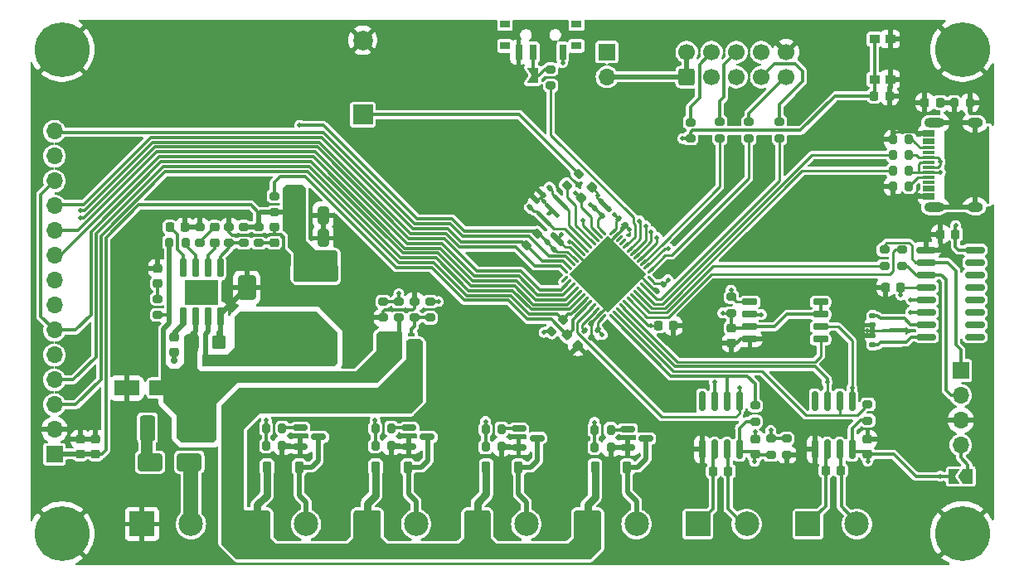
<source format=gbr>
%TF.GenerationSoftware,KiCad,Pcbnew,8.0.0*%
%TF.CreationDate,2024-06-19T21:37:33+02:00*%
%TF.ProjectId,PCB,5043422e-6b69-4636-9164-5f7063625858,0.1*%
%TF.SameCoordinates,Original*%
%TF.FileFunction,Copper,L1,Top*%
%TF.FilePolarity,Positive*%
%FSLAX46Y46*%
G04 Gerber Fmt 4.6, Leading zero omitted, Abs format (unit mm)*
G04 Created by KiCad (PCBNEW 8.0.0) date 2024-06-19 21:37:33*
%MOMM*%
%LPD*%
G01*
G04 APERTURE LIST*
G04 Aperture macros list*
%AMRoundRect*
0 Rectangle with rounded corners*
0 $1 Rounding radius*
0 $2 $3 $4 $5 $6 $7 $8 $9 X,Y pos of 4 corners*
0 Add a 4 corners polygon primitive as box body*
4,1,4,$2,$3,$4,$5,$6,$7,$8,$9,$2,$3,0*
0 Add four circle primitives for the rounded corners*
1,1,$1+$1,$2,$3*
1,1,$1+$1,$4,$5*
1,1,$1+$1,$6,$7*
1,1,$1+$1,$8,$9*
0 Add four rect primitives between the rounded corners*
20,1,$1+$1,$2,$3,$4,$5,0*
20,1,$1+$1,$4,$5,$6,$7,0*
20,1,$1+$1,$6,$7,$8,$9,0*
20,1,$1+$1,$8,$9,$2,$3,0*%
%AMRotRect*
0 Rectangle, with rotation*
0 The origin of the aperture is its center*
0 $1 length*
0 $2 width*
0 $3 Rotation angle, in degrees counterclockwise*
0 Add horizontal line*
21,1,$1,$2,0,0,$3*%
%AMFreePoly0*
4,1,6,1.000000,0.000000,0.500000,-0.750000,-0.500000,-0.750000,-0.500000,0.750000,0.500000,0.750000,1.000000,0.000000,1.000000,0.000000,$1*%
%AMFreePoly1*
4,1,6,0.500000,-0.750000,-0.650000,-0.750000,-0.150000,0.000000,-0.650000,0.750000,0.500000,0.750000,0.500000,-0.750000,0.500000,-0.750000,$1*%
%AMFreePoly2*
4,1,17,1.395000,0.765000,0.855000,0.765000,0.855000,0.535000,1.395000,0.535000,1.395000,0.115000,0.855000,0.115000,0.855000,-0.115000,1.395000,-0.115000,1.395000,-0.535000,0.855000,-0.535000,0.855000,-0.765000,1.395000,-0.765000,1.395000,-1.185000,-0.855000,-1.185000,-0.855000,1.185000,1.395000,1.185000,1.395000,0.765000,1.395000,0.765000,$1*%
G04 Aperture macros list end*
%TA.AperFunction,SMDPad,CuDef*%
%ADD10RoundRect,0.250000X0.325000X0.650000X-0.325000X0.650000X-0.325000X-0.650000X0.325000X-0.650000X0*%
%TD*%
%TA.AperFunction,SMDPad,CuDef*%
%ADD11RoundRect,0.250000X1.050000X0.550000X-1.050000X0.550000X-1.050000X-0.550000X1.050000X-0.550000X0*%
%TD*%
%TA.AperFunction,SMDPad,CuDef*%
%ADD12RoundRect,0.200000X0.275000X-0.200000X0.275000X0.200000X-0.275000X0.200000X-0.275000X-0.200000X0*%
%TD*%
%TA.AperFunction,ComponentPad*%
%ADD13R,2.000000X2.000000*%
%TD*%
%TA.AperFunction,ComponentPad*%
%ADD14C,2.000000*%
%TD*%
%TA.AperFunction,SMDPad,CuDef*%
%ADD15R,1.000000X0.900000*%
%TD*%
%TA.AperFunction,SMDPad,CuDef*%
%ADD16RoundRect,0.200000X-0.275000X0.200000X-0.275000X-0.200000X0.275000X-0.200000X0.275000X0.200000X0*%
%TD*%
%TA.AperFunction,SMDPad,CuDef*%
%ADD17FreePoly0,0.000000*%
%TD*%
%TA.AperFunction,SMDPad,CuDef*%
%ADD18FreePoly1,0.000000*%
%TD*%
%TA.AperFunction,SMDPad,CuDef*%
%ADD19RoundRect,0.200000X0.200000X0.275000X-0.200000X0.275000X-0.200000X-0.275000X0.200000X-0.275000X0*%
%TD*%
%TA.AperFunction,SMDPad,CuDef*%
%ADD20RoundRect,0.105000X0.245000X0.105000X-0.245000X0.105000X-0.245000X-0.105000X0.245000X-0.105000X0*%
%TD*%
%TA.AperFunction,SMDPad,CuDef*%
%ADD21FreePoly2,180.000000*%
%TD*%
%TA.AperFunction,ComponentPad*%
%ADD22R,1.700000X1.700000*%
%TD*%
%TA.AperFunction,ComponentPad*%
%ADD23O,1.700000X1.700000*%
%TD*%
%TA.AperFunction,SMDPad,CuDef*%
%ADD24RoundRect,0.140000X0.170000X-0.140000X0.170000X0.140000X-0.170000X0.140000X-0.170000X-0.140000X0*%
%TD*%
%TA.AperFunction,SMDPad,CuDef*%
%ADD25RoundRect,0.140000X0.021213X-0.219203X0.219203X-0.021213X-0.021213X0.219203X-0.219203X0.021213X0*%
%TD*%
%TA.AperFunction,SMDPad,CuDef*%
%ADD26RoundRect,0.140000X-0.170000X0.140000X-0.170000X-0.140000X0.170000X-0.140000X0.170000X0.140000X0*%
%TD*%
%TA.AperFunction,SMDPad,CuDef*%
%ADD27RoundRect,0.218750X-0.256250X0.218750X-0.256250X-0.218750X0.256250X-0.218750X0.256250X0.218750X0*%
%TD*%
%TA.AperFunction,SMDPad,CuDef*%
%ADD28RoundRect,0.140000X-0.021213X0.219203X-0.219203X0.021213X0.021213X-0.219203X0.219203X-0.021213X0*%
%TD*%
%TA.AperFunction,ComponentPad*%
%ADD29C,5.600000*%
%TD*%
%TA.AperFunction,SMDPad,CuDef*%
%ADD30RoundRect,0.150000X-0.650000X-0.150000X0.650000X-0.150000X0.650000X0.150000X-0.650000X0.150000X0*%
%TD*%
%TA.AperFunction,SMDPad,CuDef*%
%ADD31R,1.900000X0.400000*%
%TD*%
%TA.AperFunction,SMDPad,CuDef*%
%ADD32R,1.150000X0.300000*%
%TD*%
%TA.AperFunction,ComponentPad*%
%ADD33O,2.100000X1.000000*%
%TD*%
%TA.AperFunction,ComponentPad*%
%ADD34O,1.600000X1.000000*%
%TD*%
%TA.AperFunction,ComponentPad*%
%ADD35R,2.500000X2.500000*%
%TD*%
%TA.AperFunction,ComponentPad*%
%ADD36C,2.500000*%
%TD*%
%TA.AperFunction,SMDPad,CuDef*%
%ADD37RoundRect,0.150000X-0.587500X-0.150000X0.587500X-0.150000X0.587500X0.150000X-0.587500X0.150000X0*%
%TD*%
%TA.AperFunction,SMDPad,CuDef*%
%ADD38RoundRect,0.250000X-1.000000X-0.650000X1.000000X-0.650000X1.000000X0.650000X-1.000000X0.650000X0*%
%TD*%
%TA.AperFunction,SMDPad,CuDef*%
%ADD39RoundRect,0.200000X0.053033X-0.335876X0.335876X-0.053033X-0.053033X0.335876X-0.335876X0.053033X0*%
%TD*%
%TA.AperFunction,SMDPad,CuDef*%
%ADD40RoundRect,0.140000X-0.219203X-0.021213X-0.021213X-0.219203X0.219203X0.021213X0.021213X0.219203X0*%
%TD*%
%TA.AperFunction,SMDPad,CuDef*%
%ADD41RoundRect,0.200000X-0.200000X-0.275000X0.200000X-0.275000X0.200000X0.275000X-0.200000X0.275000X0*%
%TD*%
%TA.AperFunction,SMDPad,CuDef*%
%ADD42RoundRect,0.140000X0.219203X0.021213X0.021213X0.219203X-0.219203X-0.021213X-0.021213X-0.219203X0*%
%TD*%
%TA.AperFunction,SMDPad,CuDef*%
%ADD43RoundRect,0.225000X0.250000X-0.225000X0.250000X0.225000X-0.250000X0.225000X-0.250000X-0.225000X0*%
%TD*%
%TA.AperFunction,SMDPad,CuDef*%
%ADD44R,1.000000X0.800000*%
%TD*%
%TA.AperFunction,SMDPad,CuDef*%
%ADD45R,0.700000X1.500000*%
%TD*%
%TA.AperFunction,ComponentPad*%
%ADD46RoundRect,0.250000X0.600000X-0.600000X0.600000X0.600000X-0.600000X0.600000X-0.600000X-0.600000X0*%
%TD*%
%TA.AperFunction,ComponentPad*%
%ADD47C,1.700000*%
%TD*%
%TA.AperFunction,SMDPad,CuDef*%
%ADD48RoundRect,0.250000X-0.450000X-0.425000X0.450000X-0.425000X0.450000X0.425000X-0.450000X0.425000X0*%
%TD*%
%TA.AperFunction,SMDPad,CuDef*%
%ADD49RoundRect,0.225000X-0.225000X-0.250000X0.225000X-0.250000X0.225000X0.250000X-0.225000X0.250000X0*%
%TD*%
%TA.AperFunction,SMDPad,CuDef*%
%ADD50RoundRect,0.150000X0.150000X-0.825000X0.150000X0.825000X-0.150000X0.825000X-0.150000X-0.825000X0*%
%TD*%
%TA.AperFunction,SMDPad,CuDef*%
%ADD51RoundRect,0.225000X0.225000X0.250000X-0.225000X0.250000X-0.225000X-0.250000X0.225000X-0.250000X0*%
%TD*%
%TA.AperFunction,SMDPad,CuDef*%
%ADD52RoundRect,0.249999X-0.512501X-1.075001X0.512501X-1.075001X0.512501X1.075001X-0.512501X1.075001X0*%
%TD*%
%TA.AperFunction,SMDPad,CuDef*%
%ADD53RotRect,0.400000X1.900000X225.000000*%
%TD*%
%TA.AperFunction,SMDPad,CuDef*%
%ADD54RoundRect,0.225000X-0.225000X-0.375000X0.225000X-0.375000X0.225000X0.375000X-0.225000X0.375000X0*%
%TD*%
%TA.AperFunction,SMDPad,CuDef*%
%ADD55FreePoly0,180.000000*%
%TD*%
%TA.AperFunction,SMDPad,CuDef*%
%ADD56FreePoly1,180.000000*%
%TD*%
%TA.AperFunction,SMDPad,CuDef*%
%ADD57R,3.600000X2.700000*%
%TD*%
%TA.AperFunction,SMDPad,CuDef*%
%ADD58RoundRect,0.225000X-0.017678X0.335876X-0.335876X0.017678X0.017678X-0.335876X0.335876X-0.017678X0*%
%TD*%
%TA.AperFunction,SMDPad,CuDef*%
%ADD59RoundRect,0.150000X0.150000X-0.820000X0.150000X0.820000X-0.150000X0.820000X-0.150000X-0.820000X0*%
%TD*%
%TA.AperFunction,SMDPad,CuDef*%
%ADD60R,3.510000X2.620000*%
%TD*%
%TA.AperFunction,SMDPad,CuDef*%
%ADD61RoundRect,0.250000X0.650000X-1.000000X0.650000X1.000000X-0.650000X1.000000X-0.650000X-1.000000X0*%
%TD*%
%TA.AperFunction,SMDPad,CuDef*%
%ADD62RoundRect,0.062500X-0.309359X0.220971X0.220971X-0.309359X0.309359X-0.220971X-0.220971X0.309359X0*%
%TD*%
%TA.AperFunction,SMDPad,CuDef*%
%ADD63RoundRect,0.062500X-0.309359X-0.220971X-0.220971X-0.309359X0.309359X0.220971X0.220971X0.309359X0*%
%TD*%
%TA.AperFunction,SMDPad,CuDef*%
%ADD64RotRect,5.600000X5.600000X315.000000*%
%TD*%
%TA.AperFunction,SMDPad,CuDef*%
%ADD65RoundRect,0.200000X-0.053033X0.335876X-0.335876X0.053033X0.053033X-0.335876X0.335876X-0.053033X0*%
%TD*%
%TA.AperFunction,SMDPad,CuDef*%
%ADD66RoundRect,0.150000X-0.825000X-0.150000X0.825000X-0.150000X0.825000X0.150000X-0.825000X0.150000X0*%
%TD*%
%TA.AperFunction,SMDPad,CuDef*%
%ADD67RoundRect,0.225000X0.335876X0.017678X0.017678X0.335876X-0.335876X-0.017678X-0.017678X-0.335876X0*%
%TD*%
%TA.AperFunction,SMDPad,CuDef*%
%ADD68RoundRect,0.225000X-0.250000X0.225000X-0.250000X-0.225000X0.250000X-0.225000X0.250000X0.225000X0*%
%TD*%
%TA.AperFunction,ViaPad*%
%ADD69C,0.500000*%
%TD*%
%TA.AperFunction,ViaPad*%
%ADD70C,0.700000*%
%TD*%
%TA.AperFunction,ViaPad*%
%ADD71C,0.800000*%
%TD*%
%TA.AperFunction,Conductor*%
%ADD72C,0.300000*%
%TD*%
%TA.AperFunction,Conductor*%
%ADD73C,0.250000*%
%TD*%
%TA.AperFunction,Conductor*%
%ADD74C,0.500000*%
%TD*%
%TA.AperFunction,Conductor*%
%ADD75C,1.000000*%
%TD*%
%TA.AperFunction,Conductor*%
%ADD76C,0.400000*%
%TD*%
%TA.AperFunction,Conductor*%
%ADD77C,1.500000*%
%TD*%
%TA.AperFunction,Conductor*%
%ADD78C,1.200000*%
%TD*%
%TA.AperFunction,Conductor*%
%ADD79C,0.800000*%
%TD*%
G04 APERTURE END LIST*
D10*
%TO.P,C33,1*%
%TO.N,GND*%
X139995000Y-82290000D03*
%TO.P,C33,2*%
%TO.N,+3.3V*%
X137045000Y-82290000D03*
%TD*%
D11*
%TO.P,C32,1*%
%TO.N,+12V*%
X123516800Y-97612200D03*
%TO.P,C32,2*%
%TO.N,GND*%
X119916800Y-97612200D03*
%TD*%
D12*
%TO.P,R25,1*%
%TO.N,+3.3V*%
X184100000Y-101025000D03*
%TO.P,R25,2*%
%TO.N,/CS_T1*%
X184100000Y-99375000D03*
%TD*%
D13*
%TO.P,BZ1,1,-*%
%TO.N,Net-(BZ1--)*%
X144050000Y-69660000D03*
D14*
%TO.P,BZ1,2,+*%
%TO.N,GND*%
X144050000Y-62060000D03*
%TD*%
D15*
%TO.P,SW2,1,A*%
%TO.N,GND*%
X197900000Y-61950000D03*
X197900000Y-66050000D03*
%TO.P,SW2,2,B*%
%TO.N,/NRST*%
X196300000Y-61950000D03*
X196300000Y-66050000D03*
%TD*%
D16*
%TO.P,R5,1*%
%TO.N,+3.3V*%
X133400000Y-81125000D03*
%TO.P,R5,2*%
%TO.N,Net-(D3-A)*%
X133400000Y-82775000D03*
%TD*%
D17*
%TO.P,JP3,1,A*%
%TO.N,GND*%
X160005000Y-65665000D03*
D18*
%TO.P,JP3,2,B*%
%TO.N,Net-(JP3-B)*%
X161455000Y-65665000D03*
%TD*%
D19*
%TO.P,R15,1*%
%TO.N,GND*%
X146962500Y-103500000D03*
%TO.P,R15,2*%
%TO.N,/SSR2*%
X145312500Y-103500000D03*
%TD*%
D20*
%TO.P,Q5,1,S*%
%TO.N,+12V_S*%
X149020000Y-94140000D03*
%TO.P,Q5,2,S*%
X149020000Y-93490000D03*
%TO.P,Q5,3,S*%
X149020000Y-92840000D03*
%TO.P,Q5,4,G*%
%TO.N,Net-(Q5-G)*%
X149020000Y-92190000D03*
D21*
%TO.P,Q5,5,D*%
%TO.N,+12V*%
X147065000Y-93165000D03*
%TD*%
D19*
%TO.P,R11,1*%
%TO.N,GND*%
X135825000Y-103500000D03*
%TO.P,R11,2*%
%TO.N,/SSR1*%
X134175000Y-103500000D03*
%TD*%
D22*
%TO.P,J4,1,Pin_1*%
%TO.N,/TXD*%
X205100000Y-95800000D03*
D23*
%TO.P,J4,2,Pin_2*%
%TO.N,/RXD*%
X205100000Y-98340000D03*
%TO.P,J4,3,Pin_3*%
%TO.N,GND*%
X205100000Y-100880000D03*
%TO.P,J4,4,Pin_4*%
%TO.N,Net-(J4-Pin_4)*%
X205100000Y-103420000D03*
%TD*%
D16*
%TO.P,R35,1*%
%TO.N,/AN_12V*%
X146120000Y-88760000D03*
%TO.P,R35,2*%
%TO.N,GND*%
X146120000Y-90410000D03*
%TD*%
%TO.P,R21,1*%
%TO.N,Net-(J10-Pin_6)*%
X180500000Y-70435000D03*
%TO.P,R21,2*%
%TO.N,/SWO*%
X180500000Y-72085000D03*
%TD*%
D24*
%TO.P,C10,1*%
%TO.N,Net-(U6-XO)*%
X196095000Y-93180000D03*
%TO.P,C10,2*%
%TO.N,GND*%
X196095000Y-92220000D03*
%TD*%
D12*
%TO.P,R14,1*%
%TO.N,+12V*%
X123100000Y-90125000D03*
%TO.P,R14,2*%
%TO.N,Net-(D7-A)*%
X123100000Y-88475000D03*
%TD*%
D25*
%TO.P,C18,1*%
%TO.N,+3.3V*%
X163596508Y-83393771D03*
%TO.P,C18,2*%
%TO.N,GND*%
X164275330Y-82714949D03*
%TD*%
D26*
%TO.P,C22,1*%
%TO.N,Net-(U6-XI)*%
X196095000Y-90220000D03*
%TO.P,C22,2*%
%TO.N,GND*%
X196095000Y-91180000D03*
%TD*%
D25*
%TO.P,C19,1*%
%TO.N,+3.3V*%
X167720919Y-79229360D03*
%TO.P,C19,2*%
%TO.N,GND*%
X168399741Y-78550538D03*
%TD*%
D19*
%TO.P,R7,1*%
%TO.N,Net-(Q2-B)*%
X158225000Y-101800000D03*
%TO.P,R7,2*%
%TO.N,/OUT1*%
X156575000Y-101800000D03*
%TD*%
D27*
%TO.P,D7,1,K*%
%TO.N,GND*%
X123100000Y-85352500D03*
%TO.P,D7,2,A*%
%TO.N,Net-(D7-A)*%
X123100000Y-86927500D03*
%TD*%
D16*
%TO.P,R17,1*%
%TO.N,Net-(JP3-B)*%
X163230000Y-65040000D03*
%TO.P,R17,2*%
%TO.N,Net-(U5-BOOT0)*%
X163230000Y-66690000D03*
%TD*%
%TO.P,R18,1*%
%TO.N,Net-(J10-Pin_9)*%
X183470000Y-70435000D03*
%TO.P,R18,2*%
%TO.N,/SWDCLK*%
X183470000Y-72085000D03*
%TD*%
D25*
%TO.P,C21,1*%
%TO.N,+3.3V*%
X162846508Y-82643771D03*
%TO.P,C21,2*%
%TO.N,GND*%
X163525330Y-81964949D03*
%TD*%
D28*
%TO.P,C12,1*%
%TO.N,+3.3V*%
X174739741Y-87000538D03*
%TO.P,C12,2*%
%TO.N,GND*%
X174060919Y-87679360D03*
%TD*%
D29*
%TO.P,H3,1,1*%
%TO.N,GND*%
X113332944Y-63000000D03*
%TD*%
D19*
%TO.P,R32,1*%
%TO.N,/D+*%
X199825000Y-73800000D03*
%TO.P,R32,2*%
%TO.N,Net-(U5-PA12)*%
X198175000Y-73800000D03*
%TD*%
D10*
%TO.P,C9,1*%
%TO.N,GND*%
X139995000Y-79925000D03*
%TO.P,C9,2*%
%TO.N,+3.3V*%
X137045000Y-79925000D03*
%TD*%
D30*
%TO.P,U7,8,VCC*%
%TO.N,+3.3V*%
X190780000Y-88805000D03*
%TO.P,U7,7,IO3*%
X190780000Y-90075000D03*
%TO.P,U7,6,CLK*%
%TO.N,/SCK_TC*%
X190780000Y-91345000D03*
%TO.P,U7,5,DI(IO0)*%
%TO.N,/MOSI_TC*%
X190780000Y-92615000D03*
%TO.P,U7,4,GND*%
%TO.N,GND*%
X183580000Y-92615000D03*
%TO.P,U7,3,IO2*%
%TO.N,+3.3V*%
X183580000Y-91345000D03*
%TO.P,U7,2,DO(IO1)*%
%TO.N,/MISO_TC*%
X183580000Y-90075000D03*
%TO.P,U7,1,~{CS}*%
%TO.N,/CS_FLASH*%
X183580000Y-88805000D03*
%TD*%
D31*
%TO.P,Y3,1,1*%
%TO.N,Net-(U6-XI)*%
X198000000Y-90500000D03*
%TO.P,Y3,2,2*%
%TO.N,GND*%
X198000000Y-91700000D03*
%TO.P,Y3,3,3*%
%TO.N,Net-(U6-XO)*%
X198000000Y-92900000D03*
%TD*%
D12*
%TO.P,R26,1*%
%TO.N,+3.3V*%
X195600000Y-100925000D03*
%TO.P,R26,2*%
%TO.N,/CS_T2*%
X195600000Y-99275000D03*
%TD*%
D32*
%TO.P,J14,A1,GND*%
%TO.N,GND*%
X201830000Y-78150000D03*
%TO.P,J14,A4,VBUS*%
%TO.N,unconnected-(J14-VBUS-PadA4)*%
X201830000Y-77350000D03*
%TO.P,J14,A5,CC1*%
%TO.N,Net-(J14-CC1)*%
X201830000Y-76050000D03*
%TO.P,J14,A6,D+*%
%TO.N,/D+*%
X201830000Y-75050000D03*
%TO.P,J14,A7,D-*%
%TO.N,/D-*%
X201830000Y-74550000D03*
%TO.P,J14,A8,SBU1*%
%TO.N,unconnected-(J14-SBU1-PadA8)*%
X201830000Y-73550000D03*
%TO.P,J14,A9,VBUS*%
%TO.N,unconnected-(J14-VBUS-PadA4)_2*%
X201830000Y-72250000D03*
%TO.P,J14,A12,GND*%
%TO.N,GND*%
X201830000Y-71450000D03*
%TO.P,J14,B1,GND*%
X201830000Y-71750000D03*
%TO.P,J14,B4,VBUS*%
%TO.N,unconnected-(J14-VBUS-PadA4)_1*%
X201830000Y-72550000D03*
%TO.P,J14,B5,CC2*%
%TO.N,Net-(J14-CC2)*%
X201830000Y-73050000D03*
%TO.P,J14,B6,D+*%
%TO.N,/D+*%
X201830000Y-74050000D03*
%TO.P,J14,B7,D-*%
%TO.N,/D-*%
X201830000Y-75550000D03*
%TO.P,J14,B8,SBU2*%
%TO.N,unconnected-(J14-SBU2-PadB8)*%
X201830000Y-76550000D03*
%TO.P,J14,B9,VBUS*%
%TO.N,unconnected-(J14-VBUS-PadA4)_0*%
X201830000Y-77050000D03*
%TO.P,J14,B12,GND*%
%TO.N,GND*%
X201830000Y-77850000D03*
D33*
%TO.P,J14,S1,SHIELD*%
%TO.N,Net-(J14-SHIELD)*%
X202395000Y-79120000D03*
D34*
X206575000Y-79120000D03*
D33*
X202395000Y-70480000D03*
D34*
X206575000Y-70480000D03*
%TD*%
D35*
%TO.P,J2,1,Pin_1*%
%TO.N,GND*%
X121500000Y-111500000D03*
D36*
%TO.P,J2,2,Pin_2*%
%TO.N,Net-(D1-A)*%
X126500000Y-111500000D03*
%TD*%
D37*
%TO.P,Q2,1,B*%
%TO.N,Net-(Q2-B)*%
X159962500Y-101750000D03*
%TO.P,Q2,2,E*%
%TO.N,GND*%
X159962500Y-103650000D03*
%TO.P,Q2,3,C*%
%TO.N,Net-(D8-A)*%
X161837500Y-102700000D03*
%TD*%
D16*
%TO.P,R36,1*%
%TO.N,GND*%
X149320000Y-88760000D03*
%TO.P,R36,2*%
%TO.N,Net-(Q5-G)*%
X149320000Y-90410000D03*
%TD*%
D38*
%TO.P,D1,1,K*%
%TO.N,Net-(D1-K)*%
X122322500Y-105177500D03*
%TO.P,D1,2,A*%
%TO.N,Net-(D1-A)*%
X126322500Y-105177500D03*
%TD*%
D22*
%TO.P,J3,1,Pin_1*%
%TO.N,+3.3V*%
X168970000Y-63260000D03*
D23*
%TO.P,J3,2,Pin_2*%
%TO.N,Net-(J10-Pin_1)*%
X168970000Y-65800000D03*
%TD*%
D27*
%TO.P,D3,1,K*%
%TO.N,GND*%
X135000000Y-81162500D03*
%TO.P,D3,2,A*%
%TO.N,Net-(D3-A)*%
X135000000Y-82737500D03*
%TD*%
D19*
%TO.P,R9,1*%
%TO.N,GND*%
X158225000Y-103600000D03*
%TO.P,R9,2*%
%TO.N,/OUT1*%
X156575000Y-103600000D03*
%TD*%
D12*
%TO.P,R30,1*%
%TO.N,/TXD*%
X197300000Y-85125000D03*
%TO.P,R30,2*%
X197300000Y-83475000D03*
%TD*%
%TO.P,R28,1*%
%TO.N,+3.3V*%
X181680000Y-89935000D03*
%TO.P,R28,2*%
%TO.N,/CS_FLASH*%
X181680000Y-88285000D03*
%TD*%
D39*
%TO.P,R27,1*%
%TO.N,+3.3V*%
X163296637Y-91783363D03*
%TO.P,R27,2*%
%TO.N,/CS_TFT*%
X164463363Y-90616637D03*
%TD*%
D40*
%TO.P,C24,1*%
%TO.N,Net-(U5-VCAP1)*%
X166660919Y-91700538D03*
%TO.P,C24,2*%
%TO.N,GND*%
X167339741Y-92379360D03*
%TD*%
D41*
%TO.P,R1,1*%
%TO.N,+12V*%
X124275000Y-82750000D03*
%TO.P,R1,2*%
%TO.N,Net-(U4-EN)*%
X125925000Y-82750000D03*
%TD*%
D28*
%TO.P,C20,1*%
%TO.N,/HSE_IN*%
X163114005Y-77174802D03*
%TO.P,C20,2*%
%TO.N,GND*%
X162435183Y-77853624D03*
%TD*%
D42*
%TO.P,C16,1*%
%TO.N,+3.3V*%
X168039741Y-91679360D03*
%TO.P,C16,2*%
%TO.N,GND*%
X167360919Y-91000538D03*
%TD*%
D43*
%TO.P,C1,1*%
%TO.N,+3.3V*%
X184100000Y-104375000D03*
%TO.P,C1,2*%
%TO.N,GND*%
X184100000Y-102825000D03*
%TD*%
D12*
%TO.P,R4,1*%
%TO.N,Net-(U4-FB)*%
X131900000Y-82775000D03*
%TO.P,R4,2*%
%TO.N,+3.3V*%
X131900000Y-81125000D03*
%TD*%
D16*
%TO.P,R8,1*%
%TO.N,Net-(J10-Pin_7)*%
X186600000Y-70435000D03*
%TO.P,R8,2*%
%TO.N,/SWDIO*%
X186600000Y-72085000D03*
%TD*%
D44*
%TO.P,SW1,*%
%TO.N,*%
X165860000Y-62625000D03*
X165860000Y-60415000D03*
X158560000Y-62625000D03*
X158560000Y-60415000D03*
D45*
%TO.P,SW1,1,A*%
%TO.N,+3.3V*%
X164460000Y-63275000D03*
%TO.P,SW1,2,B*%
%TO.N,Net-(JP3-B)*%
X161460000Y-63275000D03*
%TO.P,SW1,3,C*%
%TO.N,GND*%
X159960000Y-63275000D03*
%TD*%
D40*
%TO.P,C15,1*%
%TO.N,+3.3V*%
X170160919Y-80300538D03*
%TO.P,C15,2*%
%TO.N,GND*%
X170839741Y-80979360D03*
%TD*%
D35*
%TO.P,J8,1,Pin_1*%
%TO.N,+12V_S*%
X133250000Y-111500000D03*
D36*
%TO.P,J8,2,Pin_2*%
%TO.N,Net-(D4-A)*%
X138250000Y-111500000D03*
%TD*%
D46*
%TO.P,J10,1,Pin_1*%
%TO.N,Net-(J10-Pin_1)*%
X177120000Y-65820000D03*
D47*
%TO.P,J10,2,Pin_2*%
X177120000Y-63280000D03*
%TO.P,J10,3,Pin_3*%
%TO.N,unconnected-(J10-Pin_3-Pad3)*%
X179660000Y-65820000D03*
%TO.P,J10,4,Pin_4*%
%TO.N,Net-(J10-Pin_4)*%
X179660000Y-63280000D03*
%TO.P,J10,5,Pin_5*%
%TO.N,unconnected-(J10-Pin_5-Pad5)*%
X182200000Y-65820000D03*
%TO.P,J10,6,Pin_6*%
%TO.N,Net-(J10-Pin_6)*%
X182200000Y-63280000D03*
%TO.P,J10,7,Pin_7*%
%TO.N,Net-(J10-Pin_7)*%
X184740000Y-65820000D03*
%TO.P,J10,8,Pin_8*%
%TO.N,unconnected-(J10-Pin_8-Pad8)*%
X184740000Y-63280000D03*
%TO.P,J10,9,Pin_9*%
%TO.N,Net-(J10-Pin_9)*%
X187280000Y-65820000D03*
%TO.P,J10,10,Pin_10*%
%TO.N,GND*%
X187280000Y-63280000D03*
%TD*%
D35*
%TO.P,J5,1,Pin_1*%
%TO.N,Net-(J5-Pin_1)*%
X178250000Y-111500000D03*
D36*
%TO.P,J5,2,Pin_2*%
%TO.N,Net-(J5-Pin_2)*%
X183250000Y-111500000D03*
%TD*%
D16*
%TO.P,R3,1*%
%TO.N,GND*%
X130400000Y-81125000D03*
%TO.P,R3,2*%
%TO.N,Net-(U4-FB)*%
X130400000Y-82775000D03*
%TD*%
D19*
%TO.P,R10,1*%
%TO.N,GND*%
X169362500Y-103650000D03*
%TO.P,R10,2*%
%TO.N,/OUT2*%
X167712500Y-103650000D03*
%TD*%
D29*
%TO.P,H2,1,1*%
%TO.N,GND*%
X205282944Y-112462944D03*
%TD*%
D19*
%TO.P,R6,1*%
%TO.N,Net-(Q1-B)*%
X169362500Y-101850000D03*
%TO.P,R6,2*%
%TO.N,/OUT2*%
X167712500Y-101850000D03*
%TD*%
D43*
%TO.P,C7,1*%
%TO.N,Net-(U4-COMP)*%
X128900000Y-82725000D03*
%TO.P,C7,2*%
%TO.N,Net-(C7-Pad2)*%
X128900000Y-81175000D03*
%TD*%
D48*
%TO.P,C5,1*%
%TO.N,+12V*%
X126650000Y-92950000D03*
%TO.P,C5,2*%
%TO.N,GND*%
X129350000Y-92950000D03*
%TD*%
D49*
%TO.P,C3,1*%
%TO.N,Net-(J1-Pin_1)*%
X191325000Y-106000000D03*
%TO.P,C3,2*%
%TO.N,Net-(J1-Pin_2)*%
X192875000Y-106000000D03*
%TD*%
D50*
%TO.P,U1,1,GND*%
%TO.N,GND*%
X178695000Y-103875000D03*
%TO.P,U1,2,T-*%
%TO.N,Net-(J5-Pin_1)*%
X179965000Y-103875000D03*
%TO.P,U1,3,T+*%
%TO.N,Net-(J5-Pin_2)*%
X181235000Y-103875000D03*
%TO.P,U1,4,V_CC*%
%TO.N,+3.3V*%
X182505000Y-103875000D03*
%TO.P,U1,5,SCK*%
%TO.N,/SCK_TC*%
X182505000Y-98925000D03*
%TO.P,U1,6,~{CS}*%
%TO.N,/CS_T1*%
X181235000Y-98925000D03*
%TO.P,U1,7,SO*%
%TO.N,/MISO_TC*%
X179965000Y-98925000D03*
%TO.P,U1,8*%
%TO.N,N/C*%
X178695000Y-98925000D03*
%TD*%
D35*
%TO.P,J6,1,Pin_1*%
%TO.N,+12V_S*%
X167000000Y-111500000D03*
D36*
%TO.P,J6,2,Pin_2*%
%TO.N,Net-(D6-A)*%
X172000000Y-111500000D03*
%TD*%
D16*
%TO.P,R29,1*%
%TO.N,/RXD*%
X199100000Y-83475000D03*
%TO.P,R29,2*%
X199100000Y-85125000D03*
%TD*%
D35*
%TO.P,J1,1,Pin_1*%
%TO.N,Net-(J1-Pin_1)*%
X189500000Y-111500000D03*
D36*
%TO.P,J1,2,Pin_2*%
%TO.N,Net-(J1-Pin_2)*%
X194500000Y-111500000D03*
%TD*%
D19*
%TO.P,R12,1*%
%TO.N,Net-(Q3-B)*%
X135825000Y-101700000D03*
%TO.P,R12,2*%
%TO.N,/SSR1*%
X134175000Y-101700000D03*
%TD*%
D51*
%TO.P,C26,1*%
%TO.N,GND*%
X175755000Y-91240000D03*
%TO.P,C26,2*%
%TO.N,/AN_T1*%
X174205000Y-91240000D03*
%TD*%
D52*
%TO.P,F1,1*%
%TO.N,Net-(D1-K)*%
X122062500Y-101700000D03*
%TO.P,F1,2*%
%TO.N,+12V*%
X126737500Y-101700000D03*
%TD*%
D49*
%TO.P,C27,1*%
%TO.N,GND*%
X197425000Y-87300000D03*
%TO.P,C27,2*%
%TO.N,+3.3V*%
X198975000Y-87300000D03*
%TD*%
D53*
%TO.P,Y1,1,1*%
%TO.N,/HSE_IN*%
X164223122Y-78565685D03*
%TO.P,Y1,2,2*%
%TO.N,GND*%
X163374594Y-79414213D03*
%TO.P,Y1,3,3*%
%TO.N,/HSE_OUT*%
X162526066Y-80262741D03*
%TD*%
D19*
%TO.P,R31,1*%
%TO.N,/D-*%
X199825000Y-75400000D03*
%TO.P,R31,2*%
%TO.N,Net-(U5-PA11)*%
X198175000Y-75400000D03*
%TD*%
D54*
%TO.P,D4,1,K*%
%TO.N,+12V_S*%
X134250000Y-105700000D03*
%TO.P,D4,2,A*%
%TO.N,Net-(D4-A)*%
X137550000Y-105700000D03*
%TD*%
D49*
%TO.P,C2,1*%
%TO.N,Net-(J5-Pin_1)*%
X179825000Y-106100000D03*
%TO.P,C2,2*%
%TO.N,Net-(J5-Pin_2)*%
X181375000Y-106100000D03*
%TD*%
D43*
%TO.P,C13,1*%
%TO.N,+3.3V*%
X116760000Y-104345000D03*
%TO.P,C13,2*%
%TO.N,GND*%
X116760000Y-102795000D03*
%TD*%
D16*
%TO.P,R33,1*%
%TO.N,/INHIBIT*%
X150920000Y-88760000D03*
%TO.P,R33,2*%
%TO.N,Net-(Q5-G)*%
X150920000Y-90410000D03*
%TD*%
D12*
%TO.P,R23,1*%
%TO.N,+3.3V*%
X135000000Y-79625000D03*
%TO.P,R23,2*%
%TO.N,/AN_3V3*%
X135000000Y-77975000D03*
%TD*%
D25*
%TO.P,C11,1*%
%TO.N,+3.3V*%
X168470919Y-79979360D03*
%TO.P,C11,2*%
%TO.N,GND*%
X169149741Y-79300538D03*
%TD*%
D37*
%TO.P,Q3,1,B*%
%TO.N,Net-(Q3-B)*%
X137662500Y-101650000D03*
%TO.P,Q3,2,E*%
%TO.N,GND*%
X137662500Y-103550000D03*
%TO.P,Q3,3,C*%
%TO.N,Net-(D4-A)*%
X139537500Y-102600000D03*
%TD*%
D49*
%TO.P,C23,1*%
%TO.N,GND*%
X203025000Y-81875000D03*
%TO.P,C23,2*%
%TO.N,+3.3V*%
X204575000Y-81875000D03*
%TD*%
D55*
%TO.P,JP2,1,A*%
%TO.N,Net-(J4-Pin_4)*%
X205825000Y-106630000D03*
D56*
%TO.P,JP2,2,B*%
%TO.N,+3.3V*%
X204375000Y-106630000D03*
%TD*%
D37*
%TO.P,Q1,1,B*%
%TO.N,Net-(Q1-B)*%
X171100000Y-101800000D03*
%TO.P,Q1,2,E*%
%TO.N,GND*%
X171100000Y-103700000D03*
%TO.P,Q1,3,C*%
%TO.N,Net-(D6-A)*%
X172975000Y-102750000D03*
%TD*%
D57*
%TO.P,L1,1,1*%
%TO.N,Net-(D2-K)*%
X139500000Y-93500000D03*
%TO.P,L1,2,2*%
%TO.N,+3.3V*%
X139500000Y-85200000D03*
%TD*%
D12*
%TO.P,TH1,1*%
%TO.N,+3.3V*%
X185700000Y-104425000D03*
%TO.P,TH1,2*%
%TO.N,/AN_T1*%
X185700000Y-102775000D03*
%TD*%
D25*
%TO.P,C25,1*%
%TO.N,/HSE_OUT*%
X161135183Y-79153624D03*
%TO.P,C25,2*%
%TO.N,GND*%
X161814005Y-78474802D03*
%TD*%
D58*
%TO.P,C29,1*%
%TO.N,GND*%
X167428008Y-77111992D03*
%TO.P,C29,2*%
%TO.N,/AN_12V*%
X166331992Y-78208008D03*
%TD*%
D59*
%TO.P,U4,1,BS*%
%TO.N,Net-(U4-BS)*%
X125670000Y-90275000D03*
%TO.P,U4,2,IN*%
%TO.N,+12V*%
X126940000Y-90275000D03*
%TO.P,U4,3,SW*%
%TO.N,Net-(D2-K)*%
X128210000Y-90275000D03*
%TO.P,U4,4,GND*%
%TO.N,GND*%
X129480000Y-90275000D03*
%TO.P,U4,5,FB*%
%TO.N,Net-(U4-FB)*%
X129480000Y-85315000D03*
%TO.P,U4,6,COMP*%
%TO.N,Net-(U4-COMP)*%
X128210000Y-85315000D03*
%TO.P,U4,7,EN*%
%TO.N,Net-(U4-EN)*%
X126940000Y-85315000D03*
%TO.P,U4,8,SS*%
%TO.N,Net-(U4-SS)*%
X125670000Y-85315000D03*
D60*
%TO.P,U4,9*%
%TO.N,N/C*%
X127575000Y-87795000D03*
%TD*%
D61*
%TO.P,D2,1,K*%
%TO.N,Net-(D2-K)*%
X132200000Y-91350000D03*
%TO.P,D2,2,A*%
%TO.N,GND*%
X132200000Y-87350000D03*
%TD*%
D62*
%TO.P,U5,1,VBAT*%
%TO.N,+3.3V*%
X168564194Y-81624777D03*
%TO.P,U5,2,PC13*%
%TO.N,/AN_12V*%
X168210641Y-81978330D03*
%TO.P,U5,3,PC14*%
%TO.N,/INHIBIT*%
X167857087Y-82331884D03*
%TO.P,U5,4,PC15*%
%TO.N,/BUZZER*%
X167503534Y-82685437D03*
%TO.P,U5,5,PH0*%
%TO.N,/HSE_IN*%
X167149981Y-83038990D03*
%TO.P,U5,6,PH1*%
%TO.N,/HSE_OUT*%
X166796427Y-83392544D03*
%TO.P,U5,7,NRST*%
%TO.N,/NRST*%
X166442874Y-83746097D03*
%TO.P,U5,8,VSSA*%
%TO.N,GND*%
X166089320Y-84099651D03*
%TO.P,U5,9,VDDA*%
%TO.N,+3.3V*%
X165735767Y-84453204D03*
%TO.P,U5,10,PA0*%
%TO.N,/IRQ_TP*%
X165382214Y-84806757D03*
%TO.P,U5,11,PA1*%
%TO.N,/CS_TP*%
X165028660Y-85160311D03*
%TO.P,U5,12,PA2*%
%TO.N,/LED_TFT*%
X164675107Y-85513864D03*
D63*
%TO.P,U5,13,PA3*%
%TO.N,unconnected-(U5-PA3-Pad13)*%
X164675107Y-86486136D03*
%TO.P,U5,14,PA4*%
%TO.N,/DC{slash}RS*%
X165028660Y-86839689D03*
%TO.P,U5,15,PA5*%
%TO.N,/SCK_TFT*%
X165382214Y-87193243D03*
%TO.P,U5,16,PA6*%
%TO.N,/MISO_TFT*%
X165735767Y-87546796D03*
%TO.P,U5,17,PA7*%
%TO.N,/MOSI_TFT*%
X166089320Y-87900349D03*
%TO.P,U5,18,PB0*%
%TO.N,/RESET_TFT*%
X166442874Y-88253903D03*
%TO.P,U5,19,PB1*%
%TO.N,/CS_TFT*%
X166796427Y-88607456D03*
%TO.P,U5,20,PB2*%
%TO.N,/AN_3V3*%
X167149981Y-88961010D03*
%TO.P,U5,21,PB10*%
%TO.N,/SCK_TC*%
X167503534Y-89314563D03*
%TO.P,U5,22,VCAP1*%
%TO.N,Net-(U5-VCAP1)*%
X167857087Y-89668116D03*
%TO.P,U5,23,VSS*%
%TO.N,GND*%
X168210641Y-90021670D03*
%TO.P,U5,24,VDD*%
%TO.N,+3.3V*%
X168564194Y-90375223D03*
D62*
%TO.P,U5,25,PB12*%
%TO.N,/CS_T1*%
X169536466Y-90375223D03*
%TO.P,U5,26,PB13*%
%TO.N,/CS_T2*%
X169890019Y-90021670D03*
%TO.P,U5,27,PB14*%
%TO.N,/MISO_TC*%
X170243573Y-89668116D03*
%TO.P,U5,28,PB15*%
%TO.N,/MOSI_TC*%
X170597126Y-89314563D03*
%TO.P,U5,29,PA8*%
%TO.N,/AN_T1*%
X170950679Y-88961010D03*
%TO.P,U5,30,PA9*%
%TO.N,/RXD*%
X171304233Y-88607456D03*
%TO.P,U5,31,PA10*%
%TO.N,/TXD*%
X171657786Y-88253903D03*
%TO.P,U5,32,PA11*%
%TO.N,Net-(U5-PA11)*%
X172011340Y-87900349D03*
%TO.P,U5,33,PA12*%
%TO.N,Net-(U5-PA12)*%
X172364893Y-87546796D03*
%TO.P,U5,34,PA13*%
%TO.N,/SWDIO*%
X172718446Y-87193243D03*
%TO.P,U5,35,VSS*%
%TO.N,GND*%
X173072000Y-86839689D03*
%TO.P,U5,36,VDD*%
%TO.N,+3.3V*%
X173425553Y-86486136D03*
D63*
%TO.P,U5,37,PA14*%
%TO.N,/SWDCLK*%
X173425553Y-85513864D03*
%TO.P,U5,38,PA15*%
%TO.N,/CS_FLASH*%
X173072000Y-85160311D03*
%TO.P,U5,39,PB3*%
%TO.N,/SWO*%
X172718446Y-84806757D03*
%TO.P,U5,40,PB4*%
%TO.N,/OUT2*%
X172364893Y-84453204D03*
%TO.P,U5,41,PB5*%
%TO.N,/OUT1*%
X172011340Y-84099651D03*
%TO.P,U5,42,PB6*%
%TO.N,/SSR2*%
X171657786Y-83746097D03*
%TO.P,U5,43,PB7*%
%TO.N,/SSR1*%
X171304233Y-83392544D03*
%TO.P,U5,44,BOOT0*%
%TO.N,Net-(U5-BOOT0)*%
X170950679Y-83038990D03*
%TO.P,U5,45,PB8*%
%TO.N,unconnected-(U5-PB8-Pad45)*%
X170597126Y-82685437D03*
%TO.P,U5,46,PB9*%
%TO.N,unconnected-(U5-PB9-Pad46)*%
X170243573Y-82331884D03*
%TO.P,U5,47,VSS*%
%TO.N,GND*%
X169890019Y-81978330D03*
%TO.P,U5,48,VDD*%
%TO.N,+3.3V*%
X169536466Y-81624777D03*
D64*
%TO.P,U5,49,VSS*%
%TO.N,GND*%
X169050330Y-86000000D03*
%TD*%
D16*
%TO.P,R2,1*%
%TO.N,GND*%
X127400000Y-81125000D03*
%TO.P,R2,2*%
%TO.N,Net-(C7-Pad2)*%
X127400000Y-82775000D03*
%TD*%
D50*
%TO.P,U2,1,GND*%
%TO.N,GND*%
X190195000Y-103875000D03*
%TO.P,U2,2,T-*%
%TO.N,Net-(J1-Pin_1)*%
X191465000Y-103875000D03*
%TO.P,U2,3,T+*%
%TO.N,Net-(J1-Pin_2)*%
X192735000Y-103875000D03*
%TO.P,U2,4,V_CC*%
%TO.N,+3.3V*%
X194005000Y-103875000D03*
%TO.P,U2,5,SCK*%
%TO.N,/SCK_TC*%
X194005000Y-98925000D03*
%TO.P,U2,6,~{CS}*%
%TO.N,/CS_T2*%
X192735000Y-98925000D03*
%TO.P,U2,7,SO*%
%TO.N,/MISO_TC*%
X191465000Y-98925000D03*
%TO.P,U2,8*%
%TO.N,N/C*%
X190195000Y-98925000D03*
%TD*%
D65*
%TO.P,R13,1*%
%TO.N,Net-(BZ1--)*%
X166073363Y-75706637D03*
%TO.P,R13,2*%
%TO.N,/BUZZER*%
X164906637Y-76873363D03*
%TD*%
D49*
%TO.P,C31,1*%
%TO.N,GND*%
X201435000Y-68420000D03*
%TO.P,C31,2*%
%TO.N,Net-(J14-SHIELD)*%
X202985000Y-68420000D03*
%TD*%
D66*
%TO.P,U6,1,GND*%
%TO.N,GND*%
X201600000Y-83480000D03*
%TO.P,U6,2,TXD*%
%TO.N,/TXD*%
X201600000Y-84750000D03*
%TO.P,U6,3,RXD*%
%TO.N,/RXD*%
X201600000Y-86020000D03*
%TO.P,U6,4,V3*%
%TO.N,+3.3V*%
X201600000Y-87290000D03*
%TO.P,U6,5,UD+*%
%TO.N,/D+*%
X201600000Y-88560000D03*
%TO.P,U6,6,UD-*%
%TO.N,/D-*%
X201600000Y-89830000D03*
%TO.P,U6,7,XI*%
%TO.N,Net-(U6-XI)*%
X201600000Y-91100000D03*
%TO.P,U6,8,XO*%
%TO.N,Net-(U6-XO)*%
X201600000Y-92370000D03*
%TO.P,U6,9,~{CTS}*%
%TO.N,unconnected-(U6-~{CTS}-Pad9)*%
X206550000Y-92370000D03*
%TO.P,U6,10,~{DSR}*%
%TO.N,unconnected-(U6-~{DSR}-Pad10)*%
X206550000Y-91100000D03*
%TO.P,U6,11,~{RI}*%
%TO.N,unconnected-(U6-~{RI}-Pad11)*%
X206550000Y-89830000D03*
%TO.P,U6,12,~{DCD}*%
%TO.N,unconnected-(U6-~{DCD}-Pad12)*%
X206550000Y-88560000D03*
%TO.P,U6,13,~{DTR}*%
%TO.N,unconnected-(U6-~{DTR}-Pad13)*%
X206550000Y-87290000D03*
%TO.P,U6,14,~{RTS}*%
%TO.N,unconnected-(U6-~{RTS}-Pad14)*%
X206550000Y-86020000D03*
%TO.P,U6,15,R232*%
%TO.N,unconnected-(U6-R232-Pad15)*%
X206550000Y-84750000D03*
%TO.P,U6,16,VCC*%
%TO.N,+3.3V*%
X206550000Y-83480000D03*
%TD*%
D67*
%TO.P,C30,1*%
%TO.N,GND*%
X166029008Y-93283408D03*
%TO.P,C30,2*%
%TO.N,/AN_3V3*%
X164932992Y-92187392D03*
%TD*%
D29*
%TO.P,H4,1,1*%
%TO.N,GND*%
X113332944Y-112482944D03*
%TD*%
D19*
%TO.P,R16,1*%
%TO.N,Net-(Q4-B)*%
X146962500Y-101700000D03*
%TO.P,R16,2*%
%TO.N,/SSR2*%
X145312500Y-101700000D03*
%TD*%
D41*
%TO.P,R20,1*%
%TO.N,GND*%
X198175000Y-72200000D03*
%TO.P,R20,2*%
%TO.N,Net-(J14-CC2)*%
X199825000Y-72200000D03*
%TD*%
D35*
%TO.P,J12,1,Pin_1*%
%TO.N,+12V_S*%
X144500000Y-111500000D03*
D36*
%TO.P,J12,2,Pin_2*%
%TO.N,Net-(D5-A)*%
X149500000Y-111500000D03*
%TD*%
D49*
%TO.P,C17,1*%
%TO.N,/NRST*%
X196280000Y-67750000D03*
%TO.P,C17,2*%
%TO.N,GND*%
X197830000Y-67750000D03*
%TD*%
D54*
%TO.P,D8,1,K*%
%TO.N,+12V_S*%
X156650000Y-105700000D03*
%TO.P,D8,2,A*%
%TO.N,Net-(D8-A)*%
X159950000Y-105700000D03*
%TD*%
D16*
%TO.P,R22,1*%
%TO.N,Net-(J10-Pin_4)*%
X177500000Y-70445000D03*
%TO.P,R22,2*%
%TO.N,/NRST*%
X177500000Y-72095000D03*
%TD*%
D68*
%TO.P,C8,1*%
%TO.N,Net-(U4-BS)*%
X124800000Y-92375000D03*
%TO.P,C8,2*%
%TO.N,Net-(D2-K)*%
X124800000Y-93925000D03*
%TD*%
D37*
%TO.P,Q4,1,B*%
%TO.N,Net-(Q4-B)*%
X148762500Y-101650000D03*
%TO.P,Q4,2,E*%
%TO.N,GND*%
X148762500Y-103550000D03*
%TO.P,Q4,3,C*%
%TO.N,Net-(D5-A)*%
X150637500Y-102600000D03*
%TD*%
D41*
%TO.P,R19,1*%
%TO.N,GND*%
X198175000Y-77000000D03*
%TO.P,R19,2*%
%TO.N,Net-(J14-CC1)*%
X199825000Y-77000000D03*
%TD*%
D35*
%TO.P,J7,1,Pin_1*%
%TO.N,+12V_S*%
X155750000Y-111500000D03*
D36*
%TO.P,J7,2,Pin_2*%
%TO.N,Net-(D8-A)*%
X160750000Y-111500000D03*
%TD*%
D29*
%TO.P,H1,1,1*%
%TO.N,GND*%
X205282944Y-63000000D03*
%TD*%
D43*
%TO.P,C4,1*%
%TO.N,+3.3V*%
X195600000Y-104375000D03*
%TO.P,C4,2*%
%TO.N,GND*%
X195600000Y-102825000D03*
%TD*%
D54*
%TO.P,D6,1,K*%
%TO.N,+12V_S*%
X167750000Y-105700000D03*
%TO.P,D6,2,A*%
%TO.N,Net-(D6-A)*%
X171050000Y-105700000D03*
%TD*%
%TO.P,D5,1,K*%
%TO.N,+12V_S*%
X145350000Y-105700000D03*
%TO.P,D5,2,A*%
%TO.N,Net-(D5-A)*%
X148650000Y-105700000D03*
%TD*%
D12*
%TO.P,R34,1*%
%TO.N,+12V*%
X147720000Y-90410000D03*
%TO.P,R34,2*%
%TO.N,/AN_12V*%
X147720000Y-88760000D03*
%TD*%
D43*
%TO.P,C14,1*%
%TO.N,+3.3V*%
X115200000Y-104345000D03*
%TO.P,C14,2*%
%TO.N,GND*%
X115200000Y-102795000D03*
%TD*%
D19*
%TO.P,R38,1*%
%TO.N,GND*%
X206085000Y-68420000D03*
%TO.P,R38,2*%
%TO.N,Net-(J14-SHIELD)*%
X204435000Y-68420000D03*
%TD*%
D65*
%TO.P,R37,1*%
%TO.N,+3.3V*%
X161903363Y-81856637D03*
%TO.P,R37,2*%
%TO.N,/CS_TP*%
X160736637Y-83023363D03*
%TD*%
D12*
%TO.P,R24,1*%
%TO.N,GND*%
X187334997Y-104417768D03*
%TO.P,R24,2*%
%TO.N,/AN_T1*%
X187334997Y-102767768D03*
%TD*%
D43*
%TO.P,C28,1*%
%TO.N,GND*%
X181680000Y-92985000D03*
%TO.P,C28,2*%
%TO.N,+3.3V*%
X181680000Y-91435000D03*
%TD*%
D49*
%TO.P,C6,1*%
%TO.N,Net-(U4-SS)*%
X124325000Y-81150000D03*
%TO.P,C6,2*%
%TO.N,GND*%
X125875000Y-81150000D03*
%TD*%
D22*
%TO.P,J13,1,Pin_1*%
%TO.N,+3.3V*%
X112550000Y-104380000D03*
D23*
%TO.P,J13,2,Pin_2*%
%TO.N,GND*%
X112550000Y-101840000D03*
%TO.P,J13,3,Pin_3*%
%TO.N,/CS_TFT*%
X112550000Y-99300000D03*
%TO.P,J13,4,Pin_4*%
%TO.N,/RESET_TFT*%
X112550000Y-96760000D03*
%TO.P,J13,5,Pin_5*%
%TO.N,/DC{slash}RS*%
X112550000Y-94220000D03*
%TO.P,J13,6,Pin_6*%
%TO.N,/MOSI_TFT*%
X112550000Y-91680000D03*
%TO.P,J13,7,Pin_7*%
%TO.N,/SCK_TFT*%
X112550000Y-89140000D03*
%TO.P,J13,8,Pin_8*%
%TO.N,/LED_TFT*%
X112550000Y-86600000D03*
%TO.P,J13,9,Pin_9*%
%TO.N,/MISO_TFT*%
X112550000Y-84060000D03*
%TO.P,J13,10,Pin_10*%
%TO.N,/SCK_TFT*%
X112550000Y-81520000D03*
%TO.P,J13,11,Pin_11*%
%TO.N,/CS_TP*%
X112550000Y-78980000D03*
%TO.P,J13,12,Pin_12*%
%TO.N,/MOSI_TFT*%
X112550000Y-76440000D03*
%TO.P,J13,13,Pin_13*%
%TO.N,/MISO_TFT*%
X112550000Y-73900000D03*
%TO.P,J13,14,Pin_14*%
%TO.N,/IRQ_TP*%
X112550000Y-71360000D03*
%TD*%
D69*
%TO.N,GND*%
X141740000Y-82330000D03*
X141740000Y-81000000D03*
X169392600Y-105689400D03*
X158318200Y-105664000D03*
X147040600Y-105638600D03*
X135864600Y-105638600D03*
X119684800Y-101733458D03*
X119684800Y-105130600D03*
X176606200Y-91236800D03*
X192405000Y-92633800D03*
X115480000Y-97160000D03*
X115480000Y-93510000D03*
X121843800Y-99491800D03*
X185115200Y-74726800D03*
X184226200Y-77139800D03*
X181356000Y-79959200D03*
X178485800Y-82778600D03*
X176072800Y-85699600D03*
%TO.N,/CS_FLASH*%
X175275330Y-83362800D03*
X181660800Y-87579200D03*
%TO.N,GND*%
X188264800Y-92608400D03*
X186165200Y-92618400D03*
X157416800Y-78181200D03*
X152056800Y-78181200D03*
X154736800Y-78181200D03*
X162420000Y-86140000D03*
%TO.N,+3.3V*%
X180805000Y-89935000D03*
%TO.N,/MISO_TC*%
X184750000Y-90090000D03*
%TO.N,GND*%
X200490000Y-62025000D03*
X200490000Y-64920000D03*
X169367200Y-104565416D03*
X195595000Y-91700000D03*
X186597000Y-96199800D03*
X199540000Y-99000000D03*
X120420000Y-61700000D03*
X171180000Y-94600000D03*
X197900000Y-63940000D03*
X199540000Y-96105000D03*
X152530000Y-61100000D03*
X155310000Y-61100000D03*
X168120000Y-70590000D03*
X120180000Y-82880000D03*
X194030000Y-62035000D03*
X131800000Y-84590000D03*
X132060000Y-77460000D03*
X143430000Y-89010000D03*
X120180000Y-93515710D03*
X133460000Y-84590000D03*
X165340000Y-70590000D03*
X125890000Y-79780000D03*
X170690000Y-87525000D03*
X168850330Y-83199949D03*
X168010000Y-77900000D03*
X190196643Y-105325588D03*
X199540000Y-101895000D03*
X120180000Y-85007142D03*
X114497500Y-108500000D03*
X121460000Y-113670000D03*
X171930000Y-74060000D03*
X188820000Y-98790000D03*
X135510000Y-88550000D03*
X124976666Y-61700000D03*
X120180000Y-91388568D03*
X155310000Y-67880000D03*
X175260000Y-98380000D03*
X175840000Y-101780000D03*
X171300381Y-81440000D03*
X153020000Y-104850000D03*
X162500330Y-78539949D03*
X134090000Y-61700000D03*
X165970330Y-85999949D03*
X164340279Y-81900000D03*
X156400000Y-84450000D03*
X115755000Y-75075000D03*
X194030000Y-64930000D03*
X173220000Y-96490000D03*
X158225000Y-104475000D03*
X190955000Y-74600000D03*
X188125273Y-104429969D03*
X188950000Y-80380000D03*
X193850000Y-74600000D03*
X141240000Y-105200000D03*
X129850000Y-77460000D03*
X111855000Y-108500000D03*
X120180000Y-87134284D03*
X191630000Y-80380000D03*
X141240000Y-102305000D03*
X123901200Y-101625400D03*
X135510000Y-85870000D03*
X121530000Y-109220000D03*
X166491691Y-93731309D03*
X167410330Y-84599949D03*
X163990000Y-104740000D03*
X116820000Y-100690000D03*
X145300000Y-90400000D03*
X146962500Y-104331100D03*
X135825000Y-104368600D03*
X190570000Y-101340000D03*
X196462877Y-102825000D03*
X152530000Y-67880000D03*
X172130000Y-86140000D03*
X199540000Y-113025000D03*
X153020000Y-101955000D03*
X157940000Y-92280000D03*
X163990000Y-101845000D03*
X178940000Y-101780000D03*
X119190000Y-111500000D03*
X182140000Y-74726800D03*
X123900000Y-111510000D03*
X120180000Y-89261426D03*
X178689973Y-105229991D03*
X115197500Y-100690000D03*
X117140000Y-108500000D03*
X129533332Y-61700000D03*
X174010000Y-75850000D03*
X168927830Y-84632449D03*
X188696600Y-96189800D03*
X128980000Y-79770000D03*
X160005000Y-66890000D03*
X155260000Y-92280000D03*
X143430000Y-91690000D03*
X167752291Y-92790389D03*
X194310000Y-80380000D03*
X199540000Y-110130000D03*
X127510000Y-77460000D03*
X176090000Y-77640000D03*
X117650000Y-73170000D03*
X193140000Y-101370000D03*
X184096338Y-102041499D03*
X169250000Y-88910000D03*
X167372830Y-86027449D03*
X152580000Y-92280000D03*
X180490000Y-101780000D03*
X125520000Y-77460000D03*
X196640000Y-87300000D03*
X158850000Y-84450000D03*
X175890000Y-104860000D03*
D70*
%TO.N,Net-(D2-K)*%
X128000000Y-94750000D03*
X124800000Y-94750000D03*
%TO.N,+3.3V*%
X136500000Y-77350000D03*
D69*
X184050000Y-105100000D03*
X162549485Y-91912085D03*
X198980000Y-88090000D03*
X167310330Y-78839949D03*
X164463647Y-64345143D03*
D70*
X137600000Y-77350000D03*
D69*
X203010000Y-106600000D03*
X195620000Y-105090000D03*
D70*
X137600000Y-78250000D03*
D69*
X204581973Y-80987703D03*
X175200330Y-86539949D03*
X168500330Y-92139949D03*
D70*
X136500000Y-78250000D03*
D69*
X169708515Y-79848134D03*
X137600000Y-70740000D03*
%TO.N,/LED_TFT*%
X115200000Y-79450000D03*
%TO.N,/OUT2*%
X174075330Y-82219807D03*
X167700000Y-101100000D03*
%TO.N,/OUT1*%
X156575000Y-101025000D03*
X173500330Y-81639949D03*
%TO.N,/SSR1*%
X134195000Y-100900000D03*
X172306917Y-80533362D03*
%TO.N,/SSR2*%
X172925330Y-81039949D03*
X145300000Y-100900000D03*
D71*
%TO.N,Net-(J14-SHIELD)*%
X205410000Y-72950000D03*
X205410000Y-76710000D03*
D69*
%TO.N,/D+*%
X203000000Y-74500000D03*
X200000000Y-88560000D03*
%TO.N,/D-*%
X203007148Y-75564297D03*
X200000000Y-89830000D03*
%TO.N,/NRST*%
X165200330Y-82639949D03*
X176700000Y-72090000D03*
%TO.N,/AN_T1*%
X173450000Y-91230000D03*
X185700000Y-101920000D03*
%TO.N,/SCK_TC*%
X194000000Y-97600000D03*
X182500000Y-97600000D03*
%TO.N,/MISO_TC*%
X179959013Y-97000000D03*
X191460000Y-97000000D03*
%TO.N,/DC{slash}RS*%
X115210000Y-80230000D03*
%TO.N,/AN_12V*%
X147720000Y-87950000D03*
X165790000Y-77650000D03*
%TO.N,/INHIBIT*%
X166540000Y-80470000D03*
X151760000Y-88760000D03*
%TD*%
D72*
%TO.N,GND*%
X125875000Y-79795000D02*
X125890000Y-79780000D01*
D73*
%TO.N,+3.3V*%
X180805000Y-89935000D02*
X181680000Y-89935000D01*
D72*
%TO.N,GND*%
X135960000Y-82170000D02*
X135960000Y-83720000D01*
X135740000Y-81950000D02*
X135960000Y-82170000D01*
X135000000Y-81950000D02*
X135740000Y-81950000D01*
X130702264Y-81952264D02*
X130400000Y-81650000D01*
X134502104Y-81950000D02*
X134499840Y-81952264D01*
X135000000Y-81950000D02*
X134502104Y-81950000D01*
X135000000Y-81162500D02*
X135000000Y-81950000D01*
X134499840Y-81952264D02*
X130702264Y-81952264D01*
X130400000Y-81650000D02*
X130400000Y-81125000D01*
D74*
%TO.N,+3.3V*%
X135000000Y-79625000D02*
X136395000Y-79625000D01*
D72*
X136395000Y-79625000D02*
X136715000Y-79945000D01*
X117375000Y-104345000D02*
X116760000Y-104345000D01*
X117800000Y-103920000D02*
X117375000Y-104345000D01*
X121157106Y-78900000D02*
X117800000Y-82257106D01*
X117800000Y-82257106D02*
X117800000Y-103920000D01*
X132630000Y-78900000D02*
X121157106Y-78900000D01*
X133355000Y-79625000D02*
X132630000Y-78900000D01*
D74*
X133400000Y-79780000D02*
X133400000Y-81125000D01*
X133555000Y-79625000D02*
X133400000Y-79780000D01*
X135000000Y-79625000D02*
X133555000Y-79625000D01*
D72*
X182730000Y-104100000D02*
X182505000Y-103875000D01*
X183825000Y-104100000D02*
X182730000Y-104100000D01*
X184100000Y-104375000D02*
X183825000Y-104100000D01*
D73*
%TO.N,Net-(U5-BOOT0)*%
X163250000Y-71719619D02*
X163250000Y-66710000D01*
X163250000Y-66710000D02*
X163230000Y-66690000D01*
X171875381Y-82124633D02*
X171875381Y-80915000D01*
X171650000Y-80689619D02*
X171650000Y-80119619D01*
X170961024Y-83038990D02*
X171875381Y-82124633D01*
X171875381Y-80915000D02*
X171650000Y-80689619D01*
X171650000Y-80119619D02*
X163250000Y-71719619D01*
X170950679Y-83038990D02*
X170961024Y-83038990D01*
D74*
%TO.N,GND*%
X169367200Y-103745300D02*
X169412500Y-103700000D01*
X169367200Y-104565416D02*
X169367200Y-103745300D01*
X158225000Y-104475000D02*
X158225000Y-103600000D01*
X146962500Y-104331100D02*
X146962500Y-103500000D01*
X135825000Y-104368600D02*
X135825000Y-103500000D01*
X171100000Y-103700000D02*
X169412500Y-103700000D01*
D73*
%TO.N,/TXD*%
X197300000Y-82989000D02*
X197300000Y-83475000D01*
X199800000Y-82750000D02*
X197539000Y-82750000D01*
X197539000Y-82750000D02*
X197300000Y-82989000D01*
X200100000Y-83050000D02*
X199800000Y-82750000D01*
X200450000Y-84750000D02*
X200100000Y-84400000D01*
X201600000Y-84750000D02*
X200450000Y-84750000D01*
X200100000Y-84400000D02*
X200100000Y-83050000D01*
%TO.N,/RXD*%
X199653600Y-85125000D02*
X199100000Y-85125000D01*
X200548600Y-86020000D02*
X199653600Y-85125000D01*
X201600000Y-86020000D02*
X200548600Y-86020000D01*
D72*
%TO.N,GND*%
X182619400Y-92615000D02*
X183580000Y-92615000D01*
X182249400Y-92985000D02*
X182619400Y-92615000D01*
X181680000Y-92985000D02*
X182249400Y-92985000D01*
D73*
%TO.N,Net-(U5-PA12)*%
X189876675Y-73800000D02*
X198175000Y-73800000D01*
X172364893Y-87546796D02*
X173808046Y-88989949D01*
X174686726Y-88989949D02*
X189876675Y-73800000D01*
X173808046Y-88989949D02*
X174686726Y-88989949D01*
%TO.N,Net-(U5-PA11)*%
X173550940Y-89439949D02*
X172011340Y-87900349D01*
X188913071Y-75400000D02*
X174873122Y-89439949D01*
X174873122Y-89439949D02*
X173550940Y-89439949D01*
X198175000Y-75400000D02*
X188913071Y-75400000D01*
D72*
%TO.N,+3.3V*%
X163290000Y-91790000D02*
X163296637Y-91783363D01*
X162549485Y-91912085D02*
X162671570Y-91790000D01*
X162671570Y-91790000D02*
X163290000Y-91790000D01*
%TO.N,/AN_3V3*%
X165475330Y-90644949D02*
X167141072Y-88979207D01*
X163274949Y-90564949D02*
X164915192Y-92205192D01*
X160852313Y-90564949D02*
X163274949Y-90564949D01*
X151100000Y-85310000D02*
X154429998Y-88640000D01*
X165475330Y-91645054D02*
X165475330Y-90644949D01*
X147500000Y-85310000D02*
X151100000Y-85310000D01*
X154429998Y-88640000D02*
X158927364Y-88640000D01*
X164915192Y-92205192D02*
X165475330Y-91645054D01*
X135600000Y-76000000D02*
X138190000Y-76000000D01*
X135000000Y-76600000D02*
X135600000Y-76000000D01*
X158927364Y-88640000D02*
X160852313Y-90564949D01*
X135000000Y-77975000D02*
X135000000Y-76600000D01*
X138190000Y-76000000D02*
X147500000Y-85310000D01*
%TO.N,GND*%
X166491690Y-93731309D02*
X166491691Y-93731309D01*
X166148338Y-93387957D02*
X166491690Y-93731309D01*
%TO.N,/IRQ_TP*%
X112665000Y-71475000D02*
X112550000Y-71360000D01*
X140028954Y-71475000D02*
X112665000Y-71475000D01*
X152963954Y-80810000D02*
X149363954Y-80810000D01*
X154246754Y-82092800D02*
X152963954Y-80810000D01*
X161002800Y-82092800D02*
X154246754Y-82092800D01*
X163049949Y-84139949D02*
X161002800Y-82092800D01*
X164715406Y-84139949D02*
X163049949Y-84139949D01*
X165382214Y-84806757D02*
X164715406Y-84139949D01*
X149363954Y-80810000D02*
X140028954Y-71475000D01*
%TO.N,/CS_TP*%
X160364874Y-82651600D02*
X160736637Y-83023363D01*
X122413681Y-71975000D02*
X139821848Y-71975000D01*
X115568681Y-78820000D02*
X122413681Y-71975000D01*
X112710000Y-78820000D02*
X115568681Y-78820000D01*
X149156848Y-81310000D02*
X152756848Y-81310000D01*
X152756848Y-81310000D02*
X154098448Y-82651600D01*
X112550000Y-78980000D02*
X112710000Y-78820000D01*
X154098448Y-82651600D02*
X160364874Y-82651600D01*
X139821848Y-71975000D02*
X149156848Y-81310000D01*
%TO.N,/CS_TFT*%
X117300000Y-96740000D02*
X114740000Y-99300000D01*
X114740000Y-99300000D02*
X112550000Y-99300000D01*
X123850000Y-75500000D02*
X117300000Y-82050000D01*
X138397106Y-75500000D02*
X123850000Y-75500000D01*
X117300000Y-82050000D02*
X117300000Y-96740000D01*
X147707106Y-84810000D02*
X138397106Y-75500000D01*
X151307106Y-84810000D02*
X147707106Y-84810000D01*
X159134470Y-88140000D02*
X154637103Y-88140000D01*
X161059419Y-90064949D02*
X159134470Y-88140000D01*
X154344210Y-87847104D02*
X151307106Y-84810000D01*
X154637103Y-88140000D02*
X154344210Y-87847107D01*
X163911675Y-90064949D02*
X161059419Y-90064949D01*
X154344210Y-87847107D02*
X154344210Y-87847104D01*
X164463363Y-90616637D02*
X163911675Y-90064949D01*
%TO.N,/RESET_TFT*%
X165131826Y-89564949D02*
X166442874Y-88253903D01*
X161266525Y-89564949D02*
X165131826Y-89564949D01*
X159341576Y-87640000D02*
X161266525Y-89564949D01*
X154844210Y-87640000D02*
X159341576Y-87640000D01*
X151514212Y-84310000D02*
X154844210Y-87640000D01*
X138579212Y-74975000D02*
X147914212Y-84310000D01*
X123667894Y-74975000D02*
X138579212Y-74975000D01*
X116800000Y-81842893D02*
X123667894Y-74975000D01*
X116800000Y-94400000D02*
X116800000Y-81842893D01*
X114440000Y-96760000D02*
X116800000Y-94400000D01*
X112550000Y-96760000D02*
X114440000Y-96760000D01*
X147914212Y-84310000D02*
X151514212Y-84310000D01*
%TO.N,/MOSI_TFT*%
X164924720Y-89064949D02*
X166089320Y-87900349D01*
X155051316Y-87140000D02*
X159548682Y-87140000D01*
X138786318Y-74475000D02*
X148121318Y-83810000D01*
X159548682Y-87140000D02*
X161473631Y-89064949D01*
X116300000Y-81635786D02*
X123460788Y-74475000D01*
X116300000Y-90090000D02*
X116300000Y-81635786D01*
X114710000Y-91680000D02*
X116300000Y-90090000D01*
X148121318Y-83810000D02*
X151721318Y-83810000D01*
X161473631Y-89064949D02*
X164924720Y-89064949D01*
X112550000Y-91680000D02*
X114710000Y-91680000D01*
X151721318Y-83810000D02*
X155051316Y-87140000D01*
X123460788Y-74475000D02*
X138786318Y-74475000D01*
%TO.N,/MISO_TFT*%
X164717614Y-88564949D02*
X165735767Y-87546796D01*
X161680737Y-88564949D02*
X164717614Y-88564949D01*
X151928424Y-83310000D02*
X155258423Y-86640000D01*
X155258423Y-86640000D02*
X159755788Y-86640000D01*
X148328424Y-83310000D02*
X151928424Y-83310000D01*
X159755788Y-86640000D02*
X161680737Y-88564949D01*
X138993425Y-73975000D02*
X148328424Y-83310000D01*
X123253682Y-73975000D02*
X138993425Y-73975000D01*
X113168682Y-84060000D02*
X123253682Y-73975000D01*
X112550000Y-84060000D02*
X113168682Y-84060000D01*
%TO.N,/SCK_TFT*%
X164510508Y-88064949D02*
X165382214Y-87193243D01*
X161887843Y-88064949D02*
X164510508Y-88064949D01*
X152135530Y-82810000D02*
X155465530Y-86140000D01*
X148535530Y-82810000D02*
X152135530Y-82810000D01*
X123035000Y-73475000D02*
X139200530Y-73475000D01*
X139200530Y-73475000D02*
X148535530Y-82810000D01*
X159962894Y-86140000D02*
X161887843Y-88064949D01*
X114990000Y-81520000D02*
X123035000Y-73475000D01*
X155465530Y-86140000D02*
X159962894Y-86140000D01*
X112550000Y-81520000D02*
X114990000Y-81520000D01*
%TO.N,/DC{slash}RS*%
X164303400Y-87564949D02*
X165028660Y-86839689D01*
X162094949Y-87564949D02*
X164303400Y-87564949D01*
X152342636Y-82310000D02*
X155672585Y-85639949D01*
X148742636Y-82310000D02*
X152342636Y-82310000D01*
X139407636Y-72975000D02*
X148742636Y-82310000D01*
X122827894Y-72975000D02*
X139407636Y-72975000D01*
X115572894Y-80230000D02*
X122827894Y-72975000D01*
X115210000Y-80230000D02*
X115572894Y-80230000D01*
X155672585Y-85639949D02*
X160169949Y-85639949D01*
X160169949Y-85639949D02*
X162094949Y-87564949D01*
D74*
%TO.N,+12V*%
X124300000Y-90950000D02*
X124300000Y-90000000D01*
X123700000Y-91550000D02*
X124300000Y-90950000D01*
X123700000Y-97429000D02*
X123700000Y-91550000D01*
X123516800Y-97612200D02*
X123700000Y-97429000D01*
D73*
%TO.N,/AN_12V*%
X167360600Y-80170600D02*
X166331992Y-79141992D01*
X166331992Y-79141992D02*
X166331992Y-78208008D01*
X168210641Y-81978330D02*
X167360600Y-81128289D01*
X167360600Y-81128289D02*
X167360600Y-80170600D01*
%TO.N,+3.3V*%
X169875200Y-81286043D02*
X169536466Y-81624777D01*
X169875200Y-80586257D02*
X169875200Y-81286043D01*
X170160919Y-80300538D02*
X169875200Y-80586257D01*
X169708515Y-79848134D02*
X170160919Y-80300538D01*
%TO.N,/SWDCLK*%
X175615600Y-84023200D02*
X183470000Y-76168800D01*
X174916217Y-84023200D02*
X175615600Y-84023200D01*
X183470000Y-76168800D02*
X183470000Y-72085000D01*
X173425553Y-85513864D02*
X174916217Y-84023200D01*
%TO.N,/CS_FLASH*%
X174869511Y-83362800D02*
X173072000Y-85160311D01*
X175275330Y-83362800D02*
X174869511Y-83362800D01*
X181680000Y-87598400D02*
X181660800Y-87579200D01*
X181680000Y-88285000D02*
X181680000Y-87598400D01*
X182200000Y-88805000D02*
X181680000Y-88285000D01*
X183580000Y-88805000D02*
X182200000Y-88805000D01*
%TO.N,/MOSI_TC*%
X190780000Y-94350000D02*
X190780000Y-92615000D01*
X176191827Y-94925000D02*
X190205000Y-94925000D01*
X170597126Y-89330299D02*
X176191827Y-94925000D01*
X170597126Y-89314563D02*
X170597126Y-89330299D01*
X190205000Y-94925000D02*
X190780000Y-94350000D01*
D72*
%TO.N,/MISO_TC*%
X190190000Y-95400000D02*
X175951852Y-95400000D01*
X191460000Y-97000000D02*
X191460000Y-96670000D01*
X191460000Y-96670000D02*
X190190000Y-95400000D01*
X175951852Y-95400000D02*
X170243573Y-89691721D01*
D73*
%TO.N,/SCK_TC*%
X194000000Y-92780000D02*
X194000000Y-97600000D01*
X192565000Y-91345000D02*
X194000000Y-92780000D01*
X190780000Y-91345000D02*
X192565000Y-91345000D01*
D72*
%TO.N,/MISO_TC*%
X183595000Y-90090000D02*
X183580000Y-90075000D01*
X184750000Y-90090000D02*
X183595000Y-90090000D01*
%TO.N,+3.3V*%
X190780000Y-88805000D02*
X190780000Y-90075000D01*
X186115000Y-91345000D02*
X187385000Y-90075000D01*
X183580000Y-91345000D02*
X186115000Y-91345000D01*
X187385000Y-90075000D02*
X190780000Y-90075000D01*
X181680000Y-89935000D02*
X181680000Y-91435000D01*
D73*
X183490000Y-91435000D02*
X183580000Y-91345000D01*
D72*
X181680000Y-91435000D02*
X183490000Y-91435000D01*
D74*
%TO.N,+12V*%
X126650000Y-92100000D02*
X126940000Y-91810000D01*
D72*
X124175000Y-90125000D02*
X124300000Y-90000000D01*
D74*
X126650000Y-92950000D02*
X126650000Y-92100000D01*
D75*
X126675000Y-92975000D02*
X126650000Y-92950000D01*
D72*
X123100000Y-90125000D02*
X124175000Y-90125000D01*
D76*
X147720000Y-90410000D02*
X147720000Y-92510000D01*
X147720000Y-92510000D02*
X147065000Y-93165000D01*
D74*
X126940000Y-91810000D02*
X126940000Y-90275000D01*
X124300000Y-90000000D02*
X124300000Y-82554594D01*
D72*
%TO.N,GND*%
X195600000Y-102825000D02*
X196462877Y-102825000D01*
X145310000Y-90410000D02*
X145300000Y-90400000D01*
D73*
X201830000Y-71750000D02*
X201630000Y-71550000D01*
D72*
X127400000Y-81125000D02*
X125900000Y-81125000D01*
D74*
X135825000Y-103500000D02*
X135883762Y-103558762D01*
D72*
X149320000Y-89480000D02*
X149320000Y-88760000D01*
D73*
X198175000Y-77675000D02*
X198350000Y-77850000D01*
D72*
X188113072Y-104417768D02*
X188125273Y-104429969D01*
D73*
X164340279Y-81900000D02*
X163900330Y-82339949D01*
X198175000Y-77000000D02*
X198175000Y-77675000D01*
D72*
X159980000Y-65390000D02*
X160005000Y-65415000D01*
D73*
X196095000Y-91700000D02*
X196095000Y-92220000D01*
D74*
X197830000Y-66120000D02*
X197900000Y-66050000D01*
D72*
X184100000Y-102045161D02*
X184096338Y-102041499D01*
D74*
X147008796Y-103546296D02*
X148758796Y-103546296D01*
X135883762Y-103558762D02*
X137653738Y-103558762D01*
D73*
X167341262Y-92379360D02*
X167752291Y-92790389D01*
D72*
X149200000Y-89600000D02*
X149320000Y-89480000D01*
X187334997Y-104417768D02*
X188113072Y-104417768D01*
D73*
X170739741Y-81128608D02*
X170739741Y-80879360D01*
X167360919Y-90871392D02*
X168210641Y-90021670D01*
D72*
X190195000Y-105323945D02*
X190196643Y-105325588D01*
X184100000Y-102825000D02*
X184100000Y-102045161D01*
X169412500Y-103700000D02*
X169362500Y-103650000D01*
D73*
X168210641Y-90021670D02*
X169050330Y-89181981D01*
D72*
X125900000Y-81125000D02*
X125875000Y-81150000D01*
D73*
X163525330Y-81964949D02*
X163900330Y-82339949D01*
X198350000Y-77850000D02*
X201830000Y-77850000D01*
X173072000Y-86839689D02*
X172242260Y-86009949D01*
X165204618Y-83214949D02*
X166089320Y-84099651D01*
D72*
X146300000Y-89600000D02*
X149200000Y-89600000D01*
D74*
X146962500Y-103500000D02*
X147008796Y-103546296D01*
D73*
X168000000Y-78150797D02*
X168399741Y-78550538D01*
X196095000Y-91700000D02*
X195595000Y-91700000D01*
X167339741Y-92379360D02*
X167341262Y-92379360D01*
D72*
X197775000Y-61825000D02*
X197900000Y-61950000D01*
X178695000Y-105224964D02*
X178689973Y-105229991D01*
D73*
X164275330Y-82714949D02*
X164775330Y-83214949D01*
D74*
X129480000Y-90070000D02*
X132200000Y-87350000D01*
D73*
X167428008Y-77111992D02*
X168000000Y-77683984D01*
D74*
X137653738Y-103558762D02*
X137662500Y-103550000D01*
D72*
X184075000Y-102800000D02*
X184100000Y-102825000D01*
D73*
X198175000Y-71635000D02*
X198410000Y-71400000D01*
D72*
X203050000Y-81900000D02*
X203025000Y-81875000D01*
D73*
X162435183Y-77853624D02*
X162174594Y-78114213D01*
D72*
X203050000Y-83203554D02*
X203050000Y-81900000D01*
D73*
X173072000Y-86839689D02*
X173811671Y-87579360D01*
X167339741Y-92379360D02*
X167347866Y-92371235D01*
X197425000Y-87300000D02*
X196640000Y-87300000D01*
D74*
X158274083Y-103649083D02*
X159961583Y-103649083D01*
D72*
X190195000Y-103875000D02*
X190195000Y-105323945D01*
D73*
X198000000Y-91700000D02*
X196095000Y-91700000D01*
X168000000Y-77910000D02*
X168000000Y-78150797D01*
D72*
X159880000Y-63275000D02*
X159980000Y-63175000D01*
D73*
X167360919Y-91000538D02*
X167360919Y-90871392D01*
X168010000Y-77900000D02*
X168000000Y-77910000D01*
X169050330Y-89181981D02*
X169050330Y-86000000D01*
X162174594Y-78114213D02*
X161814005Y-78474802D01*
D72*
X202773554Y-83480000D02*
X203050000Y-83203554D01*
D73*
X167347866Y-92371235D02*
X167347866Y-91013591D01*
X168000000Y-77683984D02*
X168000000Y-77890000D01*
D74*
X129350000Y-92950000D02*
X129500000Y-92800000D01*
X135087500Y-81162500D02*
X135100000Y-81150000D01*
D73*
X167989669Y-86000000D02*
X169050330Y-86000000D01*
X168000000Y-77890000D02*
X168010000Y-77900000D01*
D72*
X160005000Y-66890000D02*
X160005000Y-65665000D01*
D73*
X168399741Y-78550538D02*
X169149741Y-79300538D01*
D72*
X160305000Y-65675000D02*
X160205000Y-65575000D01*
D73*
X198175000Y-72200000D02*
X198175000Y-71635000D01*
D72*
X129480000Y-90275000D02*
X129480000Y-90070000D01*
D73*
X167347866Y-91013591D02*
X167360919Y-91000538D01*
X164775330Y-83214949D02*
X165204618Y-83214949D01*
X169890019Y-81978330D02*
X170739741Y-81128608D01*
X168850330Y-83018019D02*
X168850330Y-83199949D01*
X163374594Y-79414213D02*
X162500330Y-78539949D01*
D74*
X135000000Y-81162500D02*
X135087500Y-81162500D01*
X158225000Y-103600000D02*
X158274083Y-103649083D01*
X129500000Y-92800000D02*
X129500000Y-90555000D01*
D73*
X173811671Y-87579360D02*
X174160919Y-87579360D01*
X198410000Y-71400000D02*
X201780000Y-71400000D01*
D72*
X146120000Y-90410000D02*
X145310000Y-90410000D01*
D73*
X169890019Y-81978330D02*
X168850330Y-83018019D01*
D72*
X146120000Y-90410000D02*
X146120000Y-89780000D01*
X178695000Y-103875000D02*
X178695000Y-105224964D01*
X201600000Y-83480000D02*
X202773554Y-83480000D01*
D73*
X196095000Y-91180000D02*
X196095000Y-91700000D01*
D72*
X129350000Y-90405000D02*
X129480000Y-90275000D01*
D73*
X162174594Y-78214213D02*
X162174594Y-78114213D01*
D74*
X148758796Y-103546296D02*
X148762500Y-103550000D01*
X169412500Y-103700000D02*
X169500000Y-103787500D01*
D73*
X201830000Y-77850000D02*
X201630000Y-78050000D01*
X166089320Y-84099651D02*
X167989669Y-86000000D01*
X162500330Y-78539949D02*
X162174594Y-78214213D01*
D72*
X146120000Y-89780000D02*
X146300000Y-89600000D01*
D73*
X171300381Y-81440000D02*
X170839741Y-80979360D01*
X172242260Y-86009949D02*
X172000330Y-86009949D01*
X163900330Y-82339949D02*
X164275330Y-82714949D01*
D74*
X159961583Y-103649083D02*
X159962500Y-103650000D01*
D73*
X201780000Y-71400000D02*
X201830000Y-71450000D01*
D72*
%TO.N,Net-(U4-SS)*%
X125670000Y-85315000D02*
X125670000Y-84020000D01*
X125670000Y-84020000D02*
X125100000Y-83450000D01*
X125100000Y-81925000D02*
X124325000Y-81150000D01*
X125670000Y-84420000D02*
X125670000Y-85315000D01*
X125100000Y-83450000D02*
X125100000Y-81925000D01*
%TO.N,Net-(U4-COMP)*%
X128210000Y-85315000D02*
X128210000Y-84040000D01*
X128210000Y-84040000D02*
X128900000Y-83350000D01*
X128900000Y-83350000D02*
X128900000Y-82725000D01*
D74*
%TO.N,Net-(C7-Pad2)*%
X128850000Y-81125000D02*
X128900000Y-81175000D01*
D72*
X127400000Y-82675000D02*
X128900000Y-81175000D01*
X127400000Y-82775000D02*
X127400000Y-82675000D01*
D74*
%TO.N,Net-(U4-BS)*%
X124800000Y-91950000D02*
X125670000Y-91080000D01*
X124800000Y-92275000D02*
X124800000Y-91950000D01*
X125670000Y-91080000D02*
X125670000Y-90275000D01*
%TO.N,Net-(D2-K)*%
X128210000Y-91840000D02*
X128210000Y-90275000D01*
X128000000Y-92050000D02*
X128210000Y-91840000D01*
X128000000Y-94750000D02*
X128000000Y-92050000D01*
X124800000Y-93925000D02*
X124800000Y-94750000D01*
D72*
%TO.N,+3.3V*%
X154391060Y-81530000D02*
X161557107Y-81530000D01*
D73*
X168030330Y-80399949D02*
X168450919Y-79979360D01*
D72*
X182520000Y-103860000D02*
X182505000Y-103875000D01*
X137605000Y-70730000D02*
X139991060Y-70730000D01*
X204550000Y-81900000D02*
X204500000Y-81950000D01*
X194860000Y-100900000D02*
X194005000Y-101755000D01*
X198975000Y-88085000D02*
X198980000Y-88090000D01*
X204575000Y-81875000D02*
X204575000Y-80994676D01*
X200530000Y-106630000D02*
X204375000Y-106630000D01*
X164460000Y-63275000D02*
X164460000Y-64341496D01*
X195620000Y-105090000D02*
X195620000Y-104395000D01*
X183175000Y-101025000D02*
X184100000Y-101025000D01*
X184050000Y-104425000D02*
X184100000Y-104375000D01*
D73*
X168039741Y-91177314D02*
X168039741Y-91679360D01*
X163867686Y-83664949D02*
X164947512Y-83664949D01*
X162846508Y-82643771D02*
X161959323Y-81756586D01*
X168047866Y-90892413D02*
X168047866Y-91169189D01*
D72*
X195375000Y-100900000D02*
X194860000Y-100900000D01*
D73*
X168450919Y-79979360D02*
X168470919Y-79979360D01*
D72*
X198975000Y-87300000D02*
X198975000Y-88085000D01*
D74*
X131900000Y-81125000D02*
X133400000Y-81125000D01*
D73*
X174739741Y-87000538D02*
X175200330Y-86539949D01*
X199075000Y-87300000D02*
X201590000Y-87300000D01*
D72*
X204350000Y-106655000D02*
X204375000Y-106630000D01*
X182520000Y-101710000D02*
X182500000Y-101700000D01*
D73*
X168047866Y-91169189D02*
X168039741Y-91177314D01*
X173425553Y-86486136D02*
X173831830Y-86892413D01*
D72*
X139991060Y-70730000D02*
X149571060Y-80310000D01*
D73*
X201590000Y-87300000D02*
X201600000Y-87290000D01*
D72*
X182505000Y-101695000D02*
X183175000Y-101025000D01*
D73*
X168564194Y-81624777D02*
X168030330Y-81090913D01*
D72*
X204880000Y-83480000D02*
X206550000Y-83480000D01*
D73*
X167720919Y-79229360D02*
X168470919Y-79979360D01*
D72*
X185700000Y-104425000D02*
X184150000Y-104425000D01*
X198275000Y-104375000D02*
X200530000Y-106630000D01*
X153171060Y-80310000D02*
X154391060Y-81530000D01*
D73*
X168039741Y-91679360D02*
X168500330Y-92139949D01*
D72*
X195600000Y-104375000D02*
X198275000Y-104375000D01*
D73*
X173831830Y-86892413D02*
X174831616Y-86892413D01*
D72*
X195620000Y-104395000D02*
X195600000Y-104375000D01*
X149571060Y-80310000D02*
X153171060Y-80310000D01*
D73*
X168564194Y-90375223D02*
X168564194Y-90376085D01*
D72*
X182520000Y-101710000D02*
X182520000Y-103860000D01*
D73*
X162846508Y-82643771D02*
X163596508Y-83393771D01*
D72*
X194005000Y-101755000D02*
X194005000Y-103875000D01*
D73*
X168564194Y-90376085D02*
X168047866Y-90892413D01*
D72*
X195600000Y-104375000D02*
X195305000Y-104080000D01*
X204575000Y-83175000D02*
X204880000Y-83480000D01*
X137600000Y-70725000D02*
X137605000Y-70730000D01*
D74*
X112585000Y-104345000D02*
X112550000Y-104380000D01*
D72*
X204575000Y-80994676D02*
X204581973Y-80987703D01*
D73*
X168030330Y-81090913D02*
X168030330Y-80399949D01*
X174831616Y-86892413D02*
X174839741Y-86900538D01*
X167699741Y-79229360D02*
X167720919Y-79229360D01*
D72*
X184150000Y-104425000D02*
X184100000Y-104375000D01*
D73*
X168520919Y-79879360D02*
X168520919Y-80071502D01*
X161959323Y-81756586D02*
X161783693Y-81756586D01*
D72*
X182500000Y-101700000D02*
X182505000Y-101695000D01*
X194210000Y-104080000D02*
X194005000Y-103875000D01*
D73*
X163746508Y-83543771D02*
X163867686Y-83664949D01*
X167310330Y-78839949D02*
X167699741Y-79229360D01*
D74*
X116760000Y-104345000D02*
X112585000Y-104345000D01*
D73*
X164947512Y-83664949D02*
X165735767Y-84453204D01*
D72*
X195305000Y-104080000D02*
X194210000Y-104080000D01*
X161557107Y-81530000D02*
X161783693Y-81756586D01*
X184050000Y-105100000D02*
X184050000Y-104425000D01*
X164460000Y-64341496D02*
X164463647Y-64345143D01*
X204575000Y-81875000D02*
X204575000Y-83175000D01*
D77*
%TO.N,Net-(D1-A)*%
X126500000Y-111500000D02*
X126500000Y-105355000D01*
D78*
X126500000Y-105355000D02*
X126322500Y-105177500D01*
D72*
%TO.N,Net-(D3-A)*%
X134962500Y-82775000D02*
X135000000Y-82737500D01*
X133400000Y-82775000D02*
X134962500Y-82775000D01*
D74*
%TO.N,Net-(D4-A)*%
X137547036Y-108547036D02*
X137547036Y-105702964D01*
X137547036Y-105702964D02*
X137550000Y-105700000D01*
X138800000Y-105700000D02*
X139500000Y-105000000D01*
X137550000Y-105700000D02*
X138800000Y-105700000D01*
X139500000Y-105000000D02*
X139500000Y-102637500D01*
X139500000Y-102637500D02*
X139537500Y-102600000D01*
X138250000Y-111500000D02*
X138250000Y-109250000D01*
X138250000Y-109250000D02*
X137547036Y-108547036D01*
%TO.N,Net-(D5-A)*%
X150700000Y-102662500D02*
X150637500Y-102600000D01*
X150000000Y-105700000D02*
X150700000Y-105000000D01*
X148700000Y-108400000D02*
X148700000Y-105750000D01*
X148650000Y-105700000D02*
X150000000Y-105700000D01*
X148700000Y-105750000D02*
X148650000Y-105700000D01*
X150700000Y-105000000D02*
X150700000Y-102662500D01*
X149500000Y-111500000D02*
X149500000Y-109200000D01*
X149500000Y-109200000D02*
X148700000Y-108400000D01*
%TO.N,Net-(D6-A)*%
X171050000Y-105700000D02*
X172100000Y-105700000D01*
X172100000Y-105700000D02*
X172975000Y-104825000D01*
X171058805Y-105708805D02*
X171058805Y-108258805D01*
X171058805Y-108258805D02*
X172000000Y-109200000D01*
X172000000Y-109200000D02*
X172000000Y-111500000D01*
X172975000Y-104825000D02*
X172975000Y-102750000D01*
X171050000Y-105700000D02*
X171058805Y-105708805D01*
D72*
%TO.N,Net-(D7-A)*%
X123100000Y-88475000D02*
X123100000Y-86927500D01*
D74*
%TO.N,Net-(D8-A)*%
X160750000Y-111500000D02*
X160750000Y-109250000D01*
X161900000Y-105000000D02*
X161900000Y-102762500D01*
X159950000Y-108450000D02*
X159950000Y-105700000D01*
X161900000Y-102762500D02*
X161837500Y-102700000D01*
X161200000Y-105700000D02*
X161900000Y-105000000D01*
X159950000Y-105700000D02*
X161200000Y-105700000D01*
X160750000Y-109250000D02*
X159950000Y-108450000D01*
D72*
%TO.N,Net-(J1-Pin_1)*%
X189500000Y-111500000D02*
X191325000Y-109675000D01*
X191325000Y-109675000D02*
X191325000Y-106000000D01*
X191325000Y-104015000D02*
X191465000Y-103875000D01*
X191325000Y-106000000D02*
X191325000Y-104015000D01*
%TO.N,Net-(J1-Pin_2)*%
X192900000Y-109700000D02*
X192900000Y-106025000D01*
X192900000Y-106025000D02*
X192875000Y-106000000D01*
X194500000Y-111500000D02*
X194500000Y-111300000D01*
X194500000Y-111300000D02*
X192900000Y-109700000D01*
X192875000Y-104015000D02*
X192735000Y-103875000D01*
X192875000Y-106000000D02*
X192875000Y-104015000D01*
%TO.N,Net-(J4-Pin_4)*%
X205100000Y-104700000D02*
X205825000Y-105425000D01*
X205825000Y-105425000D02*
X205825000Y-106630000D01*
X205825000Y-106630000D02*
X205600000Y-106405000D01*
X205100000Y-103420000D02*
X205100000Y-104700000D01*
%TO.N,Net-(J5-Pin_1)*%
X179825000Y-106100000D02*
X179800000Y-106125000D01*
X179800000Y-109950000D02*
X178250000Y-111500000D01*
X179800000Y-106125000D02*
X179800000Y-109950000D01*
X179825000Y-104015000D02*
X179965000Y-103875000D01*
X179825000Y-106100000D02*
X179825000Y-104015000D01*
%TO.N,Net-(J5-Pin_2)*%
X181375000Y-106100000D02*
X181375000Y-109975000D01*
X181375000Y-109975000D02*
X182900000Y-111500000D01*
X181375000Y-106100000D02*
X181375000Y-104015000D01*
X181375000Y-104015000D02*
X181235000Y-103875000D01*
X182900000Y-111500000D02*
X183250000Y-111500000D01*
D74*
%TO.N,Net-(J10-Pin_1)*%
X177100000Y-65800000D02*
X168970000Y-65800000D01*
X177120000Y-65820000D02*
X177100000Y-65800000D01*
X177120000Y-63280000D02*
X177120000Y-65820000D01*
D72*
%TO.N,/CS_TFT*%
X164463363Y-90616637D02*
X165015051Y-90064949D01*
X166766427Y-88643852D02*
X165345330Y-90064949D01*
X165015051Y-90064949D02*
X165345330Y-90064949D01*
%TO.N,/LED_TFT*%
X153939742Y-83200000D02*
X159670000Y-83200000D01*
X148949742Y-81810000D02*
X152549742Y-81810000D01*
X152549742Y-81810000D02*
X153939742Y-83200000D01*
X139614742Y-72475000D02*
X148949742Y-81810000D01*
X115200000Y-79450000D02*
X115645788Y-79450000D01*
X115645788Y-79450000D02*
X122620788Y-72475000D01*
X161609949Y-85139949D02*
X164265838Y-85139949D01*
X159670000Y-83200000D02*
X161609949Y-85139949D01*
X164265838Y-85139949D02*
X164657430Y-85531541D01*
X122620788Y-72475000D02*
X139614742Y-72475000D01*
%TO.N,/CS_TP*%
X164472944Y-84639949D02*
X163360000Y-84639949D01*
X165214276Y-85381281D02*
X164472944Y-84639949D01*
X162353223Y-84639949D02*
X163360000Y-84639949D01*
X160736637Y-83023363D02*
X162353223Y-84639949D01*
%TO.N,Net-(Q1-B)*%
X171050000Y-101850000D02*
X171100000Y-101800000D01*
X169362500Y-101850000D02*
X171050000Y-101850000D01*
%TO.N,Net-(Q2-B)*%
X158275000Y-101750000D02*
X158225000Y-101800000D01*
X159962500Y-101750000D02*
X158275000Y-101750000D01*
%TO.N,Net-(Q3-B)*%
X135852852Y-101672148D02*
X137640352Y-101672148D01*
X137640352Y-101672148D02*
X137662500Y-101650000D01*
X135825000Y-101700000D02*
X135852852Y-101672148D01*
%TO.N,Net-(Q4-B)*%
X147012500Y-101650000D02*
X146962500Y-101700000D01*
X148762500Y-101650000D02*
X147012500Y-101650000D01*
%TO.N,Net-(U4-EN)*%
X126940000Y-85315000D02*
X126940000Y-83990000D01*
X126940000Y-83990000D02*
X125900000Y-82950000D01*
X125900000Y-82950000D02*
X125900000Y-82775000D01*
%TO.N,Net-(U4-FB)*%
X129480000Y-84170000D02*
X130400000Y-83250000D01*
X130400000Y-82775000D02*
X131900000Y-82775000D01*
X129480000Y-85315000D02*
X129480000Y-84170000D01*
X130400000Y-83250000D02*
X130400000Y-82775000D01*
%TO.N,/OUT2*%
X167712500Y-101112500D02*
X167712500Y-101850000D01*
X167712500Y-101850000D02*
X167712500Y-103650000D01*
D73*
X174075330Y-82742767D02*
X172364893Y-84453204D01*
X174075330Y-82219807D02*
X174075330Y-82742767D01*
D72*
X167700000Y-101100000D02*
X167712500Y-101112500D01*
%TO.N,/OUT1*%
X156575000Y-101025000D02*
X156575000Y-101800000D01*
X156575000Y-101800000D02*
X156575000Y-103600000D01*
D73*
X173500330Y-81639949D02*
X173500330Y-82610661D01*
X173500330Y-82610661D02*
X172011340Y-84099651D01*
D72*
%TO.N,/SSR1*%
X134175000Y-101700000D02*
X134175000Y-103500000D01*
X134175000Y-100920000D02*
X134195000Y-100900000D01*
D73*
X172306917Y-80533362D02*
X172325381Y-80551826D01*
X172325381Y-82371396D02*
X171304233Y-83392544D01*
D72*
X134175000Y-101700000D02*
X134175000Y-100920000D01*
D73*
X172325381Y-80551826D02*
X172325381Y-82371396D01*
D72*
%TO.N,Net-(BZ1--)*%
X166073363Y-75706637D02*
X160026726Y-69660000D01*
X160026726Y-69660000D02*
X144050000Y-69660000D01*
D73*
%TO.N,/BUZZER*%
X165760000Y-78930000D02*
X164920000Y-78090000D01*
X167503534Y-82685437D02*
X165760000Y-80941903D01*
X164920000Y-78090000D02*
X164920000Y-76886726D01*
X165760000Y-80941903D02*
X165760000Y-78930000D01*
X164920000Y-76886726D02*
X164906637Y-76873363D01*
D72*
%TO.N,/SSR2*%
X145312500Y-101700000D02*
X145312500Y-103500000D01*
X145300000Y-100900000D02*
X145312500Y-100987500D01*
X145312500Y-101700000D02*
X145300000Y-100900000D01*
D73*
X172925330Y-82478553D02*
X171657786Y-83746097D01*
X172925330Y-81039949D02*
X172925330Y-82478553D01*
D72*
%TO.N,/CS_T1*%
X183260000Y-96350000D02*
X175511243Y-96350000D01*
X175511243Y-96350000D02*
X169536466Y-90375223D01*
X181235000Y-98925000D02*
X181235000Y-96365000D01*
X184100000Y-97190000D02*
X183260000Y-96350000D01*
X184100000Y-99375000D02*
X184100000Y-97190000D01*
%TO.N,/CS_T2*%
X195325000Y-99475000D02*
X195600000Y-99475000D01*
D73*
X184785000Y-95875000D02*
X175743349Y-95875000D01*
X175743349Y-95875000D02*
X169890019Y-90021670D01*
X189310000Y-100400000D02*
X184785000Y-95875000D01*
X194520000Y-100400000D02*
X189310000Y-100400000D01*
X192735000Y-98925000D02*
X192735000Y-100400000D01*
X195325000Y-99595000D02*
X194520000Y-100400000D01*
X195325000Y-99475000D02*
X195325000Y-99595000D01*
%TO.N,/D+*%
X203000000Y-74800000D02*
X203000000Y-74500000D01*
X202750000Y-74050000D02*
X201830000Y-74050000D01*
X201830000Y-74050000D02*
X200810000Y-74050000D01*
D72*
X200000000Y-88560000D02*
X201600000Y-88560000D01*
D73*
X200810000Y-74050000D02*
X200560000Y-73800000D01*
X201830000Y-75050000D02*
X202750000Y-75050000D01*
X202750000Y-75050000D02*
X203000000Y-74800000D01*
X200560000Y-73800000D02*
X199825000Y-73800000D01*
X203000000Y-74500000D02*
X203000000Y-74300000D01*
X203000000Y-74300000D02*
X202750000Y-74050000D01*
%TO.N,/D-*%
X201830000Y-74550000D02*
X200955000Y-74550000D01*
X203007148Y-75564297D02*
X202992851Y-75550000D01*
X200800000Y-75550000D02*
X201830000Y-75550000D01*
X200955000Y-74550000D02*
X200800000Y-74705000D01*
X200800000Y-74705000D02*
X200800000Y-75550000D01*
X199975000Y-75550000D02*
X199825000Y-75400000D01*
X201830000Y-75550000D02*
X199975000Y-75550000D01*
X202992851Y-75550000D02*
X201830000Y-75550000D01*
D72*
X200000000Y-89830000D02*
X201600000Y-89830000D01*
%TO.N,/MOSI_TFT*%
X112550000Y-91680000D02*
X111180000Y-90310000D01*
X111180000Y-77810000D02*
X112550000Y-76440000D01*
X111180000Y-90310000D02*
X111180000Y-77810000D01*
D74*
%TO.N,/NRST*%
X196280000Y-66070000D02*
X196300000Y-66050000D01*
D72*
X196280000Y-67750000D02*
X192250000Y-67750000D01*
D73*
X165336726Y-82639949D02*
X165200330Y-82639949D01*
D72*
X188736889Y-71263111D02*
X177736889Y-71263111D01*
X196300000Y-61950000D02*
X196300000Y-66050000D01*
X196300000Y-66050000D02*
X196300000Y-67730000D01*
X176705000Y-72095000D02*
X176700000Y-72090000D01*
D73*
X166442874Y-83746097D02*
X165336726Y-82639949D01*
D72*
X192250000Y-67750000D02*
X188736889Y-71263111D01*
X177500000Y-71500000D02*
X177500000Y-72095000D01*
X196300000Y-67730000D02*
X196280000Y-67750000D01*
X177500000Y-72095000D02*
X176705000Y-72095000D01*
X177736889Y-71263111D02*
X177500000Y-71500000D01*
X196225000Y-61875000D02*
X196300000Y-61950000D01*
%TO.N,Net-(J10-Pin_4)*%
X178420000Y-67980000D02*
X178420000Y-64520000D01*
X178420000Y-64520000D02*
X179660000Y-63280000D01*
X177500000Y-70445000D02*
X177500000Y-68900000D01*
X177500000Y-68900000D02*
X178420000Y-67980000D01*
%TO.N,Net-(J10-Pin_6)*%
X180920000Y-67880000D02*
X180920000Y-64560000D01*
X180920000Y-64560000D02*
X182200000Y-63280000D01*
X180500000Y-70435000D02*
X180500000Y-68300000D01*
X180500000Y-68300000D02*
X180920000Y-67880000D01*
%TO.N,Net-(J10-Pin_7)*%
X188970000Y-65260000D02*
X188970000Y-66260000D01*
D74*
X184820000Y-65900000D02*
X184740000Y-65820000D01*
D72*
X186600000Y-68630000D02*
X186600000Y-70435000D01*
X188220000Y-64510000D02*
X188970000Y-65260000D01*
X184740000Y-65820000D02*
X184740000Y-65990000D01*
X188970000Y-66260000D02*
X186600000Y-68630000D01*
X186050000Y-64510000D02*
X188220000Y-64510000D01*
X184740000Y-65820000D02*
X186050000Y-64510000D01*
%TO.N,Net-(J10-Pin_9)*%
X187160000Y-65820000D02*
X187280000Y-65820000D01*
X183470000Y-69510000D02*
X187160000Y-65820000D01*
X183470000Y-70185000D02*
X183470000Y-69510000D01*
X183720000Y-70435000D02*
X183470000Y-70185000D01*
D74*
X187720000Y-66260000D02*
X187280000Y-65820000D01*
D73*
%TO.N,Net-(J14-CC1)*%
X199825000Y-76985000D02*
X200760000Y-76050000D01*
X199825000Y-77000000D02*
X199825000Y-76985000D01*
X200760000Y-76050000D02*
X201830000Y-76050000D01*
%TO.N,Net-(J14-CC2)*%
X200400000Y-72500000D02*
X200405000Y-72500000D01*
X199825000Y-72200000D02*
X200100000Y-72200000D01*
X200405000Y-72500000D02*
X200955000Y-73050000D01*
X200100000Y-72200000D02*
X200400000Y-72500000D01*
X200955000Y-73050000D02*
X201830000Y-73050000D01*
D72*
%TO.N,Net-(JP3-B)*%
X161480000Y-63175000D02*
X161480000Y-65415000D01*
X161455000Y-65415000D02*
X161555000Y-65515000D01*
X162660000Y-65040000D02*
X162035000Y-65665000D01*
X162035000Y-65665000D02*
X161455000Y-65665000D01*
X163230000Y-65040000D02*
X162660000Y-65040000D01*
D73*
%TO.N,/SWDIO*%
X186600000Y-76440279D02*
X174500330Y-88539949D01*
X186600000Y-72085000D02*
X186600000Y-76440279D01*
X174500330Y-88539949D02*
X174065152Y-88539949D01*
X174065152Y-88539949D02*
X172718446Y-87193243D01*
%TO.N,Net-(U5-VCAP1)*%
X167837743Y-89668116D02*
X167857087Y-89668116D01*
X166660919Y-91700538D02*
X166400330Y-91439949D01*
X166400330Y-91105529D02*
X167837743Y-89668116D01*
X166400330Y-91439949D02*
X166400330Y-91105529D01*
%TO.N,/SWO*%
X180500000Y-77025203D02*
X180500000Y-72085000D01*
X174700330Y-82824873D02*
X180500000Y-77025203D01*
X174700330Y-82824873D02*
X172718446Y-84806757D01*
%TO.N,/AN_T1*%
X173219669Y-91230000D02*
X170950679Y-88961010D01*
X174335000Y-91250000D02*
X174295000Y-91210000D01*
D72*
X185710000Y-102765000D02*
X185700000Y-102775000D01*
D73*
X173450000Y-91230000D02*
X173219669Y-91230000D01*
D72*
X185700000Y-101920000D02*
X185700000Y-102775000D01*
D73*
X173450000Y-91230000D02*
X174275000Y-91230000D01*
D72*
X185700000Y-102775000D02*
X187327765Y-102775000D01*
X187327765Y-102775000D02*
X187334997Y-102767768D01*
D73*
X174275000Y-91230000D02*
X174285000Y-91220000D01*
%TO.N,/SCK_TC*%
X182505000Y-100165000D02*
X182505000Y-98925000D01*
X182500000Y-97600000D02*
X182505000Y-97605000D01*
X165950330Y-91887975D02*
X174592355Y-100530000D01*
X182140000Y-100530000D02*
X182505000Y-100165000D01*
X174592355Y-100530000D02*
X182140000Y-100530000D01*
D72*
X194000000Y-97600000D02*
X194005000Y-97605000D01*
X194005000Y-97605000D02*
X194005000Y-98925000D01*
D73*
X165950330Y-90867767D02*
X165950330Y-91887975D01*
X182505000Y-97605000D02*
X182505000Y-98925000D01*
X167503534Y-89314563D02*
X165950330Y-90867767D01*
%TO.N,/MISO_TC*%
X191460000Y-97000000D02*
X191465000Y-97005000D01*
X191465000Y-97005000D02*
X191465000Y-98925000D01*
D72*
X179965000Y-97005987D02*
X179965000Y-98925000D01*
X179959013Y-97000000D02*
X179965000Y-97005987D01*
%TO.N,Net-(U6-XO)*%
X199500000Y-92900000D02*
X200030000Y-92370000D01*
X198000000Y-92900000D02*
X196957500Y-92900000D01*
X200030000Y-92370000D02*
X201600000Y-92370000D01*
X196957500Y-92900000D02*
X196657500Y-93200000D01*
X198000000Y-92900000D02*
X199500000Y-92900000D01*
D73*
X196115000Y-93200000D02*
X196095000Y-93180000D01*
D72*
X196657500Y-93200000D02*
X196115000Y-93200000D01*
%TO.N,Net-(U6-XI)*%
X199400000Y-90500000D02*
X198000000Y-90500000D01*
X196615000Y-90220000D02*
X196095000Y-90220000D01*
X200000000Y-91100000D02*
X199400000Y-90500000D01*
X198000000Y-90500000D02*
X196895000Y-90500000D01*
X196895000Y-90500000D02*
X196615000Y-90220000D01*
X201600000Y-91100000D02*
X200000000Y-91100000D01*
D73*
%TO.N,/HSE_IN*%
X165100330Y-80989339D02*
X167149981Y-83038990D01*
X164223122Y-78565685D02*
X165100330Y-79442893D01*
X163400330Y-77461127D02*
X163114005Y-77174802D01*
X164223122Y-78562741D02*
X163400330Y-77739949D01*
X163400330Y-77739949D02*
X163400330Y-77461127D01*
X165100330Y-79442893D02*
X165100330Y-80989339D01*
X164223122Y-78565685D02*
X164223122Y-78562741D01*
%TO.N,/HSE_OUT*%
X162526066Y-80262741D02*
X162526066Y-80265685D01*
X164672803Y-81278002D02*
X166787345Y-83392544D01*
X161800330Y-79539949D02*
X161521508Y-79539949D01*
X161135183Y-79153624D02*
X161135183Y-79174802D01*
X163538383Y-81278002D02*
X164672803Y-81278002D01*
X162523122Y-80262741D02*
X161800330Y-79539949D01*
X161521508Y-79539949D02*
X161135183Y-79153624D01*
X162526066Y-80262741D02*
X162523122Y-80262741D01*
X166787345Y-83392544D02*
X166796427Y-83392544D01*
X162526066Y-80265685D02*
X163538383Y-81278002D01*
%TO.N,/RXD*%
X198200000Y-85600000D02*
X197845406Y-85954594D01*
D72*
X205100000Y-98340000D02*
X204140000Y-98340000D01*
X204140000Y-98340000D02*
X203600000Y-97800000D01*
D73*
X198425000Y-83475000D02*
X198200000Y-83700000D01*
X197845406Y-85954594D02*
X179631269Y-85954594D01*
X179631269Y-85954594D02*
X175245914Y-90339949D01*
X198200000Y-83700000D02*
X198200000Y-85600000D01*
X173036726Y-90339949D02*
X171304233Y-88607456D01*
D72*
X203600000Y-86500000D02*
X203120000Y-86020000D01*
D73*
X199100000Y-83475000D02*
X198425000Y-83475000D01*
D72*
X203120000Y-86020000D02*
X201600000Y-86020000D01*
X203600000Y-97800000D02*
X203600000Y-86500000D01*
D73*
X175245914Y-90339949D02*
X173036726Y-90339949D01*
%TO.N,/TXD*%
X179824467Y-85125000D02*
X175059518Y-89889949D01*
X175059518Y-89889949D02*
X173293832Y-89889949D01*
D72*
X204600000Y-93200000D02*
X205100000Y-93700000D01*
X205100000Y-93700000D02*
X205100000Y-95800000D01*
X201600000Y-84750000D02*
X203750000Y-84750000D01*
X203750000Y-84750000D02*
X204600000Y-85600000D01*
X204600000Y-85600000D02*
X204600000Y-93200000D01*
D73*
X173293832Y-89889949D02*
X171657786Y-88253903D01*
X197300000Y-85125000D02*
X179824467Y-85125000D01*
D72*
%TO.N,unconnected-(J10-Pin_5-Pad5)*%
X182270000Y-66520000D02*
X182270000Y-65890000D01*
X182270000Y-65890000D02*
X182200000Y-65820000D01*
X181970000Y-66050000D02*
X182200000Y-65820000D01*
%TO.N,/AN_3V3*%
X164850330Y-92339949D02*
X164975330Y-92214949D01*
%TO.N,/AN_12V*%
X146120000Y-88760000D02*
X147720000Y-88760000D01*
X166331992Y-78191992D02*
X165790000Y-77650000D01*
X166331992Y-78208008D02*
X166331992Y-78191992D01*
X147720000Y-88760000D02*
X147720000Y-87950000D01*
%TO.N,Net-(Q5-G)*%
X149020000Y-91580000D02*
X149020000Y-92190000D01*
X149320000Y-90410000D02*
X149320000Y-91280000D01*
X149320000Y-90410000D02*
X150920000Y-90410000D01*
X149320000Y-91280000D02*
X149020000Y-91580000D01*
D73*
%TO.N,/INHIBIT*%
X167857087Y-82331884D02*
X166540000Y-81014797D01*
X166540000Y-81014797D02*
X166540000Y-80470000D01*
D72*
X151760000Y-88760000D02*
X150920000Y-88760000D01*
D79*
%TO.N,+12V_S*%
X144500000Y-109400000D02*
X145350000Y-108550000D01*
X156600000Y-105750000D02*
X156650000Y-105700000D01*
X133250000Y-109550000D02*
X134250000Y-108550000D01*
X167000000Y-111500000D02*
X167700000Y-110800000D01*
X167000000Y-109500000D02*
X167750000Y-108750000D01*
X155750000Y-111500000D02*
X156600000Y-110650000D01*
X155750000Y-111500000D02*
X155750000Y-109350000D01*
X167000000Y-111500000D02*
X167000000Y-109500000D01*
X155750000Y-109350000D02*
X156650000Y-108450000D01*
X144500000Y-111500000D02*
X144500000Y-109400000D01*
X133250000Y-111500000D02*
X133250000Y-109550000D01*
X134250000Y-108550000D02*
X134250000Y-105700000D01*
X156650000Y-108450000D02*
X156650000Y-105700000D01*
X145350000Y-108550000D02*
X145350000Y-105700000D01*
X167700000Y-105750000D02*
X167750000Y-105700000D01*
X167750000Y-108750000D02*
X167750000Y-105700000D01*
D78*
%TO.N,Net-(D1-K)*%
X122000000Y-101762500D02*
X122062500Y-101700000D01*
X122000000Y-104855000D02*
X122000000Y-101762500D01*
X122322500Y-105177500D02*
X122000000Y-104855000D01*
%TD*%
%TA.AperFunction,Conductor*%
%TO.N,Net-(J14-SHIELD)*%
G36*
X204628039Y-68189685D02*
G01*
X204673794Y-68242489D01*
X204685000Y-68294000D01*
X204685000Y-69394999D01*
X204691581Y-69394999D01*
X204762102Y-69388591D01*
X204762107Y-69388590D01*
X204924396Y-69338018D01*
X205069876Y-69250072D01*
X205082288Y-69237660D01*
X205143609Y-69204171D01*
X205213301Y-69209152D01*
X205257655Y-69237655D01*
X205592711Y-69572711D01*
X205626196Y-69634034D01*
X205621212Y-69703726D01*
X205592712Y-69748073D01*
X205498248Y-69842537D01*
X205388814Y-70006315D01*
X205388807Y-70006328D01*
X205313430Y-70188307D01*
X205313430Y-70188309D01*
X205305138Y-70230000D01*
X206108012Y-70230000D01*
X206090795Y-70239940D01*
X206034940Y-70295795D01*
X205995444Y-70364204D01*
X205975000Y-70440504D01*
X205975000Y-70519496D01*
X205995444Y-70595796D01*
X206034940Y-70664205D01*
X206090795Y-70720060D01*
X206108012Y-70730000D01*
X205305138Y-70730000D01*
X205313430Y-70771690D01*
X205313430Y-70771692D01*
X205388807Y-70953671D01*
X205388814Y-70953684D01*
X205498248Y-71117462D01*
X205498251Y-71117466D01*
X205637533Y-71256748D01*
X205637537Y-71256751D01*
X205801315Y-71366185D01*
X205801328Y-71366192D01*
X205983306Y-71441569D01*
X205983318Y-71441572D01*
X206176504Y-71479999D01*
X206176508Y-71480000D01*
X206325000Y-71480000D01*
X206325000Y-70780000D01*
X206825000Y-70780000D01*
X206825000Y-71480000D01*
X206973492Y-71480000D01*
X206973495Y-71479999D01*
X207166681Y-71441572D01*
X207166693Y-71441569D01*
X207348671Y-71366192D01*
X207348684Y-71366185D01*
X207512462Y-71256751D01*
X207512466Y-71256748D01*
X207651748Y-71117466D01*
X207651751Y-71117462D01*
X207761185Y-70953684D01*
X207761192Y-70953671D01*
X207781439Y-70904791D01*
X207825280Y-70850387D01*
X207891574Y-70828322D01*
X207959273Y-70845601D01*
X208006884Y-70896738D01*
X208020000Y-70952243D01*
X208020000Y-78647757D01*
X208000315Y-78714796D01*
X207947511Y-78760551D01*
X207878353Y-78770495D01*
X207814797Y-78741470D01*
X207781439Y-78695209D01*
X207761192Y-78646328D01*
X207761185Y-78646315D01*
X207651751Y-78482537D01*
X207651748Y-78482533D01*
X207512466Y-78343251D01*
X207512462Y-78343248D01*
X207348684Y-78233814D01*
X207348671Y-78233807D01*
X207166693Y-78158430D01*
X207166681Y-78158427D01*
X206973495Y-78120000D01*
X206825000Y-78120000D01*
X206825000Y-78820000D01*
X206325000Y-78820000D01*
X206325000Y-78120000D01*
X206176504Y-78120000D01*
X205983318Y-78158427D01*
X205983306Y-78158430D01*
X205801328Y-78233807D01*
X205801315Y-78233814D01*
X205637537Y-78343248D01*
X205637533Y-78343251D01*
X205498251Y-78482533D01*
X205498248Y-78482537D01*
X205388814Y-78646315D01*
X205388807Y-78646328D01*
X205313430Y-78828307D01*
X205313430Y-78828309D01*
X205305138Y-78870000D01*
X206108012Y-78870000D01*
X206090795Y-78879940D01*
X206034940Y-78935795D01*
X205995444Y-79004204D01*
X205975000Y-79080504D01*
X205975000Y-79159496D01*
X205995444Y-79235796D01*
X206034940Y-79304205D01*
X206090735Y-79360000D01*
X203129265Y-79360000D01*
X203185060Y-79304205D01*
X203224556Y-79235796D01*
X203245000Y-79159496D01*
X203245000Y-79080504D01*
X203224556Y-79004204D01*
X203185060Y-78935795D01*
X203129205Y-78879940D01*
X203111988Y-78870000D01*
X203914862Y-78870000D01*
X203906569Y-78828309D01*
X203906569Y-78828307D01*
X203831192Y-78646328D01*
X203831185Y-78646315D01*
X203721751Y-78482537D01*
X203721748Y-78482533D01*
X203582466Y-78343251D01*
X203582460Y-78343246D01*
X203505108Y-78291560D01*
X203460304Y-78237948D01*
X203450000Y-78188459D01*
X203450000Y-75933548D01*
X203469685Y-75866509D01*
X203475625Y-75858061D01*
X203488009Y-75841922D01*
X203543478Y-75708006D01*
X203562398Y-75564297D01*
X203543478Y-75420588D01*
X203518343Y-75359907D01*
X203488009Y-75286671D01*
X203475624Y-75270531D01*
X203450430Y-75205362D01*
X203450000Y-75195045D01*
X203450000Y-74859935D01*
X203469685Y-74792896D01*
X203475618Y-74784456D01*
X203480861Y-74777625D01*
X203536330Y-74643709D01*
X203555250Y-74500000D01*
X203536330Y-74356291D01*
X203480861Y-74222375D01*
X203475622Y-74215547D01*
X203450430Y-74150377D01*
X203450000Y-74140063D01*
X203450000Y-71411539D01*
X203469685Y-71344500D01*
X203505110Y-71308436D01*
X203582465Y-71256749D01*
X203721748Y-71117466D01*
X203721751Y-71117462D01*
X203831185Y-70953684D01*
X203831192Y-70953671D01*
X203906569Y-70771692D01*
X203906569Y-70771690D01*
X203914862Y-70730000D01*
X203111988Y-70730000D01*
X203129205Y-70720060D01*
X203185060Y-70664205D01*
X203224556Y-70595796D01*
X203245000Y-70519496D01*
X203245000Y-70440504D01*
X203224556Y-70364204D01*
X203185060Y-70295795D01*
X203129205Y-70239940D01*
X203111988Y-70230000D01*
X203914862Y-70230000D01*
X203906569Y-70188309D01*
X203906569Y-70188307D01*
X203831192Y-70006328D01*
X203831185Y-70006315D01*
X203721751Y-69842537D01*
X203721748Y-69842533D01*
X203582466Y-69703251D01*
X203582462Y-69703248D01*
X203418684Y-69593814D01*
X203413308Y-69590941D01*
X203413905Y-69589823D01*
X203364636Y-69550111D01*
X203342579Y-69483815D01*
X203359865Y-69416117D01*
X203411007Y-69368512D01*
X203427497Y-69361696D01*
X203518479Y-69331548D01*
X203518488Y-69331544D01*
X203660698Y-69243827D01*
X203728091Y-69225386D01*
X203794754Y-69246308D01*
X203799075Y-69249439D01*
X203945604Y-69338019D01*
X203945603Y-69338019D01*
X204107894Y-69388590D01*
X204107893Y-69388590D01*
X204178408Y-69394998D01*
X204178426Y-69394999D01*
X204184999Y-69394998D01*
X204185000Y-69394998D01*
X204185000Y-68670000D01*
X202859000Y-68670000D01*
X202791961Y-68650315D01*
X202746206Y-68597511D01*
X202735000Y-68546000D01*
X202735000Y-68294000D01*
X202754685Y-68226961D01*
X202807489Y-68181206D01*
X202859000Y-68170000D01*
X204561000Y-68170000D01*
X204628039Y-68189685D01*
G37*
%TD.AperFunction*%
%TD*%
%TA.AperFunction,Conductor*%
%TO.N,+12V_S*%
G36*
X149915677Y-92619685D02*
G01*
X149936319Y-92636319D01*
X150163681Y-92863681D01*
X150197166Y-92925004D01*
X150200000Y-92951362D01*
X150200000Y-98908638D01*
X150180315Y-98975677D01*
X150163681Y-98996319D01*
X148996319Y-100163681D01*
X148934996Y-100197166D01*
X148908638Y-100200000D01*
X133499999Y-100200000D01*
X131900000Y-101799999D01*
X131900000Y-101800000D01*
X131900000Y-109900000D01*
X132100000Y-110100000D01*
X134348638Y-110100000D01*
X134415677Y-110119685D01*
X134436319Y-110136319D01*
X134563681Y-110263681D01*
X134597166Y-110325004D01*
X134600000Y-110351362D01*
X134600000Y-112900000D01*
X135200000Y-113500000D01*
X142500000Y-113500000D01*
X143100000Y-112900000D01*
X143100000Y-110351362D01*
X143119685Y-110284323D01*
X143136319Y-110263681D01*
X143263681Y-110136319D01*
X143325004Y-110102834D01*
X143351362Y-110100000D01*
X145648638Y-110100000D01*
X145715677Y-110119685D01*
X145736319Y-110136319D01*
X145863681Y-110263681D01*
X145897166Y-110325004D01*
X145900000Y-110351362D01*
X145900000Y-112900000D01*
X146500000Y-113500000D01*
X153800000Y-113500000D01*
X154400000Y-112900000D01*
X154400000Y-110351362D01*
X154419685Y-110284323D01*
X154436319Y-110263681D01*
X154563681Y-110136319D01*
X154625004Y-110102834D01*
X154651362Y-110100000D01*
X156848638Y-110100000D01*
X156915677Y-110119685D01*
X156936319Y-110136319D01*
X157063681Y-110263681D01*
X157097166Y-110325004D01*
X157100000Y-110351362D01*
X157100000Y-112900000D01*
X157700000Y-113500000D01*
X165000000Y-113500000D01*
X165600000Y-112900000D01*
X165600000Y-110351362D01*
X165619685Y-110284323D01*
X165636319Y-110263681D01*
X165763681Y-110136319D01*
X165825004Y-110102834D01*
X165851362Y-110100000D01*
X168148638Y-110100000D01*
X168215677Y-110119685D01*
X168236319Y-110136319D01*
X168363681Y-110263681D01*
X168397166Y-110325004D01*
X168400000Y-110351362D01*
X168400000Y-113948638D01*
X168380315Y-114015677D01*
X168363681Y-114036319D01*
X167336319Y-115063681D01*
X167274996Y-115097166D01*
X167248638Y-115100000D01*
X131251362Y-115100000D01*
X131184323Y-115080315D01*
X131163681Y-115063681D01*
X129636319Y-113536319D01*
X129602834Y-113474996D01*
X129600000Y-113448638D01*
X129600000Y-99451362D01*
X129619685Y-99384323D01*
X129636319Y-99363681D01*
X131363681Y-97636319D01*
X131425004Y-97602834D01*
X131451362Y-97600000D01*
X145500000Y-97600000D01*
X148500000Y-94600000D01*
X148500000Y-92853373D01*
X148519685Y-92786334D01*
X148538763Y-92763314D01*
X148674938Y-92634438D01*
X148737159Y-92602654D01*
X148760172Y-92600500D01*
X149310614Y-92600500D01*
X149310616Y-92600500D01*
X149310617Y-92600499D01*
X149314198Y-92600293D01*
X149314207Y-92600456D01*
X149322098Y-92600000D01*
X149848638Y-92600000D01*
X149915677Y-92619685D01*
G37*
%TD.AperFunction*%
%TD*%
%TA.AperFunction,Conductor*%
%TO.N,+12V*%
G36*
X127192539Y-92119685D02*
G01*
X127238294Y-92172489D01*
X127249500Y-92224000D01*
X127249500Y-93699138D01*
X127229815Y-93766177D01*
X127213181Y-93786819D01*
X127130000Y-93869999D01*
X127130000Y-93870000D01*
X127130000Y-95520000D01*
X127510000Y-95900000D01*
X127500000Y-95900000D01*
X127500000Y-100800000D01*
X129208544Y-99091455D01*
X129194433Y-99111025D01*
X129134663Y-99241899D01*
X129114976Y-99308944D01*
X129094500Y-99451363D01*
X129094500Y-102848343D01*
X129074815Y-102915382D01*
X129049412Y-102943993D01*
X128773466Y-103171650D01*
X128709227Y-103199129D01*
X128694554Y-103200000D01*
X125619562Y-103200000D01*
X125552523Y-103180315D01*
X125531881Y-103163681D01*
X125048919Y-102680719D01*
X125015434Y-102619396D01*
X125012600Y-102593038D01*
X125012600Y-100379477D01*
X123739841Y-99124765D01*
X123705919Y-99063683D01*
X123702894Y-99036533D01*
X123702890Y-99030000D01*
X123700606Y-95163751D01*
X123720251Y-95096701D01*
X123773028Y-95050915D01*
X123842181Y-95040931D01*
X123905753Y-95069918D01*
X123914958Y-95078752D01*
X124406086Y-95601254D01*
X124406087Y-95601255D01*
X124694794Y-95599595D01*
X124708459Y-95600273D01*
X124710602Y-95600498D01*
X124710609Y-95600500D01*
X124710616Y-95600500D01*
X124889386Y-95600500D01*
X124889391Y-95600500D01*
X124889395Y-95600498D01*
X124895851Y-95599820D01*
X124895877Y-95600073D01*
X124911839Y-95598347D01*
X125219198Y-95596581D01*
X125800000Y-95010628D01*
X125800000Y-92451362D01*
X125819685Y-92384323D01*
X125836319Y-92363681D01*
X126063681Y-92136319D01*
X126125004Y-92102834D01*
X126151362Y-92100000D01*
X127125500Y-92100000D01*
X127192539Y-92119685D01*
G37*
%TD.AperFunction*%
%TD*%
%TA.AperFunction,Conductor*%
%TO.N,+12V*%
G36*
X147915677Y-91819685D02*
G01*
X147936319Y-91836319D01*
X148063681Y-91963681D01*
X148097166Y-92025004D01*
X148100000Y-92051362D01*
X148100000Y-94448638D01*
X148080315Y-94515677D01*
X148063681Y-94536319D01*
X145536319Y-97063681D01*
X145474996Y-97097166D01*
X145448638Y-97100000D01*
X131199999Y-97100000D01*
X129270000Y-99029999D01*
X129270000Y-99030000D01*
X127500000Y-100800000D01*
X127500000Y-95900000D01*
X143300000Y-95900000D01*
X145400000Y-93800000D01*
X145400000Y-92151362D01*
X145419685Y-92084323D01*
X145436319Y-92063681D01*
X145663681Y-91836319D01*
X145725004Y-91802834D01*
X145751362Y-91800000D01*
X147848638Y-91800000D01*
X147915677Y-91819685D01*
G37*
%TD.AperFunction*%
%TD*%
%TA.AperFunction,Conductor*%
%TO.N,GND*%
G36*
X157702539Y-59980185D02*
G01*
X157748294Y-60032989D01*
X157759500Y-60084500D01*
X157759500Y-60859856D01*
X157759502Y-60859882D01*
X157762413Y-60884987D01*
X157762415Y-60884991D01*
X157807793Y-60987764D01*
X157807794Y-60987765D01*
X157887235Y-61067206D01*
X157990009Y-61112585D01*
X158015135Y-61115500D01*
X159104864Y-61115499D01*
X159104879Y-61115497D01*
X159104882Y-61115497D01*
X159129987Y-61112586D01*
X159129988Y-61112585D01*
X159129991Y-61112585D01*
X159232765Y-61067206D01*
X159312206Y-60987765D01*
X159357585Y-60884991D01*
X159360500Y-60859865D01*
X159360499Y-60084499D01*
X159380183Y-60017461D01*
X159432987Y-59971706D01*
X159484499Y-59960500D01*
X164935500Y-59960500D01*
X165002539Y-59980185D01*
X165048294Y-60032989D01*
X165059500Y-60084500D01*
X165059500Y-60859856D01*
X165059502Y-60859882D01*
X165062413Y-60884987D01*
X165062415Y-60884991D01*
X165107793Y-60987764D01*
X165107794Y-60987765D01*
X165187235Y-61067206D01*
X165290009Y-61112585D01*
X165315135Y-61115500D01*
X166404864Y-61115499D01*
X166404879Y-61115497D01*
X166404882Y-61115497D01*
X166429987Y-61112586D01*
X166429988Y-61112585D01*
X166429991Y-61112585D01*
X166532765Y-61067206D01*
X166612206Y-60987765D01*
X166657585Y-60884991D01*
X166660500Y-60859865D01*
X166660499Y-60084499D01*
X166680183Y-60017461D01*
X166732987Y-59971706D01*
X166784499Y-59960500D01*
X203487141Y-59960500D01*
X203554180Y-59980185D01*
X203599935Y-60032989D01*
X203609879Y-60102147D01*
X203580854Y-60165703D01*
X203551069Y-60190751D01*
X203428314Y-60264609D01*
X203428311Y-60264611D01*
X203143430Y-60481170D01*
X203143429Y-60481171D01*
X203130201Y-60493702D01*
X203130200Y-60493703D01*
X204342245Y-61705748D01*
X204240614Y-61779588D01*
X204062532Y-61957670D01*
X203988692Y-62059301D01*
X202779386Y-60849995D01*
X202779385Y-60849996D01*
X202651977Y-60999992D01*
X202451162Y-61296172D01*
X202283550Y-61612322D01*
X202283541Y-61612340D01*
X202151093Y-61944760D01*
X202151091Y-61944767D01*
X202055365Y-62289542D01*
X202055359Y-62289568D01*
X201997471Y-62642668D01*
X201997470Y-62642685D01*
X201978097Y-62999997D01*
X201978097Y-63000002D01*
X201997470Y-63357314D01*
X201997471Y-63357331D01*
X202055359Y-63710431D01*
X202055365Y-63710457D01*
X202151091Y-64055232D01*
X202151093Y-64055239D01*
X202283541Y-64387659D01*
X202283550Y-64387677D01*
X202451162Y-64703827D01*
X202651968Y-64999994D01*
X202651979Y-65000008D01*
X202779385Y-65150002D01*
X202779386Y-65150002D01*
X203988691Y-63940697D01*
X204062532Y-64042330D01*
X204240614Y-64220412D01*
X204342244Y-64294251D01*
X203130201Y-65506294D01*
X203143439Y-65518836D01*
X203428311Y-65735388D01*
X203428314Y-65735390D01*
X203734934Y-65919876D01*
X204059683Y-66070122D01*
X204059688Y-66070123D01*
X204398799Y-66184383D01*
X204748283Y-66261311D01*
X205104019Y-66299999D01*
X205104029Y-66300000D01*
X205461859Y-66300000D01*
X205461868Y-66299999D01*
X205817604Y-66261311D01*
X206167088Y-66184383D01*
X206506199Y-66070123D01*
X206506204Y-66070122D01*
X206830953Y-65919876D01*
X207137573Y-65735390D01*
X207137576Y-65735388D01*
X207422453Y-65518831D01*
X207435686Y-65506295D01*
X207435686Y-65506294D01*
X206223643Y-64294251D01*
X206325274Y-64220412D01*
X206503356Y-64042330D01*
X206577195Y-63940698D01*
X207786500Y-65150002D01*
X207913916Y-64999998D01*
X207913919Y-64999994D01*
X208114721Y-64703834D01*
X208255944Y-64437459D01*
X208304738Y-64387450D01*
X208372823Y-64371758D01*
X208438583Y-64395368D01*
X208481139Y-64450781D01*
X208489500Y-64495542D01*
X208489500Y-70669970D01*
X208469815Y-70737009D01*
X208417011Y-70782764D01*
X208347853Y-70792708D01*
X208284297Y-70763683D01*
X208260765Y-70736352D01*
X208256735Y-70729993D01*
X208230476Y-70688563D01*
X208230474Y-70688561D01*
X208230474Y-70688560D01*
X208182860Y-70637420D01*
X208136657Y-70596874D01*
X208136655Y-70596873D01*
X208136654Y-70596872D01*
X208034825Y-70549591D01*
X208034823Y-70549590D01*
X208034822Y-70549590D01*
X207967118Y-70532310D01*
X207906327Y-70523178D01*
X207906324Y-70523178D01*
X207906323Y-70523178D01*
X207816371Y-70535533D01*
X207747279Y-70525155D01*
X207694764Y-70479068D01*
X207675500Y-70412687D01*
X207675500Y-70401155D01*
X207675499Y-70401153D01*
X207669205Y-70369511D01*
X207644737Y-70246503D01*
X207624286Y-70197129D01*
X207584397Y-70100827D01*
X207584390Y-70100814D01*
X207496789Y-69969711D01*
X207496786Y-69969707D01*
X207385292Y-69858213D01*
X207385288Y-69858210D01*
X207254185Y-69770609D01*
X207254172Y-69770602D01*
X207108501Y-69710264D01*
X207108489Y-69710261D01*
X206953845Y-69679500D01*
X206953842Y-69679500D01*
X206196158Y-69679500D01*
X206196153Y-69679500D01*
X206076941Y-69703213D01*
X206007350Y-69696986D01*
X205952172Y-69654123D01*
X205930585Y-69602848D01*
X205929110Y-69594372D01*
X205929110Y-69594370D01*
X205894327Y-69487623D01*
X205894325Y-69487618D01*
X205860845Y-69426305D01*
X205860842Y-69426300D01*
X205859731Y-69424816D01*
X205859513Y-69424233D01*
X205858451Y-69422580D01*
X205858810Y-69422348D01*
X205835316Y-69359351D01*
X205835000Y-69350508D01*
X205835000Y-68670000D01*
X206335000Y-68670000D01*
X206335000Y-69394999D01*
X206341581Y-69394999D01*
X206412102Y-69388591D01*
X206412107Y-69388590D01*
X206574396Y-69338018D01*
X206719877Y-69250072D01*
X206840072Y-69129877D01*
X206928019Y-68984395D01*
X206978590Y-68822106D01*
X206985000Y-68751572D01*
X206985000Y-68670000D01*
X206335000Y-68670000D01*
X205835000Y-68670000D01*
X205835000Y-67445000D01*
X206335000Y-67445000D01*
X206335000Y-68170000D01*
X206984999Y-68170000D01*
X206984999Y-68088417D01*
X206978591Y-68017897D01*
X206978590Y-68017892D01*
X206928018Y-67855603D01*
X206840072Y-67710122D01*
X206719877Y-67589927D01*
X206574395Y-67501980D01*
X206574396Y-67501980D01*
X206412105Y-67451409D01*
X206412106Y-67451409D01*
X206341572Y-67445000D01*
X206335000Y-67445000D01*
X205835000Y-67445000D01*
X205834999Y-67444999D01*
X205828436Y-67445000D01*
X205828417Y-67445001D01*
X205757897Y-67451408D01*
X205757892Y-67451409D01*
X205595603Y-67501981D01*
X205450122Y-67589927D01*
X205329927Y-67710122D01*
X205248491Y-67844834D01*
X205196963Y-67892022D01*
X205128103Y-67903860D01*
X205063775Y-67876591D01*
X205043108Y-67854995D01*
X204992547Y-67787455D01*
X204992544Y-67787452D01*
X204877335Y-67701206D01*
X204877328Y-67701202D01*
X204742486Y-67650910D01*
X204742485Y-67650909D01*
X204742483Y-67650909D01*
X204682873Y-67644500D01*
X204682863Y-67644500D01*
X204187129Y-67644500D01*
X204187123Y-67644501D01*
X204127516Y-67650908D01*
X203992671Y-67701202D01*
X203992664Y-67701206D01*
X203877457Y-67787451D01*
X203877449Y-67787458D01*
X203856975Y-67814810D01*
X203801042Y-67856682D01*
X203757708Y-67864500D01*
X203699431Y-67864500D01*
X203632392Y-67844815D01*
X203600628Y-67815427D01*
X203585077Y-67794920D01*
X203469976Y-67707636D01*
X203335588Y-67654640D01*
X203292242Y-67649435D01*
X203251144Y-67644500D01*
X202718856Y-67644500D01*
X202680841Y-67649065D01*
X202634411Y-67654640D01*
X202500023Y-67707636D01*
X202422545Y-67766390D01*
X202357233Y-67791213D01*
X202288869Y-67776785D01*
X202242082Y-67732684D01*
X202232573Y-67717268D01*
X202112732Y-67597427D01*
X202112728Y-67597424D01*
X201968492Y-67508457D01*
X201968481Y-67508452D01*
X201807606Y-67455144D01*
X201708322Y-67445000D01*
X201685000Y-67445000D01*
X201685000Y-69394999D01*
X201708308Y-69394999D01*
X201708322Y-69394998D01*
X201807607Y-69384855D01*
X201968481Y-69331547D01*
X201968492Y-69331542D01*
X202112728Y-69242575D01*
X202112732Y-69242572D01*
X202232573Y-69122731D01*
X202242081Y-69107317D01*
X202294029Y-69060592D01*
X202362991Y-69049369D01*
X202422544Y-69073608D01*
X202500025Y-69132364D01*
X202634410Y-69185359D01*
X202718856Y-69195500D01*
X202941255Y-69195500D01*
X203008294Y-69215185D01*
X203054049Y-69267989D01*
X203063993Y-69337147D01*
X203061400Y-69350178D01*
X203046575Y-69408234D01*
X203046573Y-69408246D01*
X203037436Y-69469028D01*
X203046990Y-69538640D01*
X203036604Y-69607734D01*
X202990511Y-69660243D01*
X202924142Y-69679500D01*
X201766155Y-69679500D01*
X201611510Y-69710261D01*
X201611498Y-69710264D01*
X201465827Y-69770602D01*
X201465814Y-69770609D01*
X201334711Y-69858210D01*
X201334707Y-69858213D01*
X201223213Y-69969707D01*
X201223210Y-69969711D01*
X201135609Y-70100814D01*
X201135602Y-70100827D01*
X201075264Y-70246498D01*
X201075261Y-70246510D01*
X201044500Y-70401153D01*
X201044500Y-70558846D01*
X201076451Y-70719472D01*
X201074469Y-70719866D01*
X201075001Y-70780482D01*
X201037743Y-70839589D01*
X201015154Y-70855422D01*
X201012907Y-70856649D01*
X200897812Y-70942809D01*
X200897809Y-70942812D01*
X200811649Y-71057906D01*
X200811645Y-71057913D01*
X200761403Y-71192620D01*
X200761401Y-71192627D01*
X200755000Y-71252155D01*
X200755000Y-71300000D01*
X201856000Y-71300000D01*
X201923039Y-71319685D01*
X201968794Y-71372489D01*
X201980000Y-71424000D01*
X201980000Y-71675500D01*
X201960315Y-71742539D01*
X201907511Y-71788294D01*
X201856000Y-71799500D01*
X201210143Y-71799500D01*
X201210117Y-71799502D01*
X201185012Y-71802413D01*
X201185008Y-71802415D01*
X201082235Y-71847793D01*
X201082234Y-71847794D01*
X201066348Y-71863681D01*
X201005025Y-71897166D01*
X200978667Y-71900000D01*
X200754999Y-71900000D01*
X200733263Y-71921736D01*
X200671940Y-71955220D01*
X200602248Y-71950235D01*
X200546315Y-71908364D01*
X200522293Y-71847306D01*
X200519091Y-71817516D01*
X200468797Y-71682671D01*
X200468793Y-71682664D01*
X200382547Y-71567455D01*
X200382544Y-71567452D01*
X200267335Y-71481206D01*
X200267328Y-71481202D01*
X200132486Y-71430910D01*
X200132485Y-71430909D01*
X200132483Y-71430909D01*
X200072873Y-71424500D01*
X200072863Y-71424500D01*
X199577129Y-71424500D01*
X199577123Y-71424501D01*
X199517516Y-71430908D01*
X199382671Y-71481202D01*
X199382664Y-71481206D01*
X199267455Y-71567452D01*
X199216891Y-71634996D01*
X199160956Y-71676867D01*
X199091265Y-71681850D01*
X199029942Y-71648364D01*
X199011508Y-71624834D01*
X198930072Y-71490122D01*
X198809877Y-71369927D01*
X198664395Y-71281980D01*
X198664396Y-71281980D01*
X198502105Y-71231409D01*
X198502106Y-71231409D01*
X198431572Y-71225000D01*
X198425000Y-71225000D01*
X198425000Y-72326000D01*
X198405315Y-72393039D01*
X198352511Y-72438794D01*
X198301000Y-72450000D01*
X197275001Y-72450000D01*
X197275001Y-72531582D01*
X197281408Y-72602102D01*
X197281409Y-72602107D01*
X197331981Y-72764396D01*
X197419926Y-72909875D01*
X197540129Y-73030077D01*
X197546997Y-73034229D01*
X197594186Y-73085756D01*
X197606025Y-73154615D01*
X197582116Y-73214657D01*
X197531206Y-73282664D01*
X197531204Y-73282668D01*
X197531204Y-73282669D01*
X197527039Y-73293834D01*
X197485171Y-73349766D01*
X197419707Y-73374184D01*
X197410859Y-73374500D01*
X189820657Y-73374500D01*
X189712438Y-73403497D01*
X189712435Y-73403498D01*
X189615415Y-73459513D01*
X189615409Y-73459517D01*
X187237181Y-75837746D01*
X187175858Y-75871231D01*
X187106166Y-75866247D01*
X187050233Y-75824375D01*
X187025816Y-75758911D01*
X187025500Y-75750065D01*
X187025500Y-72849141D01*
X187045185Y-72782102D01*
X187097989Y-72736347D01*
X187106149Y-72732966D01*
X187117331Y-72728796D01*
X187232546Y-72642546D01*
X187318796Y-72527331D01*
X187369091Y-72392483D01*
X187375500Y-72332873D01*
X187375499Y-71950000D01*
X197275000Y-71950000D01*
X197925000Y-71950000D01*
X197925000Y-71225000D01*
X197924999Y-71224999D01*
X197918436Y-71225000D01*
X197918417Y-71225001D01*
X197847897Y-71231408D01*
X197847892Y-71231409D01*
X197685603Y-71281981D01*
X197540122Y-71369927D01*
X197419927Y-71490122D01*
X197331980Y-71635604D01*
X197281409Y-71797893D01*
X197275000Y-71868427D01*
X197275000Y-71950000D01*
X187375499Y-71950000D01*
X187375499Y-71837610D01*
X187395183Y-71770572D01*
X187447987Y-71724817D01*
X187499499Y-71713611D01*
X188796196Y-71713611D01*
X188796198Y-71713611D01*
X188889924Y-71688497D01*
X188910776Y-71682910D01*
X189013503Y-71623600D01*
X192400284Y-68236819D01*
X192461607Y-68203334D01*
X192487965Y-68200500D01*
X195486659Y-68200500D01*
X195553698Y-68220185D01*
X195585952Y-68254398D01*
X195587511Y-68253217D01*
X195679921Y-68375078D01*
X195795023Y-68462363D01*
X195795024Y-68462363D01*
X195795025Y-68462364D01*
X195929410Y-68515359D01*
X196013856Y-68525500D01*
X196013862Y-68525500D01*
X196546138Y-68525500D01*
X196546144Y-68525500D01*
X196630590Y-68515359D01*
X196764975Y-68462364D01*
X196842457Y-68403607D01*
X196907763Y-68378785D01*
X196976127Y-68393212D01*
X197022917Y-68437314D01*
X197032426Y-68452731D01*
X197152267Y-68572572D01*
X197152271Y-68572575D01*
X197296507Y-68661542D01*
X197296518Y-68661547D01*
X197457393Y-68714855D01*
X197556683Y-68724999D01*
X197580000Y-68724998D01*
X197580000Y-68000000D01*
X198080000Y-68000000D01*
X198080000Y-68724999D01*
X198103308Y-68724999D01*
X198103322Y-68724998D01*
X198202607Y-68714855D01*
X198337971Y-68670000D01*
X200485001Y-68670000D01*
X200485001Y-68718322D01*
X200495144Y-68817607D01*
X200548452Y-68978481D01*
X200548457Y-68978492D01*
X200637424Y-69122728D01*
X200637427Y-69122732D01*
X200757267Y-69242572D01*
X200757271Y-69242575D01*
X200901507Y-69331542D01*
X200901518Y-69331547D01*
X201062393Y-69384855D01*
X201161683Y-69394999D01*
X201185000Y-69394998D01*
X201185000Y-68670000D01*
X200485001Y-68670000D01*
X198337971Y-68670000D01*
X198363481Y-68661547D01*
X198363492Y-68661542D01*
X198507728Y-68572575D01*
X198507732Y-68572572D01*
X198627572Y-68452732D01*
X198627575Y-68452728D01*
X198716542Y-68308492D01*
X198716547Y-68308481D01*
X198762434Y-68170000D01*
X200485000Y-68170000D01*
X201185000Y-68170000D01*
X201185000Y-67444999D01*
X201161693Y-67445000D01*
X201161674Y-67445001D01*
X201062392Y-67455144D01*
X200901518Y-67508452D01*
X200901507Y-67508457D01*
X200757271Y-67597424D01*
X200757267Y-67597427D01*
X200637427Y-67717267D01*
X200637424Y-67717271D01*
X200548457Y-67861507D01*
X200548452Y-67861518D01*
X200495144Y-68022393D01*
X200485000Y-68121677D01*
X200485000Y-68170000D01*
X198762434Y-68170000D01*
X198769855Y-68147606D01*
X198779999Y-68048322D01*
X198780000Y-68048309D01*
X198780000Y-68000000D01*
X198080000Y-68000000D01*
X197580000Y-68000000D01*
X197580000Y-67500000D01*
X198080000Y-67500000D01*
X198779999Y-67500000D01*
X198779999Y-67451692D01*
X198779998Y-67451677D01*
X198769855Y-67352392D01*
X198716547Y-67191518D01*
X198716542Y-67191507D01*
X198647802Y-67080063D01*
X198629361Y-67012671D01*
X198650283Y-66946007D01*
X198679029Y-66915699D01*
X198757190Y-66857186D01*
X198843350Y-66742093D01*
X198843354Y-66742086D01*
X198893596Y-66607379D01*
X198893598Y-66607372D01*
X198899999Y-66547844D01*
X198900000Y-66547827D01*
X198900000Y-66300000D01*
X198150000Y-66300000D01*
X198150000Y-66921638D01*
X198130315Y-66988677D01*
X198113681Y-67009319D01*
X198080000Y-67043000D01*
X198080000Y-67500000D01*
X197580000Y-67500000D01*
X197580000Y-66853362D01*
X197599685Y-66786323D01*
X197616319Y-66765681D01*
X197650000Y-66732000D01*
X197650000Y-65100000D01*
X198150000Y-65100000D01*
X198150000Y-65800000D01*
X198900000Y-65800000D01*
X198900000Y-65552172D01*
X198899999Y-65552155D01*
X198893598Y-65492627D01*
X198893596Y-65492620D01*
X198843354Y-65357913D01*
X198843350Y-65357906D01*
X198757190Y-65242812D01*
X198757187Y-65242809D01*
X198642093Y-65156649D01*
X198642086Y-65156645D01*
X198507379Y-65106403D01*
X198507372Y-65106401D01*
X198447844Y-65100000D01*
X198150000Y-65100000D01*
X197650000Y-65100000D01*
X197352155Y-65100000D01*
X197292627Y-65106401D01*
X197292620Y-65106403D01*
X197157913Y-65156645D01*
X197157906Y-65156649D01*
X197042814Y-65242808D01*
X197042806Y-65242816D01*
X197025456Y-65265992D01*
X196969521Y-65307862D01*
X196899829Y-65312844D01*
X196876110Y-65305116D01*
X196869992Y-65302415D01*
X196860208Y-65301280D01*
X196795884Y-65273999D01*
X196756520Y-65216273D01*
X196750500Y-65178106D01*
X196750500Y-62821893D01*
X196770185Y-62754854D01*
X196822989Y-62709099D01*
X196860213Y-62698718D01*
X196869991Y-62697585D01*
X196876102Y-62694886D01*
X196945378Y-62685812D01*
X197008564Y-62715633D01*
X197025457Y-62734007D01*
X197042812Y-62757190D01*
X197157906Y-62843350D01*
X197157913Y-62843354D01*
X197292620Y-62893596D01*
X197292627Y-62893598D01*
X197352155Y-62899999D01*
X197352172Y-62900000D01*
X197650000Y-62900000D01*
X197650000Y-62200000D01*
X198150000Y-62200000D01*
X198150000Y-62900000D01*
X198447828Y-62900000D01*
X198447844Y-62899999D01*
X198507372Y-62893598D01*
X198507379Y-62893596D01*
X198642086Y-62843354D01*
X198642093Y-62843350D01*
X198757187Y-62757190D01*
X198757190Y-62757187D01*
X198843350Y-62642093D01*
X198843354Y-62642086D01*
X198893596Y-62507379D01*
X198893598Y-62507372D01*
X198899999Y-62447844D01*
X198900000Y-62447827D01*
X198900000Y-62200000D01*
X198150000Y-62200000D01*
X197650000Y-62200000D01*
X197650000Y-61000000D01*
X198150000Y-61000000D01*
X198150000Y-61700000D01*
X198900000Y-61700000D01*
X198900000Y-61452172D01*
X198899999Y-61452155D01*
X198893598Y-61392627D01*
X198893596Y-61392620D01*
X198843354Y-61257913D01*
X198843350Y-61257906D01*
X198757190Y-61142812D01*
X198757187Y-61142809D01*
X198642093Y-61056649D01*
X198642086Y-61056645D01*
X198507379Y-61006403D01*
X198507372Y-61006401D01*
X198447844Y-61000000D01*
X198150000Y-61000000D01*
X197650000Y-61000000D01*
X197352155Y-61000000D01*
X197292627Y-61006401D01*
X197292620Y-61006403D01*
X197157913Y-61056645D01*
X197157906Y-61056649D01*
X197042814Y-61142808D01*
X197042806Y-61142816D01*
X197025456Y-61165992D01*
X196969521Y-61207862D01*
X196899829Y-61212844D01*
X196876110Y-61205116D01*
X196869992Y-61202415D01*
X196844865Y-61199500D01*
X195755143Y-61199500D01*
X195755117Y-61199502D01*
X195730012Y-61202413D01*
X195730008Y-61202415D01*
X195627235Y-61247793D01*
X195547794Y-61327234D01*
X195502415Y-61430006D01*
X195502415Y-61430008D01*
X195499500Y-61455131D01*
X195499500Y-62444856D01*
X195499502Y-62444882D01*
X195502413Y-62469987D01*
X195502415Y-62469991D01*
X195547793Y-62572764D01*
X195547794Y-62572765D01*
X195627235Y-62652206D01*
X195671480Y-62671742D01*
X195730006Y-62697584D01*
X195730009Y-62697585D01*
X195739786Y-62698719D01*
X195804111Y-62725996D01*
X195843478Y-62783720D01*
X195849500Y-62821893D01*
X195849500Y-65178106D01*
X195829815Y-65245145D01*
X195777011Y-65290900D01*
X195739789Y-65301280D01*
X195730010Y-65302414D01*
X195730008Y-65302415D01*
X195627235Y-65347793D01*
X195547794Y-65427234D01*
X195502415Y-65530006D01*
X195502415Y-65530008D01*
X195499500Y-65555131D01*
X195499500Y-66544856D01*
X195499502Y-66544882D01*
X195502413Y-66569987D01*
X195502415Y-66569991D01*
X195547793Y-66672764D01*
X195547794Y-66672765D01*
X195627235Y-66752206D01*
X195682879Y-66776775D01*
X195730006Y-66797584D01*
X195730009Y-66797585D01*
X195739786Y-66798719D01*
X195804111Y-66825996D01*
X195843478Y-66883720D01*
X195849500Y-66921893D01*
X195849500Y-66934737D01*
X195829815Y-67001776D01*
X195800425Y-67033541D01*
X195679921Y-67124921D01*
X195587511Y-67246783D01*
X195585519Y-67245273D01*
X195544725Y-67285064D01*
X195486659Y-67299500D01*
X192190691Y-67299500D01*
X192100325Y-67323713D01*
X192100324Y-67323712D01*
X192076116Y-67330199D01*
X192076113Y-67330200D01*
X191973386Y-67389511D01*
X191973383Y-67389513D01*
X188586605Y-70776292D01*
X188525282Y-70809777D01*
X188498924Y-70812611D01*
X187499370Y-70812611D01*
X187432331Y-70792926D01*
X187386576Y-70740122D01*
X187376353Y-70686194D01*
X187375500Y-70686194D01*
X187375499Y-70187129D01*
X187375498Y-70187123D01*
X187369091Y-70127516D01*
X187318797Y-69992671D01*
X187318793Y-69992664D01*
X187232547Y-69877455D01*
X187232544Y-69877452D01*
X187117329Y-69791202D01*
X187115068Y-69789967D01*
X187113246Y-69788145D01*
X187110231Y-69785888D01*
X187110555Y-69785454D01*
X187065665Y-69740559D01*
X187050500Y-69681138D01*
X187050500Y-68867965D01*
X187070185Y-68800926D01*
X187086819Y-68780284D01*
X188173707Y-67693396D01*
X189330489Y-66536614D01*
X189389799Y-66433887D01*
X189406783Y-66370500D01*
X189420500Y-66319309D01*
X189420500Y-65200691D01*
X189391853Y-65093781D01*
X189389800Y-65086117D01*
X189389799Y-65086114D01*
X189389799Y-65086113D01*
X189330489Y-64983386D01*
X188496614Y-64149511D01*
X188495735Y-64149003D01*
X188487473Y-64144233D01*
X188439257Y-64093667D01*
X188426033Y-64025060D01*
X188447900Y-63965718D01*
X188453601Y-63957576D01*
X188553429Y-63743492D01*
X188553433Y-63743483D01*
X188614567Y-63515326D01*
X188614569Y-63515315D01*
X188635157Y-63280001D01*
X188635157Y-63279998D01*
X188614569Y-63044684D01*
X188614567Y-63044673D01*
X188553433Y-62816516D01*
X188553429Y-62816507D01*
X188453600Y-62602423D01*
X188453599Y-62602421D01*
X188394925Y-62518626D01*
X188394925Y-62518625D01*
X187762961Y-63150588D01*
X187745925Y-63087007D01*
X187680099Y-62972993D01*
X187587007Y-62879901D01*
X187472993Y-62814075D01*
X187409410Y-62797037D01*
X188041373Y-62165073D01*
X188041373Y-62165072D01*
X187957583Y-62106402D01*
X187957579Y-62106400D01*
X187743492Y-62006570D01*
X187743483Y-62006566D01*
X187515326Y-61945432D01*
X187515315Y-61945430D01*
X187280002Y-61924843D01*
X187279998Y-61924843D01*
X187044684Y-61945430D01*
X187044673Y-61945432D01*
X186816516Y-62006566D01*
X186816507Y-62006570D01*
X186602419Y-62106401D01*
X186518625Y-62165072D01*
X187150590Y-62797037D01*
X187087007Y-62814075D01*
X186972993Y-62879901D01*
X186879901Y-62972993D01*
X186814075Y-63087007D01*
X186797037Y-63150590D01*
X186165072Y-62518625D01*
X186106402Y-62602417D01*
X186012705Y-62803349D01*
X185966532Y-62855788D01*
X185899338Y-62874939D01*
X185832457Y-62854723D01*
X185789324Y-62806216D01*
X185722366Y-62671745D01*
X185699968Y-62642086D01*
X185593872Y-62501593D01*
X185586406Y-62494787D01*
X185436302Y-62357948D01*
X185255019Y-62245702D01*
X185255017Y-62245701D01*
X185149477Y-62204815D01*
X185056198Y-62168679D01*
X184846610Y-62129500D01*
X184633390Y-62129500D01*
X184423802Y-62168679D01*
X184423799Y-62168679D01*
X184423799Y-62168680D01*
X184224982Y-62245701D01*
X184224980Y-62245702D01*
X184043699Y-62357947D01*
X183886127Y-62501593D01*
X183757632Y-62671746D01*
X183662596Y-62862605D01*
X183662596Y-62862607D01*
X183604244Y-63067689D01*
X183593471Y-63183951D01*
X183567685Y-63248888D01*
X183523130Y-63280804D01*
X183559503Y-63301668D01*
X183591693Y-63363681D01*
X183593470Y-63376047D01*
X183604244Y-63492310D01*
X183657675Y-63680099D01*
X183662596Y-63697392D01*
X183662596Y-63697394D01*
X183757632Y-63888253D01*
X183886127Y-64058406D01*
X183886128Y-64058407D01*
X184043698Y-64202052D01*
X184224981Y-64314298D01*
X184423802Y-64391321D01*
X184620613Y-64428111D01*
X184682893Y-64459779D01*
X184718166Y-64520092D01*
X184715232Y-64589900D01*
X184675023Y-64647040D01*
X184620613Y-64671888D01*
X184423802Y-64708679D01*
X184423799Y-64708679D01*
X184423799Y-64708680D01*
X184224982Y-64785701D01*
X184224980Y-64785702D01*
X184043699Y-64897947D01*
X183886127Y-65041593D01*
X183757632Y-65211746D01*
X183662596Y-65402605D01*
X183662596Y-65402607D01*
X183604244Y-65607689D01*
X183593471Y-65723951D01*
X183567685Y-65788888D01*
X183523130Y-65820804D01*
X183559503Y-65841668D01*
X183591693Y-65903681D01*
X183593470Y-65916047D01*
X183604244Y-66032310D01*
X183661840Y-66234737D01*
X183662596Y-66237392D01*
X183662596Y-66237394D01*
X183757632Y-66428253D01*
X183886127Y-66598406D01*
X183886128Y-66598407D01*
X184043698Y-66742052D01*
X184224981Y-66854298D01*
X184423802Y-66931321D01*
X184633390Y-66970500D01*
X184633392Y-66970500D01*
X184846608Y-66970500D01*
X184846610Y-66970500D01*
X185056198Y-66931321D01*
X185088183Y-66918929D01*
X185157804Y-66913067D01*
X185219545Y-66945775D01*
X185253801Y-67006671D01*
X185249696Y-67076420D01*
X185220658Y-67122237D01*
X183109513Y-69233383D01*
X183109509Y-69233389D01*
X183050200Y-69336113D01*
X183044688Y-69356688D01*
X183044688Y-69356690D01*
X183026035Y-69426305D01*
X183019500Y-69450692D01*
X183019500Y-69681138D01*
X182999815Y-69748177D01*
X182959581Y-69785637D01*
X182959769Y-69785888D01*
X182957441Y-69787630D01*
X182954932Y-69789967D01*
X182952670Y-69791202D01*
X182837455Y-69877452D01*
X182837452Y-69877455D01*
X182751206Y-69992664D01*
X182751202Y-69992671D01*
X182703076Y-70121706D01*
X182700909Y-70127517D01*
X182694500Y-70187127D01*
X182694500Y-70187134D01*
X182694500Y-70187135D01*
X182694500Y-70187136D01*
X182694501Y-70686193D01*
X182693463Y-70686193D01*
X182678369Y-70749998D01*
X182628077Y-70798501D01*
X182570630Y-70812611D01*
X181399370Y-70812611D01*
X181332331Y-70792926D01*
X181286576Y-70740122D01*
X181276353Y-70686194D01*
X181275500Y-70686194D01*
X181275499Y-70187129D01*
X181275498Y-70187123D01*
X181269091Y-70127516D01*
X181218797Y-69992671D01*
X181218793Y-69992664D01*
X181132547Y-69877455D01*
X181132544Y-69877452D01*
X181017329Y-69791202D01*
X181015068Y-69789967D01*
X181013246Y-69788145D01*
X181010231Y-69785888D01*
X181010555Y-69785454D01*
X180965665Y-69740559D01*
X180950500Y-69681138D01*
X180950500Y-68537965D01*
X180970185Y-68470926D01*
X180986819Y-68450284D01*
X181083720Y-68353383D01*
X181280490Y-68156614D01*
X181339799Y-68053887D01*
X181344185Y-68037517D01*
X181347972Y-68023385D01*
X181347972Y-68023381D01*
X181348237Y-68022393D01*
X181370500Y-67939309D01*
X181370500Y-66882202D01*
X181390185Y-66815163D01*
X181442989Y-66769408D01*
X181512147Y-66759464D01*
X181559776Y-66776774D01*
X181684981Y-66854298D01*
X181883802Y-66931321D01*
X182093390Y-66970500D01*
X182093392Y-66970500D01*
X182329306Y-66970500D01*
X182329309Y-66970500D01*
X182377100Y-66957693D01*
X182386347Y-66955593D01*
X182516198Y-66931321D01*
X182715019Y-66854298D01*
X182896302Y-66742052D01*
X183053872Y-66598407D01*
X183182366Y-66428255D01*
X183215064Y-66362588D01*
X183277403Y-66237394D01*
X183277403Y-66237393D01*
X183277405Y-66237389D01*
X183335756Y-66032310D01*
X183346529Y-65916047D01*
X183372315Y-65851111D01*
X183416869Y-65819194D01*
X183380497Y-65798331D01*
X183348307Y-65736318D01*
X183346529Y-65723951D01*
X183340453Y-65658382D01*
X183335756Y-65607690D01*
X183277405Y-65402611D01*
X183277403Y-65402606D01*
X183277403Y-65402605D01*
X183182367Y-65211746D01*
X183053872Y-65041593D01*
X183029499Y-65019374D01*
X182896302Y-64897948D01*
X182715019Y-64785702D01*
X182715017Y-64785701D01*
X182602458Y-64742096D01*
X182516198Y-64708679D01*
X182319385Y-64671888D01*
X182257106Y-64640221D01*
X182221833Y-64579908D01*
X182224767Y-64510100D01*
X182264976Y-64452960D01*
X182319384Y-64428111D01*
X182516198Y-64391321D01*
X182715019Y-64314298D01*
X182896302Y-64202052D01*
X183053872Y-64058407D01*
X183182366Y-63888255D01*
X183182367Y-63888253D01*
X183277403Y-63697394D01*
X183277403Y-63697393D01*
X183277405Y-63697389D01*
X183335756Y-63492310D01*
X183346529Y-63376047D01*
X183372315Y-63311111D01*
X183416869Y-63279194D01*
X183380497Y-63258331D01*
X183348307Y-63196318D01*
X183346529Y-63183951D01*
X183345849Y-63176613D01*
X183335756Y-63067690D01*
X183277405Y-62862611D01*
X183277403Y-62862606D01*
X183277403Y-62862605D01*
X183182367Y-62671746D01*
X183053872Y-62501593D01*
X183046406Y-62494787D01*
X182896302Y-62357948D01*
X182715019Y-62245702D01*
X182715017Y-62245701D01*
X182609477Y-62204815D01*
X182516198Y-62168679D01*
X182306610Y-62129500D01*
X182093390Y-62129500D01*
X181883802Y-62168679D01*
X181883799Y-62168679D01*
X181883799Y-62168680D01*
X181684982Y-62245701D01*
X181684980Y-62245702D01*
X181503699Y-62357947D01*
X181346127Y-62501593D01*
X181217632Y-62671746D01*
X181122596Y-62862605D01*
X181122596Y-62862607D01*
X181064244Y-63067689D01*
X181053471Y-63183951D01*
X181027685Y-63248888D01*
X180983130Y-63280804D01*
X181019503Y-63301668D01*
X181051693Y-63363681D01*
X181053471Y-63376048D01*
X181064244Y-63492312D01*
X181107727Y-63645138D01*
X181107141Y-63715005D01*
X181076142Y-63766753D01*
X180870164Y-63972732D01*
X180808841Y-64006217D01*
X180739150Y-64001233D01*
X180683216Y-63959362D01*
X180658799Y-63893897D01*
X180671483Y-63829780D01*
X180737403Y-63697394D01*
X180737403Y-63697393D01*
X180737405Y-63697389D01*
X180795756Y-63492310D01*
X180806529Y-63376047D01*
X180832315Y-63311111D01*
X180876869Y-63279194D01*
X180840497Y-63258331D01*
X180808307Y-63196318D01*
X180806529Y-63183951D01*
X180805849Y-63176613D01*
X180795756Y-63067690D01*
X180737405Y-62862611D01*
X180737403Y-62862606D01*
X180737403Y-62862605D01*
X180642367Y-62671746D01*
X180513872Y-62501593D01*
X180506406Y-62494787D01*
X180356302Y-62357948D01*
X180175019Y-62245702D01*
X180175017Y-62245701D01*
X180069477Y-62204815D01*
X179976198Y-62168679D01*
X179766610Y-62129500D01*
X179553390Y-62129500D01*
X179343802Y-62168679D01*
X179343799Y-62168679D01*
X179343799Y-62168680D01*
X179144982Y-62245701D01*
X179144980Y-62245702D01*
X178963699Y-62357947D01*
X178806127Y-62501593D01*
X178677632Y-62671746D01*
X178582596Y-62862605D01*
X178582596Y-62862607D01*
X178524244Y-63067689D01*
X178513471Y-63183951D01*
X178487685Y-63248888D01*
X178443130Y-63280804D01*
X178479503Y-63301668D01*
X178511693Y-63363681D01*
X178513471Y-63376048D01*
X178524244Y-63492312D01*
X178567727Y-63645138D01*
X178567141Y-63715005D01*
X178536142Y-63766753D01*
X178330164Y-63972732D01*
X178268841Y-64006217D01*
X178199150Y-64001233D01*
X178143216Y-63959362D01*
X178118799Y-63893897D01*
X178131483Y-63829780D01*
X178197403Y-63697394D01*
X178197403Y-63697393D01*
X178197405Y-63697389D01*
X178255756Y-63492310D01*
X178266529Y-63376047D01*
X178292315Y-63311111D01*
X178336869Y-63279194D01*
X178300497Y-63258331D01*
X178268307Y-63196318D01*
X178266529Y-63183951D01*
X178265849Y-63176613D01*
X178255756Y-63067690D01*
X178197405Y-62862611D01*
X178197403Y-62862606D01*
X178197403Y-62862605D01*
X178102367Y-62671746D01*
X177973872Y-62501593D01*
X177966406Y-62494787D01*
X177816302Y-62357948D01*
X177635019Y-62245702D01*
X177635017Y-62245701D01*
X177529477Y-62204815D01*
X177436198Y-62168679D01*
X177226610Y-62129500D01*
X177013390Y-62129500D01*
X176803802Y-62168679D01*
X176803799Y-62168679D01*
X176803799Y-62168680D01*
X176604982Y-62245701D01*
X176604980Y-62245702D01*
X176423699Y-62357947D01*
X176266127Y-62501593D01*
X176137632Y-62671746D01*
X176042596Y-62862605D01*
X176042596Y-62862607D01*
X175984244Y-63067689D01*
X175970671Y-63214174D01*
X175964571Y-63280000D01*
X175984244Y-63492310D01*
X176037675Y-63680099D01*
X176042596Y-63697392D01*
X176042596Y-63697394D01*
X176137632Y-63888253D01*
X176266127Y-64058406D01*
X176266128Y-64058407D01*
X176423698Y-64202052D01*
X176423700Y-64202053D01*
X176423701Y-64202054D01*
X176510777Y-64255969D01*
X176557413Y-64307997D01*
X176569500Y-64361396D01*
X176569500Y-64548379D01*
X176549815Y-64615418D01*
X176497011Y-64661173D01*
X176460285Y-64671494D01*
X176388441Y-64680121D01*
X176247656Y-64735639D01*
X176127077Y-64827077D01*
X176035639Y-64947656D01*
X175980122Y-65088437D01*
X175973897Y-65140284D01*
X175946359Y-65204498D01*
X175888477Y-65243631D01*
X175850781Y-65249500D01*
X170057194Y-65249500D01*
X169990155Y-65229815D01*
X169956622Y-65195714D01*
X169955821Y-65196320D01*
X169823872Y-65021593D01*
X169801438Y-65001142D01*
X169666302Y-64877948D01*
X169485019Y-64765702D01*
X169485017Y-64765701D01*
X169337824Y-64708679D01*
X169286198Y-64688679D01*
X169113456Y-64656387D01*
X169051176Y-64624719D01*
X169015903Y-64564407D01*
X169018837Y-64494599D01*
X169059046Y-64437459D01*
X169123764Y-64411128D01*
X169136233Y-64410499D01*
X169864864Y-64410499D01*
X169864879Y-64410497D01*
X169864882Y-64410497D01*
X169889987Y-64407586D01*
X169889988Y-64407585D01*
X169889991Y-64407585D01*
X169992765Y-64362206D01*
X170072206Y-64282765D01*
X170117585Y-64179991D01*
X170120500Y-64154865D01*
X170120499Y-62365136D01*
X170120497Y-62365117D01*
X170117586Y-62340012D01*
X170117585Y-62340010D01*
X170117585Y-62340009D01*
X170072206Y-62237235D01*
X169992765Y-62157794D01*
X169979668Y-62152011D01*
X169889992Y-62112415D01*
X169864865Y-62109500D01*
X168075143Y-62109500D01*
X168075117Y-62109502D01*
X168050012Y-62112413D01*
X168050008Y-62112415D01*
X167947235Y-62157793D01*
X167867794Y-62237234D01*
X167822415Y-62340006D01*
X167822415Y-62340008D01*
X167819500Y-62365131D01*
X167819500Y-64154856D01*
X167819502Y-64154882D01*
X167822413Y-64179987D01*
X167822415Y-64179991D01*
X167867793Y-64282764D01*
X167867794Y-64282765D01*
X167947235Y-64362206D01*
X168050009Y-64407585D01*
X168075135Y-64410500D01*
X168803758Y-64410499D01*
X168870795Y-64430183D01*
X168916550Y-64482987D01*
X168926494Y-64552146D01*
X168897469Y-64615702D01*
X168838691Y-64653476D01*
X168826542Y-64656388D01*
X168770116Y-64666935D01*
X168653802Y-64688679D01*
X168653800Y-64688679D01*
X168653798Y-64688680D01*
X168454982Y-64765701D01*
X168454980Y-64765702D01*
X168273699Y-64877947D01*
X168116127Y-65021593D01*
X167987632Y-65191746D01*
X167892596Y-65382605D01*
X167892596Y-65382607D01*
X167834244Y-65587689D01*
X167820085Y-65740498D01*
X167814571Y-65800000D01*
X167834244Y-66012310D01*
X167868428Y-66132454D01*
X167892596Y-66217392D01*
X167892596Y-66217394D01*
X167987632Y-66408253D01*
X168095562Y-66551174D01*
X168116128Y-66578407D01*
X168273698Y-66722052D01*
X168454981Y-66834298D01*
X168653802Y-66911321D01*
X168863390Y-66950500D01*
X168863392Y-66950500D01*
X169076608Y-66950500D01*
X169076610Y-66950500D01*
X169286198Y-66911321D01*
X169485019Y-66834298D01*
X169666302Y-66722052D01*
X169823872Y-66578407D01*
X169952366Y-66408255D01*
X169952365Y-66408255D01*
X169955821Y-66403680D01*
X169956977Y-66404553D01*
X170003793Y-66362588D01*
X170057194Y-66350500D01*
X175845978Y-66350500D01*
X175913017Y-66370185D01*
X175958772Y-66422989D01*
X175969094Y-66459716D01*
X175969500Y-66463097D01*
X175969500Y-66463102D01*
X175972912Y-66491517D01*
X175980122Y-66551562D01*
X176035639Y-66692343D01*
X176127077Y-66812922D01*
X176247656Y-66904360D01*
X176247657Y-66904360D01*
X176247658Y-66904361D01*
X176388436Y-66959877D01*
X176476898Y-66970500D01*
X176476903Y-66970500D01*
X177763095Y-66970500D01*
X177763102Y-66970500D01*
X177830717Y-66962380D01*
X177899624Y-66973932D01*
X177951348Y-67020904D01*
X177969500Y-67085496D01*
X177969500Y-67742035D01*
X177949815Y-67809074D01*
X177933181Y-67829716D01*
X177139513Y-68623383D01*
X177139509Y-68623389D01*
X177080201Y-68726112D01*
X177080200Y-68726117D01*
X177049500Y-68840691D01*
X177049500Y-69691138D01*
X177029815Y-69758177D01*
X176989581Y-69795637D01*
X176989769Y-69795888D01*
X176987441Y-69797630D01*
X176984932Y-69799967D01*
X176982670Y-69801202D01*
X176867455Y-69887452D01*
X176867452Y-69887455D01*
X176781206Y-70002664D01*
X176781202Y-70002671D01*
X176730910Y-70137513D01*
X176730909Y-70137517D01*
X176724500Y-70197127D01*
X176724500Y-70197134D01*
X176724500Y-70197135D01*
X176724500Y-70692870D01*
X176724501Y-70692876D01*
X176730908Y-70752483D01*
X176781202Y-70887328D01*
X176781206Y-70887335D01*
X176867452Y-71002544D01*
X176867455Y-71002547D01*
X176982664Y-71088793D01*
X176982671Y-71088797D01*
X177038307Y-71109548D01*
X177094241Y-71151419D01*
X177118658Y-71216883D01*
X177103806Y-71285156D01*
X177102362Y-71287729D01*
X177080200Y-71326114D01*
X177075975Y-71341883D01*
X177075975Y-71341886D01*
X177070335Y-71362932D01*
X177033968Y-71422592D01*
X176993899Y-71447015D01*
X176982667Y-71451204D01*
X176982666Y-71451205D01*
X176885906Y-71523639D01*
X176820442Y-71548056D01*
X176795411Y-71547311D01*
X176700002Y-71534750D01*
X176699999Y-71534750D01*
X176556291Y-71553670D01*
X176556287Y-71553671D01*
X176422377Y-71609137D01*
X176307379Y-71697379D01*
X176219137Y-71812377D01*
X176163671Y-71946287D01*
X176163670Y-71946291D01*
X176144750Y-72089999D01*
X176144750Y-72090000D01*
X176163670Y-72233708D01*
X176163671Y-72233712D01*
X176219137Y-72367622D01*
X176219138Y-72367624D01*
X176219139Y-72367625D01*
X176307379Y-72482621D01*
X176422375Y-72570861D01*
X176556291Y-72626330D01*
X176679469Y-72642547D01*
X176699999Y-72645250D01*
X176700000Y-72645250D01*
X176700001Y-72645250D01*
X176727516Y-72641627D01*
X176784051Y-72634184D01*
X176853086Y-72644949D01*
X176874548Y-72657857D01*
X176982664Y-72738793D01*
X176982671Y-72738797D01*
X177011368Y-72749500D01*
X177117517Y-72789091D01*
X177177127Y-72795500D01*
X177822872Y-72795499D01*
X177882483Y-72789091D01*
X178017331Y-72738796D01*
X178132546Y-72652546D01*
X178218796Y-72537331D01*
X178269091Y-72402483D01*
X178275500Y-72342873D01*
X178275499Y-71847128D01*
X178275499Y-71847120D01*
X178275345Y-71844246D01*
X178291414Y-71776249D01*
X178341694Y-71727734D01*
X178399167Y-71713611D01*
X179600500Y-71713611D01*
X179667539Y-71733296D01*
X179713294Y-71786100D01*
X179724500Y-71837611D01*
X179724500Y-72332870D01*
X179724501Y-72332876D01*
X179730908Y-72392483D01*
X179781202Y-72527328D01*
X179781206Y-72527335D01*
X179867452Y-72642544D01*
X179867455Y-72642547D01*
X179982665Y-72728794D01*
X179982667Y-72728794D01*
X179982669Y-72728796D01*
X179993830Y-72732958D01*
X180049764Y-72774826D01*
X180074184Y-72840289D01*
X180074500Y-72849141D01*
X180074500Y-76797592D01*
X180054815Y-76864631D01*
X180038181Y-76885273D01*
X174811917Y-82111536D01*
X174750594Y-82145021D01*
X174680902Y-82140037D01*
X174624969Y-82098165D01*
X174609679Y-82071316D01*
X174556191Y-81942182D01*
X174467951Y-81827186D01*
X174352955Y-81738946D01*
X174352954Y-81738945D01*
X174352952Y-81738944D01*
X174219042Y-81683478D01*
X174219040Y-81683477D01*
X174219039Y-81683477D01*
X174193357Y-81680095D01*
X174152860Y-81674764D01*
X174088964Y-81646497D01*
X174050494Y-81588172D01*
X174046109Y-81568017D01*
X174036660Y-81496240D01*
X173987027Y-81376414D01*
X173981192Y-81362326D01*
X173981191Y-81362325D01*
X173981191Y-81362324D01*
X173892951Y-81247328D01*
X173777955Y-81159088D01*
X173777954Y-81159087D01*
X173777952Y-81159086D01*
X173644042Y-81103620D01*
X173644040Y-81103619D01*
X173644039Y-81103619D01*
X173631674Y-81101991D01*
X173580559Y-81095261D01*
X173516663Y-81066993D01*
X173478192Y-81008668D01*
X173473807Y-80988507D01*
X173473701Y-80987703D01*
X173461660Y-80896240D01*
X173407850Y-80766330D01*
X173406192Y-80762326D01*
X173406191Y-80762325D01*
X173406191Y-80762324D01*
X173317951Y-80647328D01*
X173202955Y-80559088D01*
X173202954Y-80559087D01*
X173202952Y-80559086D01*
X173069042Y-80503620D01*
X173069040Y-80503619D01*
X173069039Y-80503619D01*
X173014130Y-80496390D01*
X172948788Y-80487787D01*
X172884891Y-80459520D01*
X172846421Y-80401195D01*
X172845199Y-80396940D01*
X172843246Y-80389651D01*
X172841170Y-80384640D01*
X172801929Y-80289900D01*
X172787779Y-80255739D01*
X172787778Y-80255738D01*
X172787778Y-80255737D01*
X172699538Y-80140741D01*
X172584542Y-80052501D01*
X172584541Y-80052500D01*
X172584539Y-80052499D01*
X172450629Y-79997033D01*
X172450627Y-79997032D01*
X172450626Y-79997032D01*
X172372817Y-79986788D01*
X172306918Y-79978112D01*
X172306915Y-79978112D01*
X172159240Y-79997554D01*
X172090205Y-79986788D01*
X172037949Y-79940409D01*
X172035668Y-79936615D01*
X172015712Y-79902050D01*
X171990485Y-79858356D01*
X171911263Y-79779134D01*
X163711819Y-71579690D01*
X163678334Y-71518367D01*
X163675500Y-71492009D01*
X163675500Y-67446591D01*
X163695185Y-67379552D01*
X163740076Y-67337757D01*
X163747323Y-67333798D01*
X163747331Y-67333796D01*
X163862546Y-67247546D01*
X163948796Y-67132331D01*
X163999091Y-66997483D01*
X164005500Y-66937873D01*
X164005499Y-66442128D01*
X163999091Y-66382517D01*
X163994491Y-66370185D01*
X163948797Y-66247671D01*
X163948793Y-66247664D01*
X163862547Y-66132455D01*
X163862544Y-66132452D01*
X163747335Y-66046206D01*
X163747328Y-66046202D01*
X163612486Y-65995910D01*
X163612485Y-65995909D01*
X163612483Y-65995909D01*
X163552873Y-65989500D01*
X163552863Y-65989500D01*
X162907129Y-65989500D01*
X162907123Y-65989501D01*
X162847516Y-65995908D01*
X162712671Y-66046202D01*
X162712664Y-66046206D01*
X162597455Y-66132452D01*
X162597452Y-66132455D01*
X162511206Y-66247664D01*
X162511203Y-66247669D01*
X162500682Y-66275879D01*
X162458810Y-66331812D01*
X162393346Y-66356229D01*
X162325073Y-66341377D01*
X162275668Y-66291972D01*
X162260500Y-66232545D01*
X162260500Y-66125860D01*
X162280185Y-66058821D01*
X162309012Y-66027485D01*
X162311605Y-66025493D01*
X162311614Y-66025489D01*
X162613085Y-65724016D01*
X162674405Y-65690534D01*
X162744096Y-65695518D01*
X162795338Y-65714629D01*
X162847517Y-65734091D01*
X162907127Y-65740500D01*
X163552872Y-65740499D01*
X163612483Y-65734091D01*
X163747331Y-65683796D01*
X163862546Y-65597546D01*
X163948796Y-65482331D01*
X163999091Y-65347483D01*
X164005500Y-65287873D01*
X164005499Y-64936552D01*
X164025183Y-64869514D01*
X164077987Y-64823759D01*
X164147146Y-64813815D01*
X164177868Y-64824449D01*
X164178513Y-64822894D01*
X164242486Y-64849392D01*
X164319938Y-64881473D01*
X164445068Y-64897947D01*
X164463646Y-64900393D01*
X164463647Y-64900393D01*
X164463648Y-64900393D01*
X164482226Y-64897947D01*
X164607356Y-64881473D01*
X164741272Y-64826004D01*
X164856268Y-64737764D01*
X164944508Y-64622768D01*
X164999977Y-64488852D01*
X165018897Y-64345143D01*
X165014771Y-64313807D01*
X165025536Y-64244774D01*
X165050028Y-64209941D01*
X165062206Y-64197765D01*
X165107585Y-64094991D01*
X165110500Y-64069865D01*
X165110499Y-63433623D01*
X165130183Y-63366585D01*
X165182987Y-63320830D01*
X165252146Y-63310886D01*
X165284586Y-63320190D01*
X165290009Y-63322585D01*
X165315135Y-63325500D01*
X166404864Y-63325499D01*
X166404879Y-63325497D01*
X166404882Y-63325497D01*
X166429987Y-63322586D01*
X166429988Y-63322585D01*
X166429991Y-63322585D01*
X166532765Y-63277206D01*
X166612206Y-63197765D01*
X166657585Y-63094991D01*
X166660500Y-63069865D01*
X166660499Y-62180136D01*
X166660497Y-62180117D01*
X166657586Y-62155012D01*
X166657585Y-62155010D01*
X166657585Y-62155009D01*
X166612206Y-62052235D01*
X166532765Y-61972794D01*
X166532763Y-61972793D01*
X166429992Y-61927415D01*
X166404865Y-61924500D01*
X165315143Y-61924500D01*
X165315117Y-61924502D01*
X165290012Y-61927413D01*
X165290008Y-61927415D01*
X165187235Y-61972793D01*
X165107794Y-62052234D01*
X165058647Y-62163542D01*
X165056793Y-62162723D01*
X165026516Y-62211966D01*
X164963551Y-62242252D01*
X164894208Y-62233688D01*
X164893377Y-62233325D01*
X164879992Y-62227415D01*
X164854868Y-62224500D01*
X164144884Y-62224500D01*
X164077845Y-62204815D01*
X164032090Y-62152011D01*
X164022146Y-62082853D01*
X164051171Y-62019297D01*
X164072929Y-62001336D01*
X164072265Y-62000470D01*
X164078709Y-61995523D01*
X164078716Y-61995520D01*
X164190520Y-61883716D01*
X164269577Y-61746784D01*
X164310500Y-61594057D01*
X164310500Y-61435943D01*
X164269577Y-61283216D01*
X164267363Y-61279381D01*
X164190524Y-61146290D01*
X164190518Y-61146282D01*
X164078717Y-61034481D01*
X164078709Y-61034475D01*
X163941790Y-60955426D01*
X163941786Y-60955424D01*
X163941784Y-60955423D01*
X163789057Y-60914500D01*
X163630943Y-60914500D01*
X163478216Y-60955423D01*
X163478209Y-60955426D01*
X163341290Y-61034475D01*
X163341282Y-61034481D01*
X163229481Y-61146282D01*
X163229475Y-61146290D01*
X163150426Y-61283209D01*
X163150423Y-61283216D01*
X163109500Y-61435943D01*
X163109500Y-61594057D01*
X163137888Y-61700000D01*
X163150423Y-61746783D01*
X163150426Y-61746790D01*
X163229475Y-61883709D01*
X163229479Y-61883714D01*
X163229480Y-61883716D01*
X163341284Y-61995520D01*
X163341286Y-61995521D01*
X163341290Y-61995524D01*
X163463230Y-62065925D01*
X163478216Y-62074577D01*
X163630943Y-62115500D01*
X163630945Y-62115500D01*
X163795167Y-62115500D01*
X163862206Y-62135185D01*
X163907961Y-62187989D01*
X163917905Y-62257147D01*
X163888880Y-62320703D01*
X163882848Y-62327181D01*
X163857794Y-62352234D01*
X163812415Y-62455006D01*
X163812415Y-62455008D01*
X163809500Y-62480131D01*
X163809500Y-64069856D01*
X163809502Y-64069882D01*
X163812413Y-64094987D01*
X163812415Y-64094991D01*
X163862435Y-64208276D01*
X163860976Y-64208919D01*
X163878578Y-64262935D01*
X163860874Y-64330525D01*
X163809438Y-64377813D01*
X163740602Y-64389786D01*
X163711300Y-64382764D01*
X163612488Y-64345910D01*
X163612484Y-64345909D01*
X163612483Y-64345909D01*
X163552873Y-64339500D01*
X163552863Y-64339500D01*
X162907129Y-64339500D01*
X162907123Y-64339501D01*
X162847516Y-64345908D01*
X162712671Y-64396202D01*
X162712664Y-64396206D01*
X162597455Y-64482452D01*
X162515835Y-64591481D01*
X162478570Y-64624556D01*
X162383386Y-64679510D01*
X162353153Y-64709743D01*
X162291829Y-64743228D01*
X162222138Y-64738242D01*
X162166518Y-64696786D01*
X162160814Y-64689232D01*
X162065360Y-64630130D01*
X162065356Y-64630129D01*
X162031714Y-64623840D01*
X161969433Y-64592172D01*
X161934161Y-64531859D01*
X161930500Y-64501952D01*
X161930500Y-64378369D01*
X161950185Y-64311330D01*
X161975041Y-64285732D01*
X161974640Y-64285331D01*
X162016585Y-64243386D01*
X162062206Y-64197765D01*
X162107585Y-64094991D01*
X162110500Y-64069865D01*
X162110499Y-62480136D01*
X162110497Y-62480117D01*
X162107586Y-62455012D01*
X162107585Y-62455010D01*
X162107585Y-62455009D01*
X162062206Y-62352235D01*
X161982765Y-62272794D01*
X161937920Y-62252993D01*
X161879992Y-62227415D01*
X161854868Y-62224500D01*
X161144884Y-62224500D01*
X161077845Y-62204815D01*
X161032090Y-62152011D01*
X161022146Y-62082853D01*
X161051171Y-62019297D01*
X161072929Y-62001336D01*
X161072265Y-62000470D01*
X161078709Y-61995523D01*
X161078716Y-61995520D01*
X161190520Y-61883716D01*
X161269577Y-61746784D01*
X161310500Y-61594057D01*
X161310500Y-61435943D01*
X161269577Y-61283216D01*
X161267363Y-61279381D01*
X161190524Y-61146290D01*
X161190518Y-61146282D01*
X161078717Y-61034481D01*
X161078709Y-61034475D01*
X160941790Y-60955426D01*
X160941786Y-60955424D01*
X160941784Y-60955423D01*
X160789057Y-60914500D01*
X160630943Y-60914500D01*
X160478216Y-60955423D01*
X160478209Y-60955426D01*
X160341290Y-61034475D01*
X160341282Y-61034481D01*
X160229481Y-61146282D01*
X160229475Y-61146290D01*
X160150426Y-61283209D01*
X160150423Y-61283216D01*
X160109500Y-61435943D01*
X160109500Y-61594057D01*
X160137888Y-61700000D01*
X160150423Y-61746783D01*
X160150424Y-61746786D01*
X160226489Y-61878535D01*
X160242962Y-61946435D01*
X160220109Y-62012462D01*
X160210000Y-62024413D01*
X160210000Y-64525000D01*
X160357828Y-64525000D01*
X160357844Y-64524999D01*
X160417372Y-64518598D01*
X160417380Y-64518596D01*
X160454927Y-64504592D01*
X160524619Y-64499606D01*
X160585942Y-64533091D01*
X160619428Y-64594413D01*
X160614444Y-64664105D01*
X160592655Y-64701185D01*
X160540000Y-64762994D01*
X160502985Y-64868982D01*
X160502985Y-64868986D01*
X160506756Y-64981191D01*
X160506757Y-64981196D01*
X160550806Y-65084456D01*
X160550809Y-65084461D01*
X160891979Y-65596216D01*
X160912787Y-65662915D01*
X160894232Y-65730276D01*
X160891979Y-65733782D01*
X160550813Y-66245531D01*
X160550806Y-66245543D01*
X160511161Y-66331394D01*
X160511161Y-66331395D01*
X160500803Y-66443188D01*
X160500802Y-66443188D01*
X160531526Y-66551170D01*
X160531527Y-66551172D01*
X160531528Y-66551173D01*
X160584118Y-66620814D01*
X160599186Y-66640767D01*
X160694639Y-66699869D01*
X160694641Y-66699870D01*
X160805000Y-66720500D01*
X160805002Y-66720500D01*
X161954998Y-66720500D01*
X161955000Y-66720500D01*
X161983188Y-66719197D01*
X162091173Y-66688472D01*
X162180767Y-66620814D01*
X162225073Y-66549256D01*
X162277100Y-66502621D01*
X162346082Y-66491517D01*
X162410117Y-66519470D01*
X162448873Y-66577605D01*
X162454500Y-66614534D01*
X162454500Y-66937869D01*
X162454501Y-66937876D01*
X162460908Y-66997483D01*
X162511202Y-67132328D01*
X162511206Y-67132335D01*
X162597452Y-67247544D01*
X162597455Y-67247547D01*
X162712664Y-67333793D01*
X162712669Y-67333796D01*
X162743832Y-67345419D01*
X162799765Y-67387288D01*
X162824184Y-67452752D01*
X162824500Y-67461601D01*
X162824500Y-71521309D01*
X162804815Y-71588348D01*
X162752011Y-71634103D01*
X162682853Y-71644047D01*
X162619297Y-71615022D01*
X162612819Y-71608990D01*
X160303342Y-69299513D01*
X160303340Y-69299511D01*
X160200613Y-69240201D01*
X160200610Y-69240199D01*
X160175180Y-69233386D01*
X160175179Y-69233385D01*
X160175179Y-69233386D01*
X160130606Y-69221443D01*
X160086035Y-69209500D01*
X160086034Y-69209500D01*
X145474499Y-69209500D01*
X145407460Y-69189815D01*
X145361705Y-69137011D01*
X145350499Y-69085500D01*
X145350499Y-68615143D01*
X145350499Y-68615136D01*
X145350497Y-68615117D01*
X145347586Y-68590012D01*
X145347585Y-68590010D01*
X145347585Y-68590009D01*
X145302206Y-68487235D01*
X145222765Y-68407794D01*
X145157066Y-68378785D01*
X145119992Y-68362415D01*
X145094865Y-68359500D01*
X143005143Y-68359500D01*
X143005117Y-68359502D01*
X142980012Y-68362413D01*
X142980008Y-68362415D01*
X142877235Y-68407793D01*
X142797794Y-68487234D01*
X142752415Y-68590006D01*
X142752415Y-68590008D01*
X142749500Y-68615131D01*
X142749500Y-70704856D01*
X142749502Y-70704882D01*
X142752413Y-70729987D01*
X142752415Y-70729991D01*
X142797793Y-70832764D01*
X142797794Y-70832765D01*
X142877235Y-70912206D01*
X142980009Y-70957585D01*
X143005135Y-70960500D01*
X145094864Y-70960499D01*
X145094879Y-70960497D01*
X145094882Y-70960497D01*
X145119987Y-70957586D01*
X145119988Y-70957585D01*
X145119991Y-70957585D01*
X145222765Y-70912206D01*
X145302206Y-70832765D01*
X145347585Y-70729991D01*
X145350500Y-70704865D01*
X145350500Y-70234500D01*
X145370185Y-70167461D01*
X145422989Y-70121706D01*
X145474500Y-70110500D01*
X159788761Y-70110500D01*
X159855800Y-70130185D01*
X159876442Y-70146819D01*
X165206979Y-75477356D01*
X165240464Y-75538679D01*
X165242036Y-75582681D01*
X165231841Y-75653601D01*
X165231841Y-75653603D01*
X165252321Y-75796059D01*
X165252322Y-75796063D01*
X165312108Y-75926974D01*
X165312109Y-75926975D01*
X165312110Y-75926977D01*
X165349729Y-75973660D01*
X165349732Y-75973663D01*
X165349737Y-75973669D01*
X165696606Y-76320536D01*
X165806340Y-76430270D01*
X165853023Y-76467890D01*
X165853024Y-76467890D01*
X165853026Y-76467892D01*
X165983936Y-76527677D01*
X165983937Y-76527677D01*
X165983939Y-76527678D01*
X166126396Y-76548159D01*
X166268853Y-76527678D01*
X166328861Y-76500273D01*
X166340414Y-76494997D01*
X166409572Y-76485053D01*
X166473128Y-76514078D01*
X166510903Y-76572855D01*
X166510903Y-76642725D01*
X166488066Y-76686105D01*
X166482281Y-76693206D01*
X166482276Y-76693213D01*
X166406218Y-76844657D01*
X166367132Y-77009575D01*
X166367132Y-77147512D01*
X166347447Y-77214551D01*
X166294643Y-77260306D01*
X166225485Y-77270250D01*
X166167646Y-77245888D01*
X166067625Y-77169139D01*
X166067624Y-77169138D01*
X166067622Y-77169137D01*
X165933712Y-77113671D01*
X165933710Y-77113670D01*
X165933709Y-77113670D01*
X165890452Y-77107975D01*
X165849590Y-77102595D01*
X165785693Y-77074328D01*
X165747223Y-77016003D01*
X165743038Y-76962012D01*
X165748159Y-76926396D01*
X165727678Y-76783939D01*
X165725632Y-76779460D01*
X165667891Y-76653025D01*
X165667890Y-76653024D01*
X165667890Y-76653023D01*
X165630271Y-76606340D01*
X165630266Y-76606335D01*
X165630262Y-76606330D01*
X165173667Y-76149737D01*
X165173660Y-76149730D01*
X165126977Y-76112110D01*
X165126975Y-76112109D01*
X165126973Y-76112107D01*
X164996063Y-76052322D01*
X164996059Y-76052321D01*
X164853604Y-76031841D01*
X164711148Y-76052321D01*
X164711144Y-76052322D01*
X164580233Y-76112108D01*
X164533538Y-76149737D01*
X164183011Y-76500266D01*
X164183005Y-76500273D01*
X164145383Y-76546958D01*
X164145381Y-76546960D01*
X164085596Y-76677870D01*
X164085595Y-76677874D01*
X164065115Y-76820330D01*
X164085595Y-76962785D01*
X164085596Y-76962789D01*
X164145382Y-77093700D01*
X164145383Y-77093701D01*
X164145384Y-77093703D01*
X164183003Y-77140386D01*
X164458182Y-77415564D01*
X164491666Y-77476885D01*
X164494500Y-77503244D01*
X164494500Y-77829888D01*
X164474815Y-77896927D01*
X164422011Y-77942682D01*
X164352853Y-77952626D01*
X164289297Y-77923601D01*
X164282819Y-77917569D01*
X163873555Y-77508305D01*
X163872819Y-77507722D01*
X163872681Y-77507526D01*
X163870887Y-77505929D01*
X163871024Y-77505774D01*
X163871022Y-77505772D01*
X163871066Y-77505727D01*
X163871257Y-77505512D01*
X163832501Y-77450659D01*
X163825830Y-77410535D01*
X163825830Y-77405111D01*
X163825830Y-77405109D01*
X163796833Y-77296890D01*
X163792078Y-77288654D01*
X163775606Y-77220757D01*
X163776851Y-77208173D01*
X163778684Y-77196015D01*
X163758893Y-77064709D01*
X163758892Y-77064706D01*
X163701278Y-76945068D01*
X163701275Y-76945064D01*
X163682219Y-76922066D01*
X163682207Y-76922052D01*
X163366754Y-76606599D01*
X163366740Y-76606587D01*
X163343742Y-76587531D01*
X163343738Y-76587528D01*
X163224100Y-76529914D01*
X163224096Y-76529913D01*
X163092792Y-76510123D01*
X162961487Y-76529913D01*
X162961483Y-76529914D01*
X162841845Y-76587528D01*
X162841841Y-76587531D01*
X162818843Y-76606587D01*
X162818829Y-76606599D01*
X162545802Y-76879626D01*
X162545790Y-76879640D01*
X162526734Y-76902638D01*
X162526731Y-76902642D01*
X162516340Y-76924222D01*
X162469518Y-76976082D01*
X162404620Y-76994421D01*
X162333113Y-76994421D01*
X162176496Y-77034634D01*
X162043087Y-77107974D01*
X162043087Y-77107975D01*
X162701055Y-77765943D01*
X162734540Y-77827266D01*
X162729556Y-77896958D01*
X162701055Y-77941305D01*
X162522864Y-78119496D01*
X162461541Y-78152981D01*
X162391849Y-78147997D01*
X162347502Y-78119496D01*
X161689534Y-77461528D01*
X161689533Y-77461528D01*
X161612435Y-77601774D01*
X161609647Y-77600241D01*
X161575668Y-77643762D01*
X161561768Y-77651351D01*
X161562155Y-77652054D01*
X161421909Y-77729152D01*
X161421909Y-77729153D01*
X162079877Y-78387121D01*
X162113362Y-78448444D01*
X162108378Y-78518136D01*
X162079877Y-78562483D01*
X161901686Y-78740674D01*
X161840363Y-78774159D01*
X161770671Y-78769175D01*
X161726324Y-78740674D01*
X161068356Y-78082706D01*
X161068355Y-78082706D01*
X160995015Y-78216115D01*
X160954802Y-78372732D01*
X160954802Y-78444238D01*
X160935117Y-78511277D01*
X160884606Y-78555957D01*
X160863022Y-78566351D01*
X160863019Y-78566353D01*
X160840021Y-78585409D01*
X160840007Y-78585421D01*
X160566980Y-78858448D01*
X160566968Y-78858462D01*
X160547912Y-78881460D01*
X160547909Y-78881464D01*
X160490295Y-79001102D01*
X160490294Y-79001106D01*
X160470504Y-79132411D01*
X160490294Y-79263715D01*
X160490295Y-79263719D01*
X160547909Y-79383357D01*
X160547912Y-79383361D01*
X160566968Y-79406359D01*
X160566980Y-79406373D01*
X160882433Y-79721826D01*
X160882447Y-79721838D01*
X160905445Y-79740894D01*
X160905449Y-79740897D01*
X161025087Y-79798511D01*
X161025090Y-79798512D01*
X161156396Y-79818303D01*
X161156397Y-79818302D01*
X161165170Y-79819625D01*
X161228527Y-79849081D01*
X161234370Y-79854559D01*
X161260245Y-79880434D01*
X161357271Y-79936452D01*
X161465490Y-79965449D01*
X161469598Y-79965449D01*
X161472936Y-79966429D01*
X161473550Y-79966510D01*
X161473537Y-79966605D01*
X161536637Y-79985134D01*
X161557279Y-80001768D01*
X162862458Y-81306946D01*
X162895943Y-81368269D01*
X162890959Y-81437961D01*
X162862460Y-81482307D01*
X162807866Y-81536902D01*
X162787379Y-81560887D01*
X162728869Y-81599076D01*
X162659002Y-81599570D01*
X162605413Y-81568030D01*
X162170393Y-81133011D01*
X162170386Y-81133004D01*
X162123703Y-81095384D01*
X162123701Y-81095383D01*
X162123699Y-81095381D01*
X161992789Y-81035596D01*
X161992785Y-81035595D01*
X161850330Y-81015115D01*
X161707878Y-81035595D01*
X161707872Y-81035596D01*
X161691264Y-81043181D01*
X161636274Y-81068294D01*
X161584764Y-81079500D01*
X154629025Y-81079500D01*
X154561986Y-81059815D01*
X154541344Y-81043181D01*
X153447676Y-79949513D01*
X153447674Y-79949511D01*
X153344947Y-79890201D01*
X153308495Y-79880434D01*
X153308492Y-79880433D01*
X153275473Y-79871585D01*
X153230369Y-79859500D01*
X153230368Y-79859500D01*
X149809025Y-79859500D01*
X149741986Y-79839815D01*
X149721344Y-79823181D01*
X140267676Y-70369513D01*
X140267674Y-70369511D01*
X140216310Y-70339856D01*
X140164948Y-70310201D01*
X140152840Y-70306957D01*
X140140733Y-70303713D01*
X140140730Y-70303712D01*
X140102538Y-70293478D01*
X140050369Y-70279500D01*
X140050368Y-70279500D01*
X137946117Y-70279500D01*
X137884118Y-70262888D01*
X137877626Y-70259140D01*
X137877625Y-70259139D01*
X137877623Y-70259138D01*
X137877621Y-70259137D01*
X137743712Y-70203671D01*
X137743710Y-70203670D01*
X137743709Y-70203670D01*
X137671854Y-70194210D01*
X137600001Y-70184750D01*
X137599999Y-70184750D01*
X137456291Y-70203670D01*
X137456287Y-70203671D01*
X137322377Y-70259137D01*
X137207379Y-70347379D01*
X137119137Y-70462377D01*
X137063671Y-70596287D01*
X137063670Y-70596291D01*
X137047453Y-70719472D01*
X137044750Y-70740000D01*
X137063443Y-70881987D01*
X137063750Y-70884314D01*
X137052985Y-70953349D01*
X137006605Y-71005605D01*
X136940811Y-71024500D01*
X113744071Y-71024500D01*
X113677032Y-71004815D01*
X113631277Y-70952011D01*
X113628442Y-70945288D01*
X113627401Y-70942601D01*
X113532367Y-70751746D01*
X113403872Y-70581593D01*
X113378920Y-70558846D01*
X113246302Y-70437948D01*
X113065019Y-70325702D01*
X113065017Y-70325701D01*
X112902876Y-70262888D01*
X112866198Y-70248679D01*
X112656610Y-70209500D01*
X112443390Y-70209500D01*
X112233802Y-70248679D01*
X112233799Y-70248679D01*
X112233799Y-70248680D01*
X112034982Y-70325701D01*
X112034980Y-70325702D01*
X111853699Y-70437947D01*
X111696127Y-70581593D01*
X111567632Y-70751746D01*
X111472596Y-70942605D01*
X111472596Y-70942607D01*
X111414244Y-71147689D01*
X111406487Y-71231408D01*
X111394571Y-71360000D01*
X111414244Y-71572310D01*
X111470655Y-71770572D01*
X111472596Y-71777392D01*
X111472596Y-71777394D01*
X111567632Y-71968253D01*
X111659572Y-72090000D01*
X111696128Y-72138407D01*
X111853698Y-72282052D01*
X112034981Y-72394298D01*
X112233802Y-72471321D01*
X112430613Y-72508111D01*
X112492893Y-72539779D01*
X112528166Y-72600092D01*
X112525232Y-72669900D01*
X112485023Y-72727040D01*
X112430613Y-72751888D01*
X112233802Y-72788679D01*
X112233799Y-72788679D01*
X112233799Y-72788680D01*
X112034982Y-72865701D01*
X112034980Y-72865702D01*
X111853699Y-72977947D01*
X111696127Y-73121593D01*
X111567632Y-73291746D01*
X111472596Y-73482605D01*
X111472596Y-73482607D01*
X111416702Y-73679052D01*
X111414244Y-73687690D01*
X111394571Y-73900000D01*
X111414244Y-74112310D01*
X111472578Y-74317331D01*
X111472596Y-74317392D01*
X111472596Y-74317394D01*
X111567632Y-74508253D01*
X111660259Y-74630909D01*
X111696128Y-74678407D01*
X111853698Y-74822052D01*
X112034981Y-74934298D01*
X112233802Y-75011321D01*
X112430613Y-75048111D01*
X112492893Y-75079779D01*
X112528166Y-75140092D01*
X112525232Y-75209900D01*
X112485023Y-75267040D01*
X112430613Y-75291888D01*
X112233802Y-75328679D01*
X112233799Y-75328679D01*
X112233799Y-75328680D01*
X112034982Y-75405701D01*
X112034980Y-75405702D01*
X111853699Y-75517947D01*
X111696127Y-75661593D01*
X111567632Y-75831746D01*
X111472596Y-76022605D01*
X111472596Y-76022607D01*
X111414244Y-76227689D01*
X111394571Y-76439999D01*
X111394571Y-76440000D01*
X111414244Y-76652312D01*
X111457727Y-76805138D01*
X111457141Y-76875005D01*
X111426142Y-76926753D01*
X110819513Y-77533383D01*
X110819509Y-77533389D01*
X110760201Y-77636112D01*
X110760200Y-77636117D01*
X110751094Y-77670100D01*
X110729500Y-77750691D01*
X110729500Y-90369309D01*
X110743318Y-90420877D01*
X110746326Y-90432103D01*
X110746326Y-90432105D01*
X110760199Y-90483884D01*
X110774771Y-90509123D01*
X110819511Y-90586614D01*
X110819513Y-90586616D01*
X111426142Y-91193245D01*
X111459627Y-91254568D01*
X111457727Y-91314860D01*
X111414244Y-91467687D01*
X111394571Y-91679999D01*
X111394571Y-91680000D01*
X111414244Y-91892310D01*
X111462743Y-92062765D01*
X111472596Y-92097392D01*
X111472596Y-92097394D01*
X111567632Y-92288253D01*
X111695665Y-92457794D01*
X111696128Y-92458407D01*
X111853698Y-92602052D01*
X112034981Y-92714298D01*
X112233802Y-92791321D01*
X112430613Y-92828111D01*
X112492893Y-92859779D01*
X112528166Y-92920092D01*
X112525232Y-92989900D01*
X112485023Y-93047040D01*
X112430613Y-93071888D01*
X112233802Y-93108679D01*
X112233799Y-93108679D01*
X112233799Y-93108680D01*
X112034982Y-93185701D01*
X112034980Y-93185702D01*
X111853699Y-93297947D01*
X111696127Y-93441593D01*
X111567632Y-93611746D01*
X111472596Y-93802605D01*
X111472596Y-93802607D01*
X111414244Y-94007689D01*
X111399566Y-94166099D01*
X111394571Y-94220000D01*
X111414244Y-94432310D01*
X111465161Y-94611263D01*
X111472596Y-94637392D01*
X111472596Y-94637394D01*
X111567632Y-94828253D01*
X111689288Y-94989350D01*
X111696128Y-94998407D01*
X111853698Y-95142052D01*
X112034981Y-95254298D01*
X112233802Y-95331321D01*
X112430613Y-95368111D01*
X112492893Y-95399779D01*
X112528166Y-95460092D01*
X112525232Y-95529900D01*
X112485023Y-95587040D01*
X112430613Y-95611888D01*
X112233802Y-95648679D01*
X112233799Y-95648679D01*
X112233799Y-95648680D01*
X112034982Y-95725701D01*
X112034980Y-95725702D01*
X111853699Y-95837947D01*
X111696127Y-95981593D01*
X111567632Y-96151746D01*
X111472596Y-96342605D01*
X111472596Y-96342607D01*
X111414244Y-96547689D01*
X111398630Y-96716200D01*
X111394571Y-96760000D01*
X111414244Y-96972310D01*
X111466424Y-97155702D01*
X111472596Y-97177392D01*
X111472596Y-97177394D01*
X111567632Y-97368253D01*
X111612725Y-97427965D01*
X111696128Y-97538407D01*
X111853698Y-97682052D01*
X112034981Y-97794298D01*
X112233802Y-97871321D01*
X112430613Y-97908111D01*
X112492893Y-97939779D01*
X112528166Y-98000092D01*
X112525232Y-98069900D01*
X112485023Y-98127040D01*
X112430613Y-98151888D01*
X112233802Y-98188679D01*
X112233799Y-98188679D01*
X112233799Y-98188680D01*
X112034982Y-98265701D01*
X112034980Y-98265702D01*
X111853699Y-98377947D01*
X111696127Y-98521593D01*
X111567632Y-98691746D01*
X111472596Y-98882605D01*
X111472596Y-98882607D01*
X111414244Y-99087689D01*
X111402693Y-99212353D01*
X111394571Y-99300000D01*
X111414244Y-99512310D01*
X111472578Y-99717331D01*
X111472596Y-99717392D01*
X111472596Y-99717394D01*
X111567632Y-99908253D01*
X111696127Y-100078406D01*
X111696128Y-100078407D01*
X111853698Y-100222052D01*
X112034981Y-100334298D01*
X112063961Y-100345525D01*
X112119362Y-100388095D01*
X112142954Y-100453861D01*
X112127244Y-100521942D01*
X112077222Y-100570722D01*
X112071573Y-100573533D01*
X111872422Y-100666399D01*
X111872420Y-100666400D01*
X111678926Y-100801886D01*
X111678920Y-100801891D01*
X111511891Y-100968920D01*
X111511886Y-100968926D01*
X111376400Y-101162420D01*
X111376399Y-101162422D01*
X111276570Y-101376507D01*
X111276567Y-101376513D01*
X111219364Y-101589999D01*
X111219364Y-101590000D01*
X112116988Y-101590000D01*
X112084075Y-101647007D01*
X112050000Y-101774174D01*
X112050000Y-101905826D01*
X112084075Y-102032993D01*
X112116988Y-102090000D01*
X111219364Y-102090000D01*
X111276567Y-102303486D01*
X111276570Y-102303492D01*
X111376399Y-102517578D01*
X111511894Y-102711082D01*
X111678917Y-102878105D01*
X111858605Y-103003925D01*
X111902230Y-103058502D01*
X111909422Y-103128001D01*
X111877900Y-103190355D01*
X111817670Y-103225769D01*
X111787482Y-103229500D01*
X111655144Y-103229500D01*
X111655117Y-103229502D01*
X111630012Y-103232413D01*
X111630008Y-103232415D01*
X111527235Y-103277793D01*
X111447794Y-103357234D01*
X111402415Y-103460006D01*
X111402415Y-103460008D01*
X111399500Y-103485131D01*
X111399500Y-105274856D01*
X111399502Y-105274882D01*
X111402413Y-105299987D01*
X111402415Y-105299991D01*
X111447793Y-105402764D01*
X111447794Y-105402765D01*
X111527235Y-105482206D01*
X111630009Y-105527585D01*
X111655135Y-105530500D01*
X113444864Y-105530499D01*
X113444879Y-105530497D01*
X113444882Y-105530497D01*
X113469987Y-105527586D01*
X113469988Y-105527585D01*
X113469991Y-105527585D01*
X113572765Y-105482206D01*
X113652206Y-105402765D01*
X113697585Y-105299991D01*
X113700500Y-105274865D01*
X113700500Y-105019500D01*
X113720185Y-104952461D01*
X113772989Y-104906706D01*
X113824500Y-104895500D01*
X114475737Y-104895500D01*
X114542776Y-104915185D01*
X114568772Y-104939238D01*
X114568928Y-104939083D01*
X114572919Y-104943074D01*
X114574539Y-104944573D01*
X114574922Y-104945078D01*
X114574926Y-104945081D01*
X114690023Y-105032363D01*
X114690024Y-105032363D01*
X114690025Y-105032364D01*
X114824410Y-105085359D01*
X114908856Y-105095500D01*
X114908862Y-105095500D01*
X115491138Y-105095500D01*
X115491144Y-105095500D01*
X115575590Y-105085359D01*
X115709975Y-105032364D01*
X115825078Y-104945078D01*
X115825459Y-104944574D01*
X115825923Y-104944232D01*
X115831072Y-104939083D01*
X115831845Y-104939856D01*
X115881650Y-104903052D01*
X115924263Y-104895500D01*
X116035737Y-104895500D01*
X116102776Y-104915185D01*
X116128772Y-104939238D01*
X116128928Y-104939083D01*
X116132919Y-104943074D01*
X116134539Y-104944573D01*
X116134922Y-104945078D01*
X116134926Y-104945081D01*
X116250023Y-105032363D01*
X116250024Y-105032363D01*
X116250025Y-105032364D01*
X116384410Y-105085359D01*
X116468856Y-105095500D01*
X116468862Y-105095500D01*
X117051138Y-105095500D01*
X117051144Y-105095500D01*
X117135590Y-105085359D01*
X117269975Y-105032364D01*
X117385078Y-104945078D01*
X117472364Y-104829975D01*
X117472367Y-104829967D01*
X117476351Y-104822882D01*
X117526361Y-104774089D01*
X117541472Y-104768149D01*
X117541374Y-104767911D01*
X117548880Y-104764800D01*
X117548887Y-104764799D01*
X117651614Y-104705489D01*
X118160490Y-104196614D01*
X118202914Y-104123133D01*
X118219798Y-104093889D01*
X118219799Y-104093887D01*
X118224815Y-104075165D01*
X118231424Y-104050500D01*
X118250500Y-103979309D01*
X118250500Y-98885431D01*
X118270185Y-98818392D01*
X118322989Y-98772637D01*
X118392147Y-98762693D01*
X118439597Y-98779893D01*
X118547669Y-98846553D01*
X118547680Y-98846558D01*
X118714102Y-98901705D01*
X118714109Y-98901706D01*
X118816819Y-98912199D01*
X119666799Y-98912199D01*
X119666800Y-98912198D01*
X119666800Y-96312200D01*
X118816828Y-96312200D01*
X118816812Y-96312201D01*
X118714102Y-96322694D01*
X118547680Y-96377841D01*
X118547675Y-96377843D01*
X118439597Y-96444507D01*
X118372204Y-96462947D01*
X118305541Y-96442024D01*
X118260771Y-96388382D01*
X118250500Y-96338968D01*
X118250500Y-85102500D01*
X122125000Y-85102500D01*
X122850000Y-85102500D01*
X122850000Y-84415000D01*
X122849999Y-84414999D01*
X122795864Y-84415000D01*
X122795847Y-84415001D01*
X122697415Y-84425057D01*
X122537927Y-84477906D01*
X122537922Y-84477908D01*
X122394919Y-84566114D01*
X122276114Y-84684919D01*
X122187908Y-84827922D01*
X122187906Y-84827927D01*
X122135057Y-84987416D01*
X122125000Y-85085849D01*
X122125000Y-85102500D01*
X118250500Y-85102500D01*
X118250500Y-82495071D01*
X118270185Y-82428032D01*
X118286819Y-82407390D01*
X121307391Y-79386819D01*
X121368714Y-79353334D01*
X121395072Y-79350500D01*
X132392035Y-79350500D01*
X132459074Y-79370185D01*
X132479716Y-79386819D01*
X132813181Y-79720284D01*
X132846666Y-79781607D01*
X132849500Y-79807965D01*
X132849500Y-80443964D01*
X132829815Y-80511003D01*
X132799816Y-80543227D01*
X132791086Y-80549763D01*
X132725623Y-80574184D01*
X132716770Y-80574500D01*
X132583231Y-80574500D01*
X132516192Y-80554815D01*
X132508920Y-80549767D01*
X132417331Y-80481204D01*
X132417328Y-80481202D01*
X132282486Y-80430910D01*
X132282485Y-80430909D01*
X132282483Y-80430909D01*
X132222873Y-80424500D01*
X132222863Y-80424500D01*
X131577129Y-80424500D01*
X131577123Y-80424501D01*
X131517516Y-80430908D01*
X131382671Y-80481202D01*
X131382664Y-80481206D01*
X131376307Y-80485965D01*
X131310841Y-80510377D01*
X131242569Y-80495520D01*
X131214323Y-80474373D01*
X131109877Y-80369927D01*
X130964395Y-80281980D01*
X130964396Y-80281980D01*
X130802105Y-80231409D01*
X130802106Y-80231409D01*
X130731572Y-80225000D01*
X130650000Y-80225000D01*
X130650000Y-81251000D01*
X130630315Y-81318039D01*
X130577511Y-81363794D01*
X130526000Y-81375000D01*
X130274000Y-81375000D01*
X130206961Y-81355315D01*
X130161206Y-81302511D01*
X130150000Y-81251000D01*
X130150000Y-80225000D01*
X130149999Y-80224999D01*
X130068417Y-80225000D01*
X129997897Y-80231408D01*
X129997892Y-80231409D01*
X129835603Y-80281981D01*
X129690124Y-80369926D01*
X129578812Y-80481238D01*
X129517489Y-80514722D01*
X129447797Y-80509738D01*
X129416210Y-80492363D01*
X129409977Y-80487637D01*
X129409975Y-80487636D01*
X129317129Y-80451022D01*
X129275588Y-80434640D01*
X129232242Y-80429435D01*
X129191144Y-80424500D01*
X128608856Y-80424500D01*
X128545521Y-80432105D01*
X128524408Y-80434641D01*
X128390028Y-80487634D01*
X128390019Y-80487639D01*
X128383790Y-80492363D01*
X128318478Y-80517184D01*
X128250115Y-80502754D01*
X128221186Y-80481238D01*
X128109875Y-80369926D01*
X127964395Y-80281980D01*
X127964396Y-80281980D01*
X127802105Y-80231409D01*
X127802106Y-80231409D01*
X127731572Y-80225000D01*
X127650000Y-80225000D01*
X127650000Y-81251000D01*
X127630315Y-81318039D01*
X127577511Y-81363794D01*
X127526000Y-81375000D01*
X126858590Y-81375000D01*
X126817996Y-81397166D01*
X126791638Y-81400000D01*
X125749000Y-81400000D01*
X125681961Y-81380315D01*
X125636206Y-81327511D01*
X125625000Y-81276000D01*
X125625000Y-80175000D01*
X126125000Y-80175000D01*
X126125000Y-80900000D01*
X126391410Y-80900000D01*
X126432004Y-80877834D01*
X126458362Y-80875000D01*
X127150000Y-80875000D01*
X127150000Y-80225000D01*
X127149999Y-80224999D01*
X127068417Y-80225000D01*
X126997897Y-80231408D01*
X126997892Y-80231409D01*
X126835602Y-80281981D01*
X126714120Y-80355420D01*
X126646565Y-80373256D01*
X126580091Y-80351738D01*
X126562289Y-80336984D01*
X126552732Y-80327427D01*
X126552728Y-80327424D01*
X126408492Y-80238457D01*
X126408481Y-80238452D01*
X126247606Y-80185144D01*
X126148322Y-80175000D01*
X126125000Y-80175000D01*
X125625000Y-80175000D01*
X125625000Y-80174999D01*
X125601693Y-80175000D01*
X125601674Y-80175001D01*
X125502392Y-80185144D01*
X125341518Y-80238452D01*
X125341507Y-80238457D01*
X125197271Y-80327424D01*
X125197267Y-80327427D01*
X125077427Y-80447267D01*
X125077422Y-80447273D01*
X125067914Y-80462688D01*
X125015964Y-80509410D01*
X124947001Y-80520629D01*
X124887454Y-80496390D01*
X124809976Y-80437636D01*
X124675588Y-80384640D01*
X124632242Y-80379435D01*
X124591144Y-80374500D01*
X124058856Y-80374500D01*
X124020841Y-80379065D01*
X123974411Y-80384640D01*
X123840023Y-80437636D01*
X123724921Y-80524921D01*
X123637636Y-80640023D01*
X123584640Y-80774411D01*
X123579464Y-80817517D01*
X123574500Y-80858856D01*
X123574500Y-81441144D01*
X123577226Y-81463842D01*
X123584640Y-81525588D01*
X123637636Y-81659976D01*
X123724920Y-81775076D01*
X123724922Y-81775078D01*
X123797450Y-81830078D01*
X123817278Y-81845114D01*
X123858801Y-81901307D01*
X123863352Y-81971028D01*
X123829487Y-82032142D01*
X123816664Y-82043184D01*
X123717452Y-82117455D01*
X123631206Y-82232664D01*
X123631202Y-82232671D01*
X123580910Y-82367513D01*
X123580909Y-82367517D01*
X123574500Y-82427127D01*
X123574500Y-82427134D01*
X123574500Y-82427135D01*
X123574500Y-83072870D01*
X123574501Y-83072876D01*
X123580908Y-83132483D01*
X123631202Y-83267328D01*
X123631203Y-83267329D01*
X123631204Y-83267331D01*
X123684049Y-83337923D01*
X123722769Y-83389646D01*
X123720370Y-83391441D01*
X123746666Y-83439597D01*
X123749500Y-83465955D01*
X123749500Y-84335156D01*
X123729815Y-84402195D01*
X123677011Y-84447950D01*
X123607853Y-84457894D01*
X123586497Y-84452862D01*
X123502585Y-84425057D01*
X123404150Y-84415000D01*
X123350000Y-84415000D01*
X123350000Y-85478500D01*
X123330315Y-85545539D01*
X123277511Y-85591294D01*
X123226000Y-85602500D01*
X122125001Y-85602500D01*
X122125001Y-85619152D01*
X122135056Y-85717583D01*
X122187906Y-85877072D01*
X122187908Y-85877077D01*
X122276114Y-86020080D01*
X122394919Y-86138885D01*
X122434946Y-86163574D01*
X122481670Y-86215522D01*
X122492893Y-86284485D01*
X122468654Y-86344037D01*
X122386886Y-86451866D01*
X122386885Y-86451867D01*
X122386885Y-86451868D01*
X122379435Y-86470759D01*
X122334520Y-86584655D01*
X122334520Y-86584656D01*
X122324500Y-86668097D01*
X122324500Y-87186902D01*
X122334520Y-87270343D01*
X122334520Y-87270344D01*
X122386886Y-87403134D01*
X122473132Y-87516867D01*
X122593626Y-87608240D01*
X122592738Y-87609410D01*
X122635056Y-87652784D01*
X122649500Y-87710866D01*
X122649500Y-87721138D01*
X122629815Y-87788177D01*
X122589581Y-87825637D01*
X122589769Y-87825888D01*
X122587441Y-87827630D01*
X122584932Y-87829967D01*
X122582670Y-87831202D01*
X122467455Y-87917452D01*
X122467452Y-87917455D01*
X122381206Y-88032664D01*
X122381202Y-88032671D01*
X122330960Y-88167379D01*
X122330909Y-88167517D01*
X122324500Y-88227127D01*
X122324500Y-88227134D01*
X122324500Y-88227135D01*
X122324500Y-88722870D01*
X122324501Y-88722876D01*
X122330908Y-88782483D01*
X122381202Y-88917328D01*
X122381206Y-88917335D01*
X122467452Y-89032544D01*
X122467455Y-89032547D01*
X122582664Y-89118793D01*
X122582671Y-89118797D01*
X122604469Y-89126927D01*
X122717517Y-89169091D01*
X122777127Y-89175500D01*
X123422872Y-89175499D01*
X123482483Y-89169091D01*
X123582168Y-89131910D01*
X123651858Y-89126927D01*
X123713181Y-89160412D01*
X123746666Y-89221735D01*
X123749500Y-89248093D01*
X123749500Y-89351906D01*
X123729815Y-89418945D01*
X123677011Y-89464700D01*
X123607853Y-89474644D01*
X123582167Y-89468088D01*
X123482486Y-89430910D01*
X123482485Y-89430909D01*
X123482483Y-89430909D01*
X123422873Y-89424500D01*
X123422863Y-89424500D01*
X122777129Y-89424500D01*
X122777123Y-89424501D01*
X122717516Y-89430908D01*
X122582671Y-89481202D01*
X122582664Y-89481206D01*
X122467455Y-89567452D01*
X122467452Y-89567455D01*
X122381206Y-89682664D01*
X122381202Y-89682671D01*
X122330910Y-89817513D01*
X122330909Y-89817517D01*
X122324500Y-89877127D01*
X122324500Y-89877134D01*
X122324500Y-89877135D01*
X122324500Y-90372870D01*
X122324501Y-90372876D01*
X122330908Y-90432483D01*
X122381202Y-90567328D01*
X122381206Y-90567335D01*
X122467452Y-90682544D01*
X122467455Y-90682547D01*
X122582664Y-90768793D01*
X122582671Y-90768797D01*
X122627618Y-90785561D01*
X122717517Y-90819091D01*
X122777127Y-90825500D01*
X123346613Y-90825499D01*
X123413652Y-90845183D01*
X123459407Y-90897987D01*
X123469351Y-90967146D01*
X123440326Y-91030702D01*
X123434294Y-91037180D01*
X123259491Y-91211983D01*
X123259487Y-91211988D01*
X123198332Y-91317914D01*
X123187018Y-91337510D01*
X123187016Y-91337513D01*
X123175259Y-91381392D01*
X123149500Y-91477525D01*
X123149500Y-91477527D01*
X123149500Y-96387700D01*
X123129815Y-96454739D01*
X123077011Y-96500494D01*
X123025500Y-96511700D01*
X122423698Y-96511700D01*
X122384653Y-96516388D01*
X122335238Y-96522322D01*
X122194456Y-96577839D01*
X122073877Y-96669277D01*
X121982438Y-96789858D01*
X121936321Y-96906802D01*
X121893415Y-96961945D01*
X121827507Y-96985138D01*
X121759523Y-96969017D01*
X121711047Y-96918700D01*
X121703261Y-96900315D01*
X121651158Y-96743080D01*
X121651156Y-96743075D01*
X121559115Y-96593854D01*
X121435145Y-96469884D01*
X121285924Y-96377843D01*
X121285919Y-96377841D01*
X121119497Y-96322694D01*
X121119490Y-96322693D01*
X121016786Y-96312200D01*
X120166800Y-96312200D01*
X120166800Y-98912199D01*
X121016772Y-98912199D01*
X121016786Y-98912198D01*
X121119497Y-98901705D01*
X121285919Y-98846558D01*
X121285924Y-98846556D01*
X121435145Y-98754515D01*
X121559115Y-98630545D01*
X121651156Y-98481324D01*
X121651158Y-98481319D01*
X121703261Y-98324083D01*
X121743033Y-98266638D01*
X121807549Y-98239815D01*
X121876325Y-98252130D01*
X121927525Y-98299673D01*
X121936319Y-98317592D01*
X121945156Y-98339999D01*
X121982439Y-98434543D01*
X122073877Y-98555122D01*
X122194456Y-98646560D01*
X122194457Y-98646560D01*
X122194458Y-98646561D01*
X122335236Y-98702077D01*
X122423698Y-98712700D01*
X123073276Y-98712700D01*
X123140315Y-98732385D01*
X123186070Y-98785189D01*
X123197276Y-98836627D01*
X123197393Y-99036841D01*
X123200502Y-99092508D01*
X123200503Y-99092512D01*
X123203526Y-99119650D01*
X123203527Y-99119653D01*
X123212751Y-99174660D01*
X123212752Y-99174665D01*
X123263991Y-99309101D01*
X123263994Y-99309108D01*
X123297909Y-99370178D01*
X123297917Y-99370190D01*
X123384957Y-99484749D01*
X123882766Y-99975498D01*
X124470154Y-100554557D01*
X124504075Y-100615637D01*
X124507100Y-100642860D01*
X124507100Y-102593040D01*
X124509997Y-102647088D01*
X124509997Y-102647089D01*
X124512829Y-102673422D01*
X124512832Y-102673449D01*
X124521485Y-102726845D01*
X124521485Y-102726847D01*
X124558188Y-102825249D01*
X124571768Y-102861657D01*
X124605253Y-102922980D01*
X124691477Y-103038161D01*
X124691481Y-103038165D01*
X124691486Y-103038171D01*
X124933956Y-103280640D01*
X125174439Y-103521123D01*
X125174455Y-103521137D01*
X125174462Y-103521144D01*
X125214680Y-103557271D01*
X125214692Y-103557281D01*
X125214700Y-103557288D01*
X125220024Y-103561578D01*
X125235343Y-103573923D01*
X125247680Y-103582819D01*
X125279226Y-103605567D01*
X125410103Y-103665338D01*
X125477142Y-103685023D01*
X125477146Y-103685024D01*
X125619562Y-103705500D01*
X125619565Y-103705500D01*
X128694538Y-103705500D01*
X128694554Y-103705500D01*
X128724508Y-103704612D01*
X128739181Y-103703741D01*
X128769043Y-103701077D01*
X128769048Y-103701075D01*
X128769052Y-103701075D01*
X128852048Y-103678871D01*
X128908028Y-103663895D01*
X128908029Y-103663895D01*
X128908031Y-103663893D01*
X128908035Y-103663893D01*
X128972274Y-103636414D01*
X129095159Y-103561578D01*
X129095167Y-103561570D01*
X129098609Y-103559123D01*
X129164644Y-103536294D01*
X129232539Y-103552791D01*
X129280736Y-103603376D01*
X129294500Y-103660156D01*
X129294500Y-113448638D01*
X129296250Y-113481281D01*
X129296254Y-113481334D01*
X129299081Y-113507625D01*
X129299920Y-113514660D01*
X129299920Y-113514662D01*
X129334700Y-113621401D01*
X129334704Y-113621411D01*
X129368189Y-113682733D01*
X129420289Y-113752329D01*
X129420307Y-113752350D01*
X130280904Y-114612946D01*
X130947660Y-115279702D01*
X130968884Y-115298766D01*
X130971993Y-115301559D01*
X130992674Y-115318224D01*
X130998172Y-115322551D01*
X130998175Y-115322553D01*
X131098251Y-115373439D01*
X131165290Y-115393124D01*
X131251362Y-115405500D01*
X131251365Y-115405500D01*
X167248639Y-115405500D01*
X167250559Y-115405397D01*
X167281297Y-115403749D01*
X167307655Y-115400915D01*
X167314660Y-115400080D01*
X167421407Y-115365297D01*
X167482730Y-115331812D01*
X167495099Y-115322553D01*
X167552329Y-115279710D01*
X167552340Y-115279702D01*
X168579702Y-114252340D01*
X168601558Y-114228008D01*
X168618192Y-114207366D01*
X168622553Y-114201825D01*
X168673439Y-114101749D01*
X168693124Y-114034710D01*
X168705500Y-113948638D01*
X168705500Y-110351362D01*
X168703749Y-110318703D01*
X168700915Y-110292345D01*
X168700080Y-110285340D01*
X168689090Y-110251613D01*
X168665299Y-110178598D01*
X168665295Y-110178588D01*
X168631810Y-110117266D01*
X168579710Y-110047670D01*
X168579699Y-110047657D01*
X168529835Y-109997793D01*
X168452340Y-109920298D01*
X168428008Y-109898442D01*
X168421021Y-109892812D01*
X168407315Y-109881767D01*
X168401827Y-109877448D01*
X168401825Y-109877447D01*
X168301747Y-109826560D01*
X168234716Y-109806877D01*
X168234710Y-109806876D01*
X168148638Y-109794500D01*
X168148635Y-109794500D01*
X167995519Y-109794500D01*
X167928480Y-109774815D01*
X167882725Y-109722011D01*
X167872781Y-109652853D01*
X167901806Y-109589297D01*
X167907838Y-109582819D01*
X168294112Y-109196545D01*
X168294114Y-109196543D01*
X168370775Y-109081811D01*
X168423580Y-108954329D01*
X168431804Y-108912984D01*
X168450500Y-108818993D01*
X168450500Y-106325230D01*
X168459146Y-106279739D01*
X168461462Y-106273867D01*
X168490359Y-106200590D01*
X168500500Y-106116144D01*
X168500500Y-105283856D01*
X168490359Y-105199410D01*
X168437364Y-105065025D01*
X168437363Y-105065024D01*
X168437363Y-105065023D01*
X168350078Y-104949921D01*
X168234976Y-104862636D01*
X168100588Y-104809640D01*
X168057242Y-104804435D01*
X168016144Y-104799500D01*
X167483856Y-104799500D01*
X167445841Y-104804065D01*
X167399411Y-104809640D01*
X167265023Y-104862636D01*
X167149921Y-104949921D01*
X167062636Y-105065023D01*
X167009640Y-105199411D01*
X167004465Y-105242514D01*
X166999500Y-105283856D01*
X166999500Y-105283862D01*
X166999500Y-106116144D01*
X167009641Y-106200589D01*
X167009641Y-106200591D01*
X167040854Y-106279739D01*
X167049500Y-106325230D01*
X167049500Y-108408480D01*
X167029815Y-108475519D01*
X167013181Y-108496161D01*
X166455888Y-109053453D01*
X166455887Y-109053454D01*
X166379222Y-109168192D01*
X166326421Y-109295667D01*
X166326421Y-109295669D01*
X166326420Y-109295672D01*
X166301890Y-109418994D01*
X166299500Y-109431006D01*
X166299500Y-109670500D01*
X166279815Y-109737539D01*
X166227011Y-109783294D01*
X166175500Y-109794500D01*
X165851361Y-109794500D01*
X165818718Y-109796250D01*
X165818709Y-109796250D01*
X165818703Y-109796251D01*
X165818698Y-109796251D01*
X165818665Y-109796254D01*
X165792374Y-109799081D01*
X165785339Y-109799920D01*
X165785337Y-109799920D01*
X165678598Y-109834700D01*
X165678588Y-109834704D01*
X165617266Y-109868189D01*
X165547670Y-109920289D01*
X165547657Y-109920300D01*
X165420294Y-110047664D01*
X165398440Y-110071993D01*
X165381775Y-110092674D01*
X165377448Y-110098172D01*
X165377447Y-110098174D01*
X165326560Y-110198252D01*
X165306877Y-110265283D01*
X165306876Y-110265290D01*
X165296597Y-110336783D01*
X165294500Y-110351364D01*
X165294500Y-112722096D01*
X165274815Y-112789135D01*
X165258181Y-112809777D01*
X164909777Y-113158181D01*
X164848454Y-113191666D01*
X164822096Y-113194500D01*
X161334156Y-113194500D01*
X161267117Y-113174815D01*
X161221362Y-113122011D01*
X161211418Y-113052853D01*
X161240443Y-112989297D01*
X161286703Y-112955939D01*
X161456089Y-112885777D01*
X161502430Y-112857379D01*
X161664179Y-112758259D01*
X161849759Y-112599759D01*
X162008259Y-112414179D01*
X162135777Y-112206089D01*
X162229172Y-111980612D01*
X162286146Y-111743302D01*
X162305294Y-111500000D01*
X162286146Y-111256698D01*
X162229172Y-111019388D01*
X162219117Y-110995112D01*
X162135777Y-110793910D01*
X162008262Y-110585826D01*
X162008261Y-110585823D01*
X161920386Y-110482935D01*
X161849759Y-110400241D01*
X161715226Y-110285339D01*
X161664176Y-110241738D01*
X161664173Y-110241737D01*
X161456088Y-110114222D01*
X161456089Y-110114222D01*
X161377047Y-110081482D01*
X161322644Y-110037641D01*
X161300579Y-109971346D01*
X161300500Y-109966921D01*
X161300500Y-109177527D01*
X161300500Y-109177525D01*
X161262984Y-109037515D01*
X161262982Y-109037512D01*
X161262982Y-109037510D01*
X161262981Y-109037509D01*
X161244724Y-109005887D01*
X161244722Y-109005885D01*
X161234116Y-108987515D01*
X161190510Y-108911985D01*
X160536819Y-108258294D01*
X160503334Y-108196971D01*
X160500500Y-108170613D01*
X160500500Y-106549263D01*
X160520185Y-106482224D01*
X160544238Y-106456227D01*
X160544083Y-106456072D01*
X160548074Y-106452080D01*
X160549573Y-106450460D01*
X160550078Y-106450078D01*
X160637364Y-106334975D01*
X160639716Y-106329011D01*
X160682622Y-106273867D01*
X160748529Y-106250673D01*
X160755071Y-106250500D01*
X161272472Y-106250500D01*
X161272474Y-106250500D01*
X161272475Y-106250500D01*
X161412485Y-106212984D01*
X161440962Y-106196543D01*
X161538015Y-106140510D01*
X162340509Y-105338015D01*
X162412984Y-105212485D01*
X162421554Y-105180500D01*
X162450500Y-105072475D01*
X162450500Y-103972870D01*
X167012000Y-103972870D01*
X167012001Y-103972876D01*
X167018408Y-104032483D01*
X167068702Y-104167328D01*
X167068706Y-104167335D01*
X167154952Y-104282544D01*
X167154955Y-104282547D01*
X167270164Y-104368793D01*
X167270171Y-104368797D01*
X167288143Y-104375500D01*
X167405017Y-104419091D01*
X167464627Y-104425500D01*
X167960372Y-104425499D01*
X168019983Y-104419091D01*
X168154831Y-104368796D01*
X168270046Y-104282546D01*
X168320609Y-104215002D01*
X168376541Y-104173133D01*
X168446233Y-104168149D01*
X168507556Y-104201634D01*
X168525991Y-104225165D01*
X168607427Y-104359877D01*
X168727622Y-104480072D01*
X168873104Y-104568019D01*
X168873103Y-104568019D01*
X169035394Y-104618590D01*
X169035393Y-104618590D01*
X169105908Y-104624998D01*
X169105926Y-104624999D01*
X169112499Y-104624998D01*
X169112500Y-104624998D01*
X169112500Y-103900000D01*
X169612500Y-103900000D01*
X169612500Y-104624999D01*
X169619081Y-104624999D01*
X169689602Y-104618591D01*
X169689607Y-104618590D01*
X169851896Y-104568018D01*
X169997377Y-104480072D01*
X170042190Y-104435259D01*
X170103513Y-104401773D01*
X170173204Y-104406757D01*
X170192993Y-104416207D01*
X170252303Y-104451282D01*
X170252306Y-104451283D01*
X170410004Y-104497099D01*
X170410010Y-104497100D01*
X170446850Y-104499999D01*
X170446866Y-104500000D01*
X170850000Y-104500000D01*
X170850000Y-103950000D01*
X169920862Y-103950000D01*
X169853823Y-103930315D01*
X169833181Y-103913681D01*
X169819500Y-103900000D01*
X169612500Y-103900000D01*
X169112500Y-103900000D01*
X169112500Y-103524000D01*
X169132185Y-103456961D01*
X169184989Y-103411206D01*
X169236500Y-103400000D01*
X170204138Y-103400000D01*
X170271177Y-103419685D01*
X170291819Y-103436319D01*
X170305500Y-103450000D01*
X170850000Y-103450000D01*
X170850000Y-102900000D01*
X170446850Y-102900000D01*
X170410010Y-102902899D01*
X170410004Y-102902900D01*
X170252306Y-102948716D01*
X170245141Y-102951817D01*
X170244178Y-102949593D01*
X170188067Y-102963811D01*
X170121811Y-102941630D01*
X170105027Y-102927579D01*
X169997375Y-102819926D01*
X169862665Y-102738491D01*
X169815478Y-102686963D01*
X169803639Y-102618104D01*
X169830908Y-102553775D01*
X169852499Y-102533111D01*
X169920046Y-102482546D01*
X170006296Y-102367331D01*
X170006298Y-102367323D01*
X170007527Y-102365076D01*
X170009349Y-102363253D01*
X170011612Y-102360231D01*
X170012046Y-102360556D01*
X170056931Y-102315669D01*
X170116361Y-102300500D01*
X170187960Y-102300500D01*
X170254999Y-102320185D01*
X170261593Y-102324730D01*
X170299613Y-102352790D01*
X170299615Y-102352791D01*
X170299618Y-102352793D01*
X170335361Y-102365300D01*
X170427799Y-102397646D01*
X170458230Y-102400500D01*
X170458234Y-102400500D01*
X171741770Y-102400500D01*
X171772199Y-102397646D01*
X171774484Y-102396847D01*
X171776279Y-102396755D01*
X171779573Y-102396036D01*
X171779692Y-102396580D01*
X171844263Y-102393283D01*
X171904891Y-102428010D01*
X171937120Y-102490003D01*
X171938901Y-102525462D01*
X171937001Y-102545730D01*
X171937000Y-102545738D01*
X171937000Y-102781051D01*
X171917315Y-102848090D01*
X171864511Y-102893845D01*
X171795353Y-102903789D01*
X171790720Y-102903033D01*
X171789991Y-102902899D01*
X171753149Y-102900000D01*
X171350000Y-102900000D01*
X171350000Y-104500000D01*
X171753134Y-104500000D01*
X171753149Y-104499999D01*
X171789989Y-104497100D01*
X171789995Y-104497099D01*
X171947693Y-104451283D01*
X171947696Y-104451282D01*
X172089052Y-104367685D01*
X172089061Y-104367678D01*
X172210700Y-104246040D01*
X172212466Y-104247806D01*
X172259159Y-104214083D01*
X172328926Y-104210291D01*
X172389668Y-104244820D01*
X172422099Y-104306707D01*
X172424500Y-104330989D01*
X172424500Y-104545613D01*
X172404815Y-104612652D01*
X172388181Y-104633294D01*
X171931839Y-105089635D01*
X171870516Y-105123120D01*
X171800824Y-105118136D01*
X171744891Y-105076264D01*
X171738819Y-105066943D01*
X171650078Y-104949921D01*
X171534976Y-104862636D01*
X171400588Y-104809640D01*
X171357242Y-104804435D01*
X171316144Y-104799500D01*
X170783856Y-104799500D01*
X170745841Y-104804065D01*
X170699411Y-104809640D01*
X170565023Y-104862636D01*
X170449921Y-104949921D01*
X170362636Y-105065023D01*
X170309640Y-105199411D01*
X170304465Y-105242514D01*
X170299500Y-105283856D01*
X170299500Y-106116144D01*
X170302426Y-106140508D01*
X170309640Y-106200588D01*
X170362636Y-106334976D01*
X170449918Y-106450073D01*
X170449919Y-106450075D01*
X170449922Y-106450078D01*
X170459230Y-106457136D01*
X170500753Y-106513328D01*
X170508305Y-106555940D01*
X170508305Y-108331280D01*
X170545821Y-108471290D01*
X170573361Y-108518992D01*
X170618294Y-108596818D01*
X170618296Y-108596821D01*
X171413181Y-109391706D01*
X171446666Y-109453029D01*
X171449500Y-109479387D01*
X171449500Y-109966921D01*
X171429815Y-110033960D01*
X171377011Y-110079715D01*
X171372953Y-110081482D01*
X171293910Y-110114222D01*
X171085826Y-110241737D01*
X171085823Y-110241738D01*
X170900241Y-110400241D01*
X170741738Y-110585823D01*
X170741737Y-110585826D01*
X170614222Y-110793910D01*
X170520830Y-111019380D01*
X170520828Y-111019387D01*
X170520828Y-111019388D01*
X170497993Y-111114501D01*
X170463853Y-111256702D01*
X170444706Y-111500000D01*
X170463853Y-111743297D01*
X170463853Y-111743300D01*
X170463854Y-111743302D01*
X170479360Y-111807890D01*
X170520830Y-111980619D01*
X170614222Y-112206089D01*
X170741737Y-112414173D01*
X170741738Y-112414176D01*
X170741741Y-112414179D01*
X170900241Y-112599759D01*
X171043479Y-112722096D01*
X171085823Y-112758261D01*
X171085826Y-112758262D01*
X171293910Y-112885777D01*
X171519381Y-112979169D01*
X171519378Y-112979169D01*
X171519384Y-112979170D01*
X171519388Y-112979172D01*
X171756698Y-113036146D01*
X172000000Y-113055294D01*
X172243302Y-113036146D01*
X172480612Y-112979172D01*
X172706089Y-112885777D01*
X172914179Y-112758259D01*
X173099759Y-112599759D01*
X173258259Y-112414179D01*
X173385777Y-112206089D01*
X173479172Y-111980612D01*
X173536146Y-111743302D01*
X173555294Y-111500000D01*
X173536146Y-111256698D01*
X173479172Y-111019388D01*
X173469117Y-110995112D01*
X173385777Y-110793910D01*
X173258262Y-110585826D01*
X173258261Y-110585823D01*
X173170386Y-110482935D01*
X173099759Y-110400241D01*
X172965226Y-110285339D01*
X172914176Y-110241738D01*
X172914173Y-110241737D01*
X172706088Y-110114222D01*
X172706089Y-110114222D01*
X172627047Y-110081482D01*
X172572644Y-110037641D01*
X172550579Y-109971346D01*
X172550500Y-109966921D01*
X172550500Y-109127527D01*
X172550500Y-109127525D01*
X172512984Y-108987515D01*
X172512982Y-108987512D01*
X172512982Y-108987510D01*
X172512981Y-108987509D01*
X172493825Y-108954330D01*
X172493823Y-108954328D01*
X172493320Y-108953457D01*
X172440510Y-108861985D01*
X171645624Y-108067099D01*
X171612139Y-108005776D01*
X171609305Y-107979418D01*
X171609305Y-106542213D01*
X171628990Y-106475174D01*
X171645628Y-106454528D01*
X171650073Y-106450081D01*
X171650078Y-106450078D01*
X171737364Y-106334975D01*
X171739716Y-106329011D01*
X171782622Y-106273867D01*
X171848529Y-106250673D01*
X171855071Y-106250500D01*
X172172472Y-106250500D01*
X172172474Y-106250500D01*
X172172475Y-106250500D01*
X172312485Y-106212984D01*
X172340962Y-106196543D01*
X172438015Y-106140510D01*
X173415510Y-105163015D01*
X173487984Y-105037485D01*
X173497662Y-105001368D01*
X173502706Y-104982545D01*
X173512971Y-104944232D01*
X173525500Y-104897475D01*
X173525500Y-104125000D01*
X177895000Y-104125000D01*
X177895000Y-104765649D01*
X177897899Y-104802489D01*
X177897900Y-104802495D01*
X177943716Y-104960193D01*
X177943717Y-104960196D01*
X178027314Y-105101552D01*
X178027321Y-105101561D01*
X178143438Y-105217678D01*
X178143447Y-105217685D01*
X178284801Y-105301281D01*
X178442514Y-105347100D01*
X178442511Y-105347100D01*
X178444998Y-105347295D01*
X178445000Y-105347295D01*
X178445000Y-104125000D01*
X177895000Y-104125000D01*
X173525500Y-104125000D01*
X173525500Y-103625000D01*
X177895000Y-103625000D01*
X178445000Y-103625000D01*
X178445000Y-102402703D01*
X178442503Y-102402900D01*
X178284806Y-102448716D01*
X178284803Y-102448717D01*
X178143447Y-102532314D01*
X178143438Y-102532321D01*
X178027321Y-102648438D01*
X178027314Y-102648447D01*
X177943717Y-102789803D01*
X177943716Y-102789806D01*
X177897900Y-102947504D01*
X177897899Y-102947510D01*
X177895000Y-102984350D01*
X177895000Y-103625000D01*
X173525500Y-103625000D01*
X173525500Y-103471974D01*
X173545185Y-103404935D01*
X173597989Y-103359180D01*
X173637922Y-103348515D01*
X173647199Y-103347646D01*
X173647201Y-103347645D01*
X173647203Y-103347645D01*
X173701938Y-103328492D01*
X173775382Y-103302793D01*
X173884650Y-103222150D01*
X173965293Y-103112882D01*
X173989046Y-103045000D01*
X174010146Y-102984701D01*
X174010146Y-102984699D01*
X174013000Y-102954269D01*
X174013000Y-102545730D01*
X174010146Y-102515300D01*
X174010146Y-102515298D01*
X173972498Y-102407710D01*
X173965293Y-102387118D01*
X173884650Y-102277850D01*
X173775382Y-102197207D01*
X173775380Y-102197206D01*
X173647200Y-102152353D01*
X173616770Y-102149500D01*
X173616766Y-102149500D01*
X172333234Y-102149500D01*
X172333230Y-102149500D01*
X172302800Y-102152353D01*
X172302798Y-102152354D01*
X172300500Y-102153158D01*
X172298696Y-102153249D01*
X172295427Y-102153964D01*
X172295308Y-102153422D01*
X172230721Y-102156712D01*
X172170097Y-102121978D01*
X172137876Y-102059981D01*
X172136099Y-102024534D01*
X172138000Y-102004266D01*
X172138000Y-101595734D01*
X172137462Y-101590000D01*
X172135146Y-101565300D01*
X172135146Y-101565298D01*
X172100864Y-101467328D01*
X172090293Y-101437118D01*
X172009650Y-101327850D01*
X171900382Y-101247207D01*
X171900380Y-101247206D01*
X171772200Y-101202353D01*
X171741770Y-101199500D01*
X171741766Y-101199500D01*
X170458234Y-101199500D01*
X170458230Y-101199500D01*
X170427800Y-101202353D01*
X170427798Y-101202353D01*
X170299619Y-101247206D01*
X170299617Y-101247207D01*
X170190350Y-101327850D01*
X170184214Y-101333986D01*
X170122889Y-101367468D01*
X170053198Y-101362481D01*
X169997271Y-101320613D01*
X169920046Y-101217454D01*
X169920044Y-101217452D01*
X169920043Y-101217451D01*
X169804835Y-101131206D01*
X169804828Y-101131202D01*
X169669986Y-101080910D01*
X169669985Y-101080909D01*
X169669983Y-101080909D01*
X169610373Y-101074500D01*
X169610363Y-101074500D01*
X169114629Y-101074500D01*
X169114623Y-101074501D01*
X169055016Y-101080908D01*
X168920171Y-101131202D01*
X168920164Y-101131206D01*
X168804955Y-101217452D01*
X168804952Y-101217455D01*
X168718706Y-101332664D01*
X168718702Y-101332671D01*
X168668410Y-101467513D01*
X168668409Y-101467517D01*
X168662000Y-101527127D01*
X168662000Y-101527134D01*
X168662000Y-101527135D01*
X168662000Y-102172870D01*
X168662001Y-102172876D01*
X168668408Y-102232483D01*
X168718702Y-102367328D01*
X168718706Y-102367335D01*
X168804952Y-102482544D01*
X168804955Y-102482547D01*
X168872495Y-102533108D01*
X168914366Y-102589042D01*
X168919350Y-102658733D01*
X168885864Y-102720056D01*
X168862334Y-102738491D01*
X168727622Y-102819927D01*
X168607427Y-102940122D01*
X168525991Y-103074834D01*
X168474463Y-103122022D01*
X168405603Y-103133860D01*
X168341275Y-103106591D01*
X168320608Y-103084995D01*
X168270048Y-103017457D01*
X168270046Y-103017454D01*
X168251974Y-103003925D01*
X168212688Y-102974515D01*
X168170818Y-102918581D01*
X168163000Y-102875249D01*
X168163000Y-102624749D01*
X168182685Y-102557710D01*
X168212690Y-102525482D01*
X168220159Y-102519891D01*
X168270046Y-102482546D01*
X168356296Y-102367331D01*
X168406591Y-102232483D01*
X168413000Y-102172873D01*
X168412999Y-101527128D01*
X168406591Y-101467517D01*
X168398466Y-101445734D01*
X168356297Y-101332671D01*
X168356295Y-101332668D01*
X168322196Y-101287118D01*
X168295838Y-101251907D01*
X168274576Y-101223505D01*
X168250159Y-101158041D01*
X168250904Y-101133007D01*
X168255250Y-101100000D01*
X168236330Y-100956291D01*
X168190309Y-100845185D01*
X168180862Y-100822377D01*
X168180861Y-100822376D01*
X168180861Y-100822375D01*
X168092621Y-100707379D01*
X167977625Y-100619139D01*
X167977624Y-100619138D01*
X167977622Y-100619137D01*
X167843712Y-100563671D01*
X167843710Y-100563670D01*
X167843709Y-100563670D01*
X167771854Y-100554210D01*
X167700001Y-100544750D01*
X167699999Y-100544750D01*
X167556291Y-100563670D01*
X167556287Y-100563671D01*
X167422377Y-100619137D01*
X167307379Y-100707379D01*
X167219137Y-100822377D01*
X167163671Y-100956287D01*
X167163670Y-100956291D01*
X167144750Y-101099999D01*
X167144750Y-101100002D01*
X167152834Y-101161412D01*
X167142068Y-101230447D01*
X167129162Y-101251907D01*
X167068704Y-101332668D01*
X167068702Y-101332671D01*
X167018410Y-101467513D01*
X167018409Y-101467517D01*
X167012000Y-101527127D01*
X167012000Y-101527134D01*
X167012000Y-101527135D01*
X167012000Y-102172870D01*
X167012001Y-102172876D01*
X167018408Y-102232483D01*
X167068702Y-102367328D01*
X167068703Y-102367329D01*
X167068704Y-102367331D01*
X167154952Y-102482543D01*
X167154955Y-102482547D01*
X167164915Y-102490003D01*
X167198709Y-102515301D01*
X167212310Y-102525482D01*
X167254182Y-102581415D01*
X167262000Y-102624749D01*
X167262000Y-102875249D01*
X167242315Y-102942288D01*
X167212312Y-102974515D01*
X167154957Y-103017451D01*
X167154951Y-103017457D01*
X167068706Y-103132664D01*
X167068702Y-103132671D01*
X167018410Y-103267513D01*
X167018409Y-103267517D01*
X167012000Y-103327127D01*
X167012000Y-103327134D01*
X167012000Y-103327135D01*
X167012000Y-103972870D01*
X162450500Y-103972870D01*
X162450500Y-103406343D01*
X162470185Y-103339304D01*
X162522989Y-103293549D01*
X162533545Y-103289302D01*
X162542070Y-103286319D01*
X162637882Y-103252793D01*
X162747150Y-103172150D01*
X162827793Y-103062882D01*
X162855150Y-102984699D01*
X162872646Y-102934701D01*
X162872646Y-102934699D01*
X162875500Y-102904269D01*
X162875500Y-102495730D01*
X162872646Y-102465300D01*
X162872646Y-102465298D01*
X162835994Y-102360556D01*
X162827793Y-102337118D01*
X162747150Y-102227850D01*
X162637882Y-102147207D01*
X162637880Y-102147206D01*
X162509700Y-102102353D01*
X162479270Y-102099500D01*
X162479266Y-102099500D01*
X161195734Y-102099500D01*
X161195730Y-102099500D01*
X161165300Y-102102353D01*
X161165298Y-102102354D01*
X161163000Y-102103158D01*
X161161196Y-102103249D01*
X161157927Y-102103964D01*
X161157808Y-102103422D01*
X161093221Y-102106712D01*
X161032597Y-102071978D01*
X161000376Y-102009981D01*
X160998599Y-101974534D01*
X161000500Y-101954266D01*
X161000500Y-101545734D01*
X160998763Y-101527216D01*
X160997646Y-101515300D01*
X160997646Y-101515298D01*
X160962654Y-101415298D01*
X160952793Y-101387118D01*
X160872150Y-101277850D01*
X160762882Y-101197207D01*
X160762880Y-101197206D01*
X160634700Y-101152353D01*
X160604270Y-101149500D01*
X160604266Y-101149500D01*
X159320734Y-101149500D01*
X159320730Y-101149500D01*
X159290300Y-101152353D01*
X159290298Y-101152353D01*
X159162119Y-101197206D01*
X159162113Y-101197209D01*
X159056345Y-101275270D01*
X158990716Y-101299241D01*
X158982712Y-101299500D01*
X158943465Y-101299500D01*
X158876426Y-101279815D01*
X158844198Y-101249811D01*
X158842248Y-101247206D01*
X158782546Y-101167454D01*
X158734125Y-101131206D01*
X158667335Y-101081206D01*
X158667328Y-101081202D01*
X158532486Y-101030910D01*
X158532485Y-101030909D01*
X158532483Y-101030909D01*
X158472873Y-101024500D01*
X158472863Y-101024500D01*
X157977129Y-101024500D01*
X157977123Y-101024501D01*
X157917516Y-101030908D01*
X157782671Y-101081202D01*
X157782664Y-101081206D01*
X157667455Y-101167452D01*
X157667452Y-101167455D01*
X157581206Y-101282664D01*
X157581202Y-101282671D01*
X157530910Y-101417513D01*
X157530909Y-101417517D01*
X157524500Y-101477127D01*
X157524500Y-101477134D01*
X157524500Y-101477135D01*
X157524500Y-102122870D01*
X157524501Y-102122876D01*
X157530908Y-102182483D01*
X157581202Y-102317328D01*
X157581206Y-102317335D01*
X157667452Y-102432544D01*
X157667455Y-102432547D01*
X157734995Y-102483108D01*
X157776866Y-102539042D01*
X157781850Y-102608733D01*
X157748364Y-102670056D01*
X157724834Y-102688491D01*
X157590122Y-102769927D01*
X157469927Y-102890122D01*
X157388491Y-103024834D01*
X157336963Y-103072022D01*
X157268103Y-103083860D01*
X157203775Y-103056591D01*
X157183108Y-103034995D01*
X157137832Y-102974515D01*
X157132546Y-102967454D01*
X157111658Y-102951817D01*
X157075188Y-102924515D01*
X157033318Y-102868581D01*
X157025500Y-102825249D01*
X157025500Y-102574749D01*
X157045185Y-102507710D01*
X157075190Y-102475482D01*
X157075217Y-102475462D01*
X157132546Y-102432546D01*
X157218796Y-102317331D01*
X157269091Y-102182483D01*
X157275500Y-102122873D01*
X157275499Y-101477128D01*
X157269091Y-101417517D01*
X157268264Y-101415301D01*
X157218797Y-101282671D01*
X157218796Y-101282670D01*
X157218796Y-101282669D01*
X157144907Y-101183966D01*
X157120490Y-101118502D01*
X157121235Y-101093468D01*
X157130250Y-101025000D01*
X157111330Y-100881291D01*
X157055861Y-100747375D01*
X156967621Y-100632379D01*
X156852625Y-100544139D01*
X156852624Y-100544138D01*
X156852622Y-100544137D01*
X156718712Y-100488671D01*
X156718710Y-100488670D01*
X156718709Y-100488670D01*
X156646854Y-100479210D01*
X156575001Y-100469750D01*
X156574999Y-100469750D01*
X156431291Y-100488670D01*
X156431287Y-100488671D01*
X156297377Y-100544137D01*
X156182379Y-100632379D01*
X156094137Y-100747377D01*
X156038671Y-100881287D01*
X156038670Y-100881291D01*
X156019750Y-101024999D01*
X156019750Y-101025001D01*
X156028764Y-101093471D01*
X156017998Y-101162506D01*
X156005092Y-101183967D01*
X155931204Y-101282668D01*
X155931202Y-101282671D01*
X155880910Y-101417513D01*
X155880909Y-101417517D01*
X155874500Y-101477127D01*
X155874500Y-101477134D01*
X155874500Y-101477135D01*
X155874500Y-102122870D01*
X155874501Y-102122876D01*
X155880908Y-102182483D01*
X155931202Y-102317328D01*
X155931203Y-102317329D01*
X155931204Y-102317331D01*
X156017452Y-102432543D01*
X156017455Y-102432547D01*
X156027415Y-102440003D01*
X156073830Y-102474749D01*
X156074810Y-102475482D01*
X156116682Y-102531415D01*
X156124500Y-102574749D01*
X156124500Y-102825249D01*
X156104815Y-102892288D01*
X156074812Y-102924515D01*
X156017457Y-102967451D01*
X156017451Y-102967457D01*
X155931206Y-103082664D01*
X155931202Y-103082671D01*
X155880978Y-103217331D01*
X155880909Y-103217517D01*
X155874500Y-103277127D01*
X155874500Y-103277134D01*
X155874500Y-103277135D01*
X155874500Y-103922870D01*
X155874501Y-103922876D01*
X155880908Y-103982483D01*
X155931202Y-104117328D01*
X155931206Y-104117335D01*
X156017452Y-104232544D01*
X156017455Y-104232547D01*
X156132664Y-104318793D01*
X156132671Y-104318797D01*
X156165360Y-104330989D01*
X156267517Y-104369091D01*
X156327127Y-104375500D01*
X156822872Y-104375499D01*
X156882483Y-104369091D01*
X157017331Y-104318796D01*
X157132546Y-104232546D01*
X157183109Y-104165002D01*
X157239041Y-104123133D01*
X157308733Y-104118149D01*
X157370056Y-104151634D01*
X157388491Y-104175165D01*
X157469927Y-104309877D01*
X157590122Y-104430072D01*
X157735604Y-104518019D01*
X157735603Y-104518019D01*
X157897894Y-104568590D01*
X157897893Y-104568590D01*
X157968408Y-104574998D01*
X157968426Y-104574999D01*
X157974999Y-104574998D01*
X157975000Y-104574998D01*
X157975000Y-103850000D01*
X158475000Y-103850000D01*
X158475000Y-104574999D01*
X158481581Y-104574999D01*
X158552102Y-104568591D01*
X158552107Y-104568590D01*
X158714396Y-104518018D01*
X158859877Y-104430072D01*
X158904690Y-104385259D01*
X158966013Y-104351773D01*
X159035704Y-104356757D01*
X159055493Y-104366207D01*
X159114803Y-104401282D01*
X159114806Y-104401283D01*
X159272504Y-104447099D01*
X159272510Y-104447100D01*
X159309350Y-104449999D01*
X159309366Y-104450000D01*
X159712500Y-104450000D01*
X159712500Y-103900000D01*
X158783362Y-103900000D01*
X158716323Y-103880315D01*
X158695681Y-103863681D01*
X158682000Y-103850000D01*
X158475000Y-103850000D01*
X157975000Y-103850000D01*
X157975000Y-103474000D01*
X157994685Y-103406961D01*
X158047489Y-103361206D01*
X158099000Y-103350000D01*
X159066638Y-103350000D01*
X159133677Y-103369685D01*
X159154319Y-103386319D01*
X159168000Y-103400000D01*
X159712500Y-103400000D01*
X159712500Y-102850000D01*
X159309350Y-102850000D01*
X159272510Y-102852899D01*
X159272504Y-102852900D01*
X159114806Y-102898716D01*
X159107641Y-102901817D01*
X159106678Y-102899593D01*
X159050567Y-102913811D01*
X158984311Y-102891630D01*
X158967527Y-102877579D01*
X158859875Y-102769926D01*
X158725165Y-102688491D01*
X158677978Y-102636963D01*
X158666139Y-102568104D01*
X158693408Y-102503775D01*
X158714999Y-102483111D01*
X158782546Y-102432546D01*
X158868796Y-102317331D01*
X158868797Y-102317328D01*
X158868798Y-102317327D01*
X158875074Y-102300500D01*
X158878882Y-102290287D01*
X158920751Y-102234353D01*
X158986214Y-102209933D01*
X159054488Y-102224783D01*
X159068698Y-102233847D01*
X159162113Y-102302790D01*
X159162115Y-102302791D01*
X159162118Y-102302793D01*
X159198916Y-102315669D01*
X159290299Y-102347646D01*
X159320730Y-102350500D01*
X159320734Y-102350500D01*
X160604270Y-102350500D01*
X160634699Y-102347646D01*
X160636984Y-102346847D01*
X160638779Y-102346755D01*
X160642073Y-102346036D01*
X160642192Y-102346580D01*
X160706763Y-102343283D01*
X160767391Y-102378010D01*
X160799620Y-102440003D01*
X160801401Y-102475462D01*
X160800989Y-102479852D01*
X160799501Y-102495730D01*
X160799500Y-102495738D01*
X160799500Y-102731051D01*
X160779815Y-102798090D01*
X160727011Y-102843845D01*
X160657853Y-102853789D01*
X160653220Y-102853033D01*
X160652491Y-102852899D01*
X160615649Y-102850000D01*
X160212500Y-102850000D01*
X160212500Y-104450000D01*
X160615634Y-104450000D01*
X160615649Y-104449999D01*
X160652489Y-104447100D01*
X160652495Y-104447099D01*
X160810193Y-104401283D01*
X160810196Y-104401282D01*
X160951552Y-104317685D01*
X160951561Y-104317678D01*
X161067678Y-104201561D01*
X161067685Y-104201552D01*
X161118768Y-104115176D01*
X161169837Y-104067493D01*
X161238579Y-104054989D01*
X161303168Y-104081634D01*
X161343098Y-104138970D01*
X161349500Y-104178297D01*
X161349500Y-104720613D01*
X161329815Y-104787652D01*
X161313181Y-104808294D01*
X161008294Y-105113181D01*
X160946971Y-105146666D01*
X160920613Y-105149500D01*
X160755071Y-105149500D01*
X160688032Y-105129815D01*
X160642277Y-105077011D01*
X160639716Y-105070989D01*
X160637364Y-105065024D01*
X160550078Y-104949921D01*
X160434976Y-104862636D01*
X160300588Y-104809640D01*
X160257242Y-104804435D01*
X160216144Y-104799500D01*
X159683856Y-104799500D01*
X159645841Y-104804065D01*
X159599411Y-104809640D01*
X159465023Y-104862636D01*
X159349921Y-104949921D01*
X159262636Y-105065023D01*
X159209640Y-105199411D01*
X159204465Y-105242514D01*
X159199500Y-105283856D01*
X159199500Y-106116144D01*
X159202426Y-106140508D01*
X159209640Y-106200588D01*
X159262636Y-106334976D01*
X159349918Y-106450073D01*
X159349922Y-106450078D01*
X159350425Y-106450459D01*
X159350767Y-106450923D01*
X159355917Y-106456072D01*
X159355143Y-106456845D01*
X159391948Y-106506650D01*
X159399500Y-106549263D01*
X159399500Y-108522472D01*
X159399499Y-108522472D01*
X159399500Y-108522474D01*
X159399500Y-108522475D01*
X159425501Y-108619510D01*
X159437016Y-108662485D01*
X159493036Y-108759516D01*
X159509489Y-108788013D01*
X159509491Y-108788016D01*
X160163181Y-109441706D01*
X160196666Y-109503029D01*
X160199500Y-109529387D01*
X160199500Y-109966921D01*
X160179815Y-110033960D01*
X160127011Y-110079715D01*
X160122953Y-110081482D01*
X160043910Y-110114222D01*
X159835826Y-110241737D01*
X159835823Y-110241738D01*
X159650241Y-110400241D01*
X159491738Y-110585823D01*
X159491737Y-110585826D01*
X159364222Y-110793910D01*
X159270830Y-111019380D01*
X159270828Y-111019387D01*
X159270828Y-111019388D01*
X159247993Y-111114501D01*
X159213853Y-111256702D01*
X159194706Y-111500000D01*
X159213853Y-111743297D01*
X159213853Y-111743300D01*
X159213854Y-111743302D01*
X159229360Y-111807890D01*
X159270830Y-111980619D01*
X159364222Y-112206089D01*
X159491737Y-112414173D01*
X159491738Y-112414176D01*
X159491741Y-112414179D01*
X159650241Y-112599759D01*
X159793479Y-112722096D01*
X159835823Y-112758261D01*
X159835826Y-112758262D01*
X160043910Y-112885777D01*
X160213297Y-112955939D01*
X160267700Y-112999780D01*
X160289765Y-113066074D01*
X160272486Y-113133773D01*
X160221349Y-113181384D01*
X160165844Y-113194500D01*
X157877904Y-113194500D01*
X157810865Y-113174815D01*
X157790223Y-113158181D01*
X157441819Y-112809777D01*
X157408334Y-112748454D01*
X157405500Y-112722096D01*
X157405500Y-110351361D01*
X157404512Y-110332939D01*
X157403749Y-110318703D01*
X157400915Y-110292345D01*
X157400080Y-110285340D01*
X157389090Y-110251613D01*
X157365299Y-110178598D01*
X157365295Y-110178588D01*
X157331810Y-110117266D01*
X157279710Y-110047670D01*
X157279699Y-110047657D01*
X157229835Y-109997793D01*
X157152340Y-109920298D01*
X157128008
... [192010 chars truncated]
</source>
